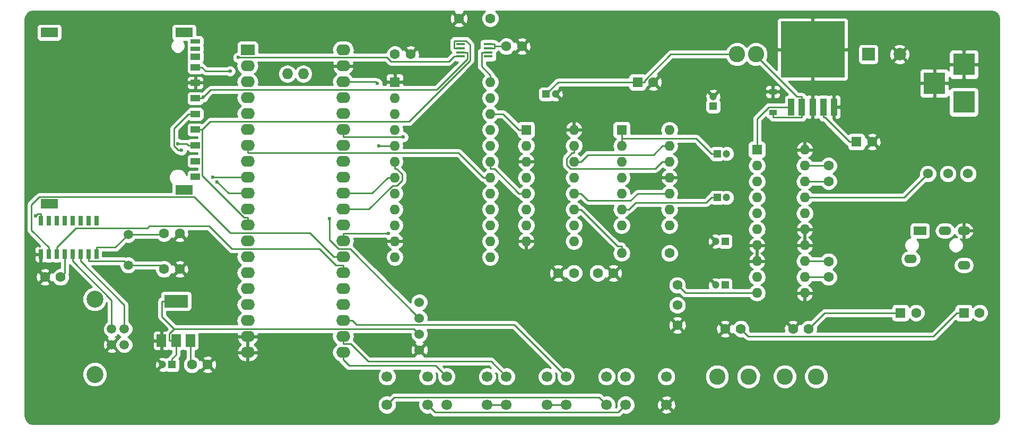
<source format=gbr>
G04 #@! TF.FileFunction,Copper,L1,Top,Signal*
%FSLAX46Y46*%
G04 Gerber Fmt 4.6, Leading zero omitted, Abs format (unit mm)*
G04 Created by KiCad (PCBNEW 4.0.7) date 02/25/18 17:47:24*
%MOMM*%
%LPD*%
G01*
G04 APERTURE LIST*
%ADD10C,0.100000*%
%ADD11C,1.600000*%
%ADD12R,1.200000X1.200000*%
%ADD13C,1.200000*%
%ADD14R,2.000000X2.000000*%
%ADD15C,2.000000*%
%ADD16R,1.600000X1.600000*%
%ADD17R,1.500000X1.000000*%
%ADD18R,1.500000X0.700000*%
%ADD19R,2.800000X1.500000*%
%ADD20R,3.500000X3.500000*%
%ADD21O,2.000000X1.400000*%
%ADD22R,2.000000X1.400000*%
%ADD23C,1.520000*%
%ADD24C,2.700000*%
%ADD25C,2.600000*%
%ADD26O,1.600000X1.600000*%
%ADD27C,1.574800*%
%ADD28C,1.700000*%
%ADD29R,2.250000X1.727200*%
%ADD30O,2.250000X1.727200*%
%ADD31O,1.727200X1.727200*%
%ADD32R,1.450000X0.450000*%
%ADD33R,1.016000X2.692400*%
%ADD34R,10.160000X8.940800*%
%ADD35R,0.635000X1.524000*%
%ADD36C,1.524000*%
%ADD37R,3.800000X2.000000*%
%ADD38R,1.500000X2.000000*%
%ADD39C,1.500000*%
%ADD40R,1.200000X0.900000*%
%ADD41C,0.600000*%
%ADD42C,0.250000*%
%ADD43C,0.254000*%
G04 APERTURE END LIST*
D10*
D11*
X149860000Y-57150000D03*
X152360000Y-57150000D03*
X147320000Y-52705000D03*
X142320000Y-52705000D03*
X99695000Y-107950000D03*
X102195000Y-107950000D03*
D12*
X96520000Y-107950000D03*
D13*
X95020000Y-107950000D03*
D14*
X207645000Y-58420000D03*
D15*
X212645000Y-58420000D03*
D16*
X205740000Y-72390000D03*
D11*
X208240000Y-72390000D03*
X78740000Y-93980000D03*
X76240000Y-93980000D03*
X95250000Y-92710000D03*
X97750000Y-92710000D03*
X95250000Y-86995000D03*
X97750000Y-86995000D03*
D12*
X156210000Y-64770000D03*
D13*
X157710000Y-64770000D03*
D11*
X132080000Y-58420000D03*
X134580000Y-58420000D03*
D12*
X182880000Y-66675000D03*
D13*
X182880000Y-65175000D03*
D11*
X164465000Y-93345000D03*
X166965000Y-93345000D03*
X160655000Y-93345000D03*
X158155000Y-93345000D03*
D12*
X183515000Y-74295000D03*
D13*
X185015000Y-74295000D03*
D12*
X183515000Y-81280000D03*
D13*
X185015000Y-81280000D03*
D12*
X184785000Y-88265000D03*
D13*
X183285000Y-88265000D03*
D12*
X184785000Y-95250000D03*
D13*
X183285000Y-95250000D03*
D11*
X201295000Y-93980000D03*
X201295000Y-91480000D03*
X201295000Y-76200000D03*
X201295000Y-78700000D03*
X184785000Y-102235000D03*
X187285000Y-102235000D03*
X198120000Y-102235000D03*
X195620000Y-102235000D03*
D16*
X222885000Y-99695000D03*
D11*
X225385000Y-99695000D03*
D16*
X212765000Y-99695000D03*
D11*
X215265000Y-99695000D03*
D16*
X170815000Y-62865000D03*
D11*
X173315000Y-62865000D03*
D17*
X100240000Y-75455000D03*
X100240000Y-72955000D03*
X100240000Y-70455000D03*
X100240000Y-67955000D03*
X100240000Y-65455000D03*
X100240000Y-62955000D03*
X100240000Y-60525000D03*
X100240000Y-58825000D03*
X100240000Y-77955000D03*
D18*
X100240000Y-57525000D03*
X100240000Y-56325000D03*
D19*
X98440000Y-80030000D03*
X76940000Y-82230000D03*
X76940000Y-54930000D03*
X98440000Y-54930000D03*
D20*
X222885000Y-66040000D03*
X222885000Y-60040000D03*
X218185000Y-63040000D03*
D21*
X222885000Y-92075000D03*
X214385000Y-91075000D03*
D22*
X215885000Y-86575000D03*
D21*
X219885000Y-86575000D03*
X222885000Y-86575000D03*
D23*
X88900000Y-102235000D03*
X88900000Y-104775000D03*
X86900000Y-104775000D03*
X86900000Y-102235000D03*
D24*
X84200000Y-97505000D03*
X84200000Y-109505000D03*
D25*
X186690000Y-58420000D03*
X189690000Y-58420000D03*
X183515000Y-109855000D03*
X188515000Y-109855000D03*
X194310000Y-109855000D03*
X199310000Y-109855000D03*
D11*
X175895000Y-90170000D03*
D26*
X168275000Y-90170000D03*
D27*
X217144200Y-77470000D03*
X220344600Y-77470000D03*
X223545000Y-77470000D03*
X177165000Y-101650800D03*
X177165000Y-98450400D03*
X177165000Y-95250000D03*
D28*
X146835000Y-114355000D03*
X140335000Y-114355000D03*
X146835000Y-109855000D03*
X140335000Y-109855000D03*
X156360000Y-114355000D03*
X149860000Y-114355000D03*
X156360000Y-109855000D03*
X149860000Y-109855000D03*
X165885000Y-114355000D03*
X159385000Y-114355000D03*
X165885000Y-109855000D03*
X159385000Y-109855000D03*
X137310000Y-114355000D03*
X130810000Y-114355000D03*
X137310000Y-109855000D03*
X130810000Y-109855000D03*
X175410000Y-114355000D03*
X168910000Y-114355000D03*
X175410000Y-109855000D03*
X168910000Y-109855000D03*
D29*
X108585000Y-57734200D03*
D30*
X108585000Y-60274200D03*
X108585000Y-62814200D03*
X108585000Y-65354200D03*
X108585000Y-67894200D03*
X108585000Y-70434200D03*
X108585000Y-72974200D03*
X108585000Y-75514200D03*
X108585000Y-78054200D03*
X108585000Y-80594200D03*
X108585000Y-83134200D03*
X108585000Y-85674200D03*
X108585000Y-88214200D03*
X108585000Y-90754200D03*
X108585000Y-93294200D03*
X108585000Y-95834200D03*
X108585000Y-98374200D03*
X108585000Y-100914200D03*
X108585000Y-103454200D03*
X108585000Y-105994200D03*
X123825000Y-105994200D03*
X123825000Y-103454200D03*
X123825000Y-100914200D03*
X123825000Y-98374200D03*
X123825000Y-95834200D03*
X123825000Y-93294200D03*
X123825000Y-90754200D03*
X123825000Y-88214200D03*
X123825000Y-85674200D03*
X123825000Y-83134200D03*
X123825000Y-80594200D03*
X123825000Y-78054200D03*
X123825000Y-75514200D03*
X123825000Y-72974200D03*
X123825000Y-70434200D03*
X123825000Y-67894200D03*
X123825000Y-65354200D03*
X123825000Y-62814200D03*
X123825000Y-60274200D03*
X123825000Y-57683400D03*
D31*
X117485000Y-61544200D03*
X114945000Y-61544200D03*
D32*
X142580000Y-56810000D03*
X142580000Y-57460000D03*
X142580000Y-58110000D03*
X142580000Y-58760000D03*
X146980000Y-58760000D03*
X146980000Y-58110000D03*
X146980000Y-57460000D03*
X146980000Y-56810000D03*
D33*
X195351400Y-66827400D03*
X197053200Y-66827400D03*
X198755000Y-66827400D03*
X200456800Y-66827400D03*
X202158600Y-66827400D03*
D34*
X198755000Y-57632600D03*
D35*
X76835000Y-90325000D03*
X79375000Y-84935000D03*
X75565000Y-90325000D03*
X78105000Y-90325000D03*
X79375000Y-90325000D03*
X78105000Y-84935000D03*
X80645000Y-84935000D03*
X81915000Y-84935000D03*
X81915000Y-90325000D03*
X84455000Y-84935000D03*
X80645000Y-90325000D03*
X83185000Y-90325000D03*
X83185000Y-84935000D03*
X84455000Y-90325000D03*
X76835000Y-84935000D03*
X75565000Y-84935000D03*
D36*
X135985000Y-105600000D03*
X135985000Y-103060000D03*
X135985000Y-100520000D03*
X135985000Y-97980000D03*
D16*
X132080000Y-62865000D03*
D26*
X147320000Y-90805000D03*
X132080000Y-65405000D03*
X147320000Y-88265000D03*
X132080000Y-67945000D03*
X147320000Y-85725000D03*
X132080000Y-70485000D03*
X147320000Y-83185000D03*
X132080000Y-73025000D03*
X147320000Y-80645000D03*
X132080000Y-75565000D03*
X147320000Y-78105000D03*
X132080000Y-78105000D03*
X147320000Y-75565000D03*
X132080000Y-80645000D03*
X147320000Y-73025000D03*
X132080000Y-83185000D03*
X147320000Y-70485000D03*
X132080000Y-85725000D03*
X147320000Y-67945000D03*
X132080000Y-88265000D03*
X147320000Y-65405000D03*
X132080000Y-90805000D03*
X147320000Y-62865000D03*
D16*
X153035000Y-70485000D03*
D26*
X160655000Y-88265000D03*
X153035000Y-73025000D03*
X160655000Y-85725000D03*
X153035000Y-75565000D03*
X160655000Y-83185000D03*
X153035000Y-78105000D03*
X160655000Y-80645000D03*
X153035000Y-80645000D03*
X160655000Y-78105000D03*
X153035000Y-83185000D03*
X160655000Y-75565000D03*
X153035000Y-85725000D03*
X160655000Y-73025000D03*
X153035000Y-88265000D03*
X160655000Y-70485000D03*
D16*
X168275000Y-70485000D03*
D26*
X175895000Y-85725000D03*
X168275000Y-73025000D03*
X175895000Y-83185000D03*
X168275000Y-75565000D03*
X175895000Y-80645000D03*
X168275000Y-78105000D03*
X175895000Y-78105000D03*
X168275000Y-80645000D03*
X175895000Y-75565000D03*
X168275000Y-83185000D03*
X175895000Y-73025000D03*
X168275000Y-85725000D03*
X175895000Y-70485000D03*
D16*
X189865000Y-73660000D03*
D26*
X197485000Y-96520000D03*
X189865000Y-76200000D03*
X197485000Y-93980000D03*
X189865000Y-78740000D03*
X197485000Y-91440000D03*
X189865000Y-81280000D03*
X197485000Y-88900000D03*
X189865000Y-83820000D03*
X197485000Y-86360000D03*
X189865000Y-86360000D03*
X197485000Y-83820000D03*
X189865000Y-88900000D03*
X197485000Y-81280000D03*
X189865000Y-91440000D03*
X197485000Y-78740000D03*
X189865000Y-93980000D03*
X197485000Y-76200000D03*
X189865000Y-96520000D03*
X197485000Y-73660000D03*
D37*
X97155000Y-97815000D03*
D38*
X97155000Y-104115000D03*
X99455000Y-104115000D03*
X94855000Y-104115000D03*
D39*
X89535000Y-92075000D03*
X89535000Y-87195000D03*
D40*
X192405000Y-67690000D03*
X192405000Y-64390000D03*
D41*
X129274000Y-63062600D03*
X98048300Y-73740400D03*
X103026800Y-78054200D03*
X97477200Y-72712800D03*
X103702900Y-78762100D03*
X101502900Y-65267400D03*
X105792000Y-61092100D03*
X74744300Y-84189600D03*
X107059500Y-58923200D03*
X131091700Y-86995000D03*
X129509800Y-73025000D03*
X121696600Y-84636100D03*
X133426200Y-71623100D03*
D42*
X99455000Y-107710000D02*
X99695000Y-107950000D01*
X99455000Y-104115000D02*
X99455000Y-107710000D01*
X149369700Y-67945000D02*
X151909700Y-70485000D01*
X147320000Y-67945000D02*
X149369700Y-67945000D01*
X153035000Y-70485000D02*
X151909700Y-70485000D01*
X200723600Y-68498900D02*
X204614700Y-72390000D01*
X200456800Y-68498900D02*
X200723600Y-68498900D01*
X200456800Y-66827400D02*
X200456800Y-68498900D01*
X205740000Y-72390000D02*
X204614700Y-72390000D01*
X146980000Y-56810000D02*
X148030300Y-56810000D01*
X146980000Y-57460000D02*
X148030300Y-57460000D01*
X148030300Y-57150000D02*
X149860000Y-57150000D01*
X148030300Y-56810000D02*
X148030300Y-57150000D01*
X148030300Y-57150000D02*
X148030300Y-57460000D01*
X129025600Y-62814200D02*
X129274000Y-63062600D01*
X123825000Y-62814200D02*
X129025600Y-62814200D01*
X171940300Y-62583700D02*
X171940300Y-62865000D01*
X176104000Y-58420000D02*
X171940300Y-62583700D01*
X186690000Y-58420000D02*
X176104000Y-58420000D01*
X171377700Y-62865000D02*
X171940300Y-62865000D01*
X171377700Y-62865000D02*
X170815000Y-62865000D01*
X158115000Y-62865000D02*
X156210000Y-64770000D01*
X170815000Y-62865000D02*
X158115000Y-62865000D01*
X97155000Y-106389700D02*
X96520000Y-107024700D01*
X97155000Y-104115000D02*
X97155000Y-106389700D01*
X96520000Y-107950000D02*
X96520000Y-107024700D01*
X97155000Y-97815000D02*
X94929700Y-97815000D01*
X97155000Y-104115000D02*
X96079700Y-104115000D01*
X94929700Y-100285700D02*
X96881700Y-102237700D01*
X94929700Y-97815000D02*
X94929700Y-100285700D01*
X135162700Y-102237700D02*
X96881700Y-102237700D01*
X135985000Y-103060000D02*
X135162700Y-102237700D01*
X96079700Y-103039700D02*
X96079700Y-104115000D01*
X96881700Y-102237700D02*
X96079700Y-103039700D01*
X97551800Y-73740400D02*
X98048300Y-73740400D01*
X96851800Y-73040400D02*
X97551800Y-73740400D01*
X96851800Y-70267900D02*
X96851800Y-73040400D01*
X99164700Y-67955000D02*
X96851800Y-70267900D01*
X100240000Y-67955000D02*
X99164700Y-67955000D01*
X178435000Y-96520000D02*
X177165000Y-95250000D01*
X189865000Y-96520000D02*
X178435000Y-96520000D01*
X189865000Y-68716400D02*
X189865000Y-73660000D01*
X191754000Y-66827400D02*
X189865000Y-68716400D01*
X195351400Y-66827400D02*
X191754000Y-66827400D01*
X213334200Y-81280000D02*
X217144200Y-77470000D01*
X197485000Y-81280000D02*
X213334200Y-81280000D01*
X79375000Y-93345000D02*
X78740000Y-93980000D01*
X79375000Y-90325000D02*
X79375000Y-93345000D01*
X94615000Y-92075000D02*
X95250000Y-92710000D01*
X89535000Y-92075000D02*
X94615000Y-92075000D01*
X88872300Y-91412300D02*
X89535000Y-92075000D01*
X83185000Y-91412300D02*
X88872300Y-91412300D01*
X83185000Y-90325000D02*
X83185000Y-91412300D01*
X95050000Y-87195000D02*
X95250000Y-86995000D01*
X89535000Y-87195000D02*
X95050000Y-87195000D01*
X87492300Y-89237700D02*
X89535000Y-87195000D01*
X84455000Y-89237700D02*
X87492300Y-89237700D01*
X84455000Y-90325000D02*
X84455000Y-89237700D01*
X173644400Y-76690300D02*
X174769700Y-75565000D01*
X160131900Y-76690300D02*
X173644400Y-76690300D01*
X159490200Y-76048600D02*
X160131900Y-76690300D01*
X159490200Y-75033800D02*
X159490200Y-76048600D01*
X160373700Y-74150300D02*
X159490200Y-75033800D01*
X160655000Y-74150300D02*
X160373700Y-74150300D01*
X160655000Y-73025000D02*
X160655000Y-74150300D01*
X175895000Y-75565000D02*
X174769700Y-75565000D01*
X183515000Y-74295000D02*
X182589700Y-74295000D01*
X180185500Y-71890800D02*
X182589700Y-74295000D01*
X168275000Y-71890800D02*
X180185500Y-71890800D01*
X168275000Y-73025000D02*
X168275000Y-71890800D01*
X168275000Y-71890800D02*
X168275000Y-70485000D01*
X181810000Y-82059700D02*
X182589700Y-81280000D01*
X170525600Y-82059700D02*
X181810000Y-82059700D01*
X169400300Y-83185000D02*
X170525600Y-82059700D01*
X168275000Y-83185000D02*
X169400300Y-83185000D01*
X183515000Y-81280000D02*
X182589700Y-81280000D01*
X197485000Y-93980000D02*
X201295000Y-93980000D01*
X201255000Y-91440000D02*
X201295000Y-91480000D01*
X197485000Y-91440000D02*
X201255000Y-91440000D01*
X197485000Y-76200000D02*
X201295000Y-76200000D01*
X201255000Y-78740000D02*
X201295000Y-78700000D01*
X197485000Y-78740000D02*
X201255000Y-78740000D01*
X188456100Y-103406100D02*
X187285000Y-102235000D01*
X218048600Y-103406100D02*
X188456100Y-103406100D01*
X221759700Y-99695000D02*
X218048600Y-103406100D01*
X222885000Y-99695000D02*
X221759700Y-99695000D01*
X200660000Y-99695000D02*
X198120000Y-102235000D01*
X212765000Y-99695000D02*
X200660000Y-99695000D01*
X192438600Y-68498900D02*
X197053200Y-68498900D01*
X192405000Y-68465300D02*
X192438600Y-68498900D01*
X192405000Y-67690000D02*
X192405000Y-68465300D01*
X197053200Y-67663100D02*
X197053200Y-68498900D01*
X197053200Y-67663100D02*
X197053200Y-66827400D01*
X189690000Y-58626000D02*
X189690000Y-58420000D01*
X196219900Y-65155900D02*
X189690000Y-58626000D01*
X197053200Y-65155900D02*
X196219900Y-65155900D01*
X197053200Y-66827400D02*
X197053200Y-65155900D01*
X98922500Y-72712800D02*
X99164700Y-72955000D01*
X97477200Y-72712800D02*
X98922500Y-72712800D01*
X100240000Y-72955000D02*
X99164700Y-72955000D01*
X108585000Y-78054200D02*
X103026800Y-78054200D01*
X102606100Y-69164200D02*
X101315300Y-70455000D01*
X134335200Y-69164200D02*
X102606100Y-69164200D01*
X144093600Y-59405800D02*
X134335200Y-69164200D01*
X144093600Y-56908200D02*
X144093600Y-59405800D01*
X143435800Y-56250400D02*
X144093600Y-56908200D01*
X141652600Y-56250400D02*
X143435800Y-56250400D01*
X141529700Y-56373300D02*
X141652600Y-56250400D01*
X141529700Y-57460000D02*
X141529700Y-56373300D01*
X142580000Y-57460000D02*
X141529700Y-57460000D01*
X100240000Y-70455000D02*
X101315300Y-70455000D01*
X101315300Y-77810000D02*
X101315300Y-70455000D01*
X107990600Y-84485300D02*
X101315300Y-77810000D01*
X108585000Y-84485300D02*
X107990600Y-84485300D01*
X108585000Y-85674200D02*
X108585000Y-84485300D01*
X142580000Y-58110000D02*
X143630300Y-58110000D01*
X100240000Y-65455000D02*
X101315300Y-65455000D01*
X101502800Y-65267400D02*
X101502900Y-65267400D01*
X101502800Y-65267500D02*
X101502800Y-65267400D01*
X101315300Y-65455000D02*
X101502800Y-65267500D01*
X102686100Y-64084200D02*
X101502900Y-65267400D01*
X138739800Y-64084200D02*
X102686100Y-64084200D01*
X143630300Y-59193700D02*
X138739800Y-64084200D01*
X143630300Y-58110000D02*
X143630300Y-59193700D01*
X105535000Y-80594200D02*
X103702900Y-78762100D01*
X108585000Y-80594200D02*
X105535000Y-80594200D01*
X100240000Y-60525000D02*
X101315300Y-60525000D01*
X101882400Y-61092100D02*
X101315300Y-60525000D01*
X105792000Y-61092100D02*
X101882400Y-61092100D01*
X88900000Y-98397300D02*
X88900000Y-102235000D01*
X81915000Y-91412300D02*
X88900000Y-98397300D01*
X81915000Y-90325000D02*
X81915000Y-91412300D01*
X75565000Y-84935000D02*
X75565000Y-83847700D01*
X75086200Y-83847700D02*
X74744300Y-84189600D01*
X75565000Y-83847700D02*
X75086200Y-83847700D01*
X86900000Y-97667300D02*
X86900000Y-102235000D01*
X80645000Y-91412300D02*
X86900000Y-97667300D01*
X80645000Y-90325000D02*
X80645000Y-91412300D01*
X167640000Y-89044700D02*
X168275000Y-89044700D01*
X161780300Y-83185000D02*
X167640000Y-89044700D01*
X160655000Y-83185000D02*
X161780300Y-83185000D01*
X168275000Y-90170000D02*
X168275000Y-89044700D01*
X149860000Y-114355000D02*
X146835000Y-114355000D01*
X138606400Y-108126400D02*
X140335000Y-109855000D01*
X124768300Y-108126400D02*
X138606400Y-108126400D01*
X123825000Y-107183100D02*
X124768300Y-108126400D01*
X123825000Y-105994200D02*
X123825000Y-107183100D01*
X159385000Y-114355000D02*
X156360000Y-114355000D01*
X147446500Y-107441500D02*
X149860000Y-109855000D01*
X127812300Y-107441500D02*
X147446500Y-107441500D01*
X125013900Y-104643100D02*
X127812300Y-107441500D01*
X123825000Y-104643100D02*
X125013900Y-104643100D01*
X123825000Y-103454200D02*
X123825000Y-104643100D01*
X164689700Y-113159700D02*
X165885000Y-114355000D01*
X132005300Y-113159700D02*
X164689700Y-113159700D01*
X130810000Y-114355000D02*
X132005300Y-113159700D01*
X151137300Y-101607300D02*
X159385000Y-109855000D01*
X125968400Y-101607300D02*
X151137300Y-101607300D01*
X125275300Y-100914200D02*
X125968400Y-101607300D01*
X123825000Y-100914200D02*
X125275300Y-100914200D01*
X138520000Y-115565000D02*
X137310000Y-114355000D01*
X167700000Y-115565000D02*
X138520000Y-115565000D01*
X168910000Y-114355000D02*
X167700000Y-115565000D01*
X142252800Y-74163100D02*
X108585000Y-74163100D01*
X146194700Y-78105000D02*
X142252800Y-74163100D01*
X147320000Y-78105000D02*
X146194700Y-78105000D01*
X108585000Y-72974200D02*
X108585000Y-74163100D01*
X130792600Y-58923200D02*
X107059500Y-58923200D01*
X131452400Y-59583000D02*
X130792600Y-58923200D01*
X140706700Y-59583000D02*
X131452400Y-59583000D01*
X141529700Y-58760000D02*
X140706700Y-59583000D01*
X142580000Y-58760000D02*
X141529700Y-58760000D01*
X122636100Y-92105300D02*
X123825000Y-92105300D01*
X120015000Y-89484200D02*
X122636100Y-92105300D01*
X106100400Y-89484200D02*
X120015000Y-89484200D01*
X102431100Y-85814900D02*
X106100400Y-89484200D01*
X92903100Y-85814900D02*
X102431100Y-85814900D01*
X92598400Y-86119600D02*
X92903100Y-85814900D01*
X81223100Y-86119600D02*
X92598400Y-86119600D01*
X78105000Y-89237700D02*
X81223100Y-86119600D01*
X78105000Y-90325000D02*
X78105000Y-89237700D01*
X123825000Y-93294200D02*
X123825000Y-92105300D01*
X118564700Y-86944200D02*
X122374700Y-90754200D01*
X105829400Y-86944200D02*
X118564700Y-86944200D01*
X100039800Y-81154600D02*
X105829400Y-86944200D01*
X75361000Y-81154600D02*
X100039800Y-81154600D01*
X74104700Y-82410900D02*
X75361000Y-81154600D01*
X74104700Y-86507400D02*
X74104700Y-82410900D01*
X76835000Y-89237700D02*
X74104700Y-86507400D01*
X76835000Y-90325000D02*
X76835000Y-89237700D01*
X123825000Y-90754200D02*
X122374700Y-90754200D01*
X123855300Y-86995000D02*
X123825000Y-87025300D01*
X131091700Y-86995000D02*
X123855300Y-86995000D01*
X123825000Y-88214200D02*
X123825000Y-87025300D01*
X132080000Y-73025000D02*
X129509800Y-73025000D01*
X127964400Y-83134200D02*
X123825000Y-83134200D01*
X131723600Y-79375000D02*
X127964400Y-83134200D01*
X132407800Y-79375000D02*
X131723600Y-79375000D01*
X133220000Y-78562800D02*
X132407800Y-79375000D01*
X133220000Y-77549000D02*
X133220000Y-78562800D01*
X132361300Y-76690300D02*
X133220000Y-77549000D01*
X132080000Y-76690300D02*
X132361300Y-76690300D01*
X132080000Y-75565000D02*
X132080000Y-76690300D01*
X128465500Y-80594200D02*
X123825000Y-80594200D01*
X130954700Y-78105000D02*
X128465500Y-80594200D01*
X132080000Y-78105000D02*
X130954700Y-78105000D01*
X121696600Y-88050000D02*
X121696600Y-84636100D01*
X123130800Y-89484200D02*
X121696600Y-88050000D01*
X124949200Y-89484200D02*
X123130800Y-89484200D01*
X135985000Y-100520000D02*
X124949200Y-89484200D01*
X123825000Y-70434200D02*
X123825000Y-71623100D01*
X133426200Y-71623100D02*
X123825000Y-71623100D01*
X145929700Y-60349400D02*
X145929700Y-58110000D01*
X147320000Y-61739700D02*
X145929700Y-60349400D01*
X147320000Y-62865000D02*
X147320000Y-61739700D01*
X146980000Y-58110000D02*
X145929700Y-58110000D01*
X147955000Y-76690300D02*
X147320000Y-76690300D01*
X151909700Y-80645000D02*
X147955000Y-76690300D01*
X153035000Y-80645000D02*
X151909700Y-80645000D01*
X147320000Y-75565000D02*
X147320000Y-76690300D01*
X162905600Y-81770300D02*
X161780300Y-80645000D01*
X169685000Y-81770300D02*
X162905600Y-81770300D01*
X170810300Y-80645000D02*
X169685000Y-81770300D01*
X175895000Y-80645000D02*
X170810300Y-80645000D01*
X160655000Y-80645000D02*
X161780300Y-80645000D01*
X162905600Y-74439700D02*
X161780300Y-75565000D01*
X173355000Y-74439700D02*
X162905600Y-74439700D01*
X174769700Y-73025000D02*
X173355000Y-74439700D01*
X175895000Y-73025000D02*
X174769700Y-73025000D01*
X160655000Y-75565000D02*
X161780300Y-75565000D01*
D43*
G36*
X141491861Y-51697255D02*
X142320000Y-52525395D01*
X143148139Y-51697255D01*
X143091736Y-51510000D01*
X146485918Y-51510000D01*
X146104176Y-51891077D01*
X145885250Y-52418309D01*
X145884752Y-52989187D01*
X146102757Y-53516800D01*
X146506077Y-53920824D01*
X147033309Y-54139750D01*
X147604187Y-54140248D01*
X148131800Y-53922243D01*
X148535824Y-53518923D01*
X148736396Y-53035890D01*
X193040000Y-53035890D01*
X193040000Y-57346850D01*
X193198750Y-57505600D01*
X198628000Y-57505600D01*
X198628000Y-52685950D01*
X198882000Y-52685950D01*
X198882000Y-57505600D01*
X204311250Y-57505600D01*
X204396850Y-57420000D01*
X205997560Y-57420000D01*
X205997560Y-59420000D01*
X206041838Y-59655317D01*
X206180910Y-59871441D01*
X206393110Y-60016431D01*
X206645000Y-60067440D01*
X208645000Y-60067440D01*
X208880317Y-60023162D01*
X209096441Y-59884090D01*
X209241431Y-59671890D01*
X209261551Y-59572532D01*
X211672073Y-59572532D01*
X211770736Y-59839387D01*
X212380461Y-60065908D01*
X213030460Y-60041856D01*
X213519264Y-59839387D01*
X213617927Y-59572532D01*
X212645000Y-58599605D01*
X211672073Y-59572532D01*
X209261551Y-59572532D01*
X209292440Y-59420000D01*
X209292440Y-58155461D01*
X210999092Y-58155461D01*
X211023144Y-58805460D01*
X211225613Y-59294264D01*
X211492468Y-59392927D01*
X212465395Y-58420000D01*
X212824605Y-58420000D01*
X213797532Y-59392927D01*
X214064387Y-59294264D01*
X214290908Y-58684539D01*
X214271635Y-58163691D01*
X220500000Y-58163691D01*
X220500000Y-59754250D01*
X220658750Y-59913000D01*
X222758000Y-59913000D01*
X222758000Y-57813750D01*
X223012000Y-57813750D01*
X223012000Y-59913000D01*
X225111250Y-59913000D01*
X225270000Y-59754250D01*
X225270000Y-58163691D01*
X225173327Y-57930302D01*
X224994699Y-57751673D01*
X224761310Y-57655000D01*
X223170750Y-57655000D01*
X223012000Y-57813750D01*
X222758000Y-57813750D01*
X222599250Y-57655000D01*
X221008690Y-57655000D01*
X220775301Y-57751673D01*
X220596673Y-57930302D01*
X220500000Y-58163691D01*
X214271635Y-58163691D01*
X214266856Y-58034540D01*
X214064387Y-57545736D01*
X213797532Y-57447073D01*
X212824605Y-58420000D01*
X212465395Y-58420000D01*
X211492468Y-57447073D01*
X211225613Y-57545736D01*
X210999092Y-58155461D01*
X209292440Y-58155461D01*
X209292440Y-57420000D01*
X209263740Y-57267468D01*
X211672073Y-57267468D01*
X212645000Y-58240395D01*
X213617927Y-57267468D01*
X213519264Y-57000613D01*
X212909539Y-56774092D01*
X212259540Y-56798144D01*
X211770736Y-57000613D01*
X211672073Y-57267468D01*
X209263740Y-57267468D01*
X209248162Y-57184683D01*
X209109090Y-56968559D01*
X208896890Y-56823569D01*
X208645000Y-56772560D01*
X206645000Y-56772560D01*
X206409683Y-56816838D01*
X206193559Y-56955910D01*
X206048569Y-57168110D01*
X205997560Y-57420000D01*
X204396850Y-57420000D01*
X204470000Y-57346850D01*
X204470000Y-53035890D01*
X204373327Y-52802501D01*
X204194698Y-52623873D01*
X203961309Y-52527200D01*
X199040750Y-52527200D01*
X198882000Y-52685950D01*
X198628000Y-52685950D01*
X198469250Y-52527200D01*
X193548691Y-52527200D01*
X193315302Y-52623873D01*
X193136673Y-52802501D01*
X193040000Y-53035890D01*
X148736396Y-53035890D01*
X148754750Y-52991691D01*
X148755248Y-52420813D01*
X148537243Y-51893200D01*
X148154711Y-51510000D01*
X227260069Y-51510000D01*
X227781984Y-51613815D01*
X228165157Y-51869844D01*
X228421185Y-52253015D01*
X228525000Y-52774931D01*
X228525000Y-116135069D01*
X228421185Y-116656985D01*
X228165157Y-117040156D01*
X227781984Y-117296185D01*
X227260069Y-117400000D01*
X74364931Y-117400000D01*
X73843015Y-117296185D01*
X73459844Y-117040157D01*
X73203815Y-116656984D01*
X73100000Y-116135069D01*
X73100000Y-114649089D01*
X129324743Y-114649089D01*
X129550344Y-115195086D01*
X129967717Y-115613188D01*
X130513319Y-115839742D01*
X131104089Y-115840257D01*
X131650086Y-115614656D01*
X132068188Y-115197283D01*
X132294742Y-114651681D01*
X132295257Y-114060911D01*
X132261234Y-113978568D01*
X132320102Y-113919700D01*
X135882818Y-113919700D01*
X135825258Y-114058319D01*
X135824743Y-114649089D01*
X136050344Y-115195086D01*
X136467717Y-115613188D01*
X137013319Y-115839742D01*
X137604089Y-115840257D01*
X137686432Y-115806234D01*
X137982599Y-116102401D01*
X138229160Y-116267148D01*
X138277414Y-116276746D01*
X138520000Y-116325000D01*
X167700000Y-116325000D01*
X167990839Y-116267148D01*
X168237401Y-116102401D01*
X168533291Y-115806511D01*
X168613319Y-115839742D01*
X169204089Y-115840257D01*
X169750086Y-115614656D01*
X169966160Y-115398958D01*
X174545647Y-115398958D01*
X174625920Y-115650259D01*
X175181279Y-115851718D01*
X175771458Y-115825315D01*
X176194080Y-115650259D01*
X176274353Y-115398958D01*
X175410000Y-114534605D01*
X174545647Y-115398958D01*
X169966160Y-115398958D01*
X170168188Y-115197283D01*
X170394742Y-114651681D01*
X170395200Y-114126279D01*
X173913282Y-114126279D01*
X173939685Y-114716458D01*
X174114741Y-115139080D01*
X174366042Y-115219353D01*
X175230395Y-114355000D01*
X175589605Y-114355000D01*
X176453958Y-115219353D01*
X176705259Y-115139080D01*
X176906718Y-114583721D01*
X176880315Y-113993542D01*
X176705259Y-113570920D01*
X176453958Y-113490647D01*
X175589605Y-114355000D01*
X175230395Y-114355000D01*
X174366042Y-113490647D01*
X174114741Y-113570920D01*
X173913282Y-114126279D01*
X170395200Y-114126279D01*
X170395257Y-114060911D01*
X170169656Y-113514914D01*
X169966140Y-113311042D01*
X174545647Y-113311042D01*
X175410000Y-114175395D01*
X176274353Y-113311042D01*
X176194080Y-113059741D01*
X175638721Y-112858282D01*
X175048542Y-112884685D01*
X174625920Y-113059741D01*
X174545647Y-113311042D01*
X169966140Y-113311042D01*
X169752283Y-113096812D01*
X169206681Y-112870258D01*
X168615911Y-112869743D01*
X168069914Y-113095344D01*
X167651812Y-113512717D01*
X167425258Y-114058319D01*
X167424743Y-114649089D01*
X167458766Y-114731432D01*
X167385198Y-114805000D01*
X167306078Y-114805000D01*
X167369742Y-114651681D01*
X167370257Y-114060911D01*
X167144656Y-113514914D01*
X166727283Y-113096812D01*
X166181681Y-112870258D01*
X165590911Y-112869743D01*
X165508568Y-112903766D01*
X165227101Y-112622299D01*
X164980539Y-112457552D01*
X164689700Y-112399700D01*
X132005300Y-112399700D01*
X131762714Y-112447954D01*
X131714460Y-112457552D01*
X131467899Y-112622299D01*
X131186709Y-112903489D01*
X131106681Y-112870258D01*
X130515911Y-112869743D01*
X129969914Y-113095344D01*
X129551812Y-113512717D01*
X129325258Y-114058319D01*
X129324743Y-114649089D01*
X73100000Y-114649089D01*
X73100000Y-109898109D01*
X82214657Y-109898109D01*
X82516218Y-110627943D01*
X83074120Y-111186819D01*
X83803427Y-111489654D01*
X84593109Y-111490343D01*
X85322943Y-111188782D01*
X85881819Y-110630880D01*
X86184654Y-109901573D01*
X86185343Y-109111891D01*
X85883782Y-108382057D01*
X85325880Y-107823181D01*
X85224384Y-107781036D01*
X93772193Y-107781036D01*
X93802518Y-108271413D01*
X93931836Y-108583617D01*
X94157265Y-108633130D01*
X94840395Y-107950000D01*
X94157265Y-107266870D01*
X93931836Y-107316383D01*
X93772193Y-107781036D01*
X85224384Y-107781036D01*
X84596573Y-107520346D01*
X83806891Y-107519657D01*
X83077057Y-107821218D01*
X82518181Y-108379120D01*
X82215346Y-109108427D01*
X82214657Y-109898109D01*
X73100000Y-109898109D01*
X73100000Y-105753764D01*
X86100841Y-105753764D01*
X86170059Y-105995742D01*
X86692780Y-106182155D01*
X87247049Y-106154341D01*
X87629941Y-105995742D01*
X87699159Y-105753764D01*
X86900000Y-104954605D01*
X86100841Y-105753764D01*
X73100000Y-105753764D01*
X73100000Y-104567780D01*
X85492845Y-104567780D01*
X85520659Y-105122049D01*
X85679258Y-105504941D01*
X85921236Y-105574159D01*
X86720395Y-104775000D01*
X85921236Y-103975841D01*
X85679258Y-104045059D01*
X85492845Y-104567780D01*
X73100000Y-104567780D01*
X73100000Y-94987745D01*
X75411861Y-94987745D01*
X75485995Y-95233864D01*
X76023223Y-95426965D01*
X76593454Y-95399778D01*
X76994005Y-95233864D01*
X77068139Y-94987745D01*
X76240000Y-94159605D01*
X75411861Y-94987745D01*
X73100000Y-94987745D01*
X73100000Y-93763223D01*
X74793035Y-93763223D01*
X74820222Y-94333454D01*
X74986136Y-94734005D01*
X75232255Y-94808139D01*
X76060395Y-93980000D01*
X75232255Y-93151861D01*
X74986136Y-93225995D01*
X74793035Y-93763223D01*
X73100000Y-93763223D01*
X73100000Y-92972255D01*
X75411861Y-92972255D01*
X76240000Y-93800395D01*
X77068139Y-92972255D01*
X76994005Y-92726136D01*
X76456777Y-92533035D01*
X75886546Y-92560222D01*
X75485995Y-92726136D01*
X75411861Y-92972255D01*
X73100000Y-92972255D01*
X73100000Y-90610750D01*
X74612500Y-90610750D01*
X74612500Y-91213310D01*
X74709173Y-91446699D01*
X74887802Y-91625327D01*
X75121191Y-91722000D01*
X75279250Y-91722000D01*
X75438000Y-91563250D01*
X75438000Y-90452000D01*
X74771250Y-90452000D01*
X74612500Y-90610750D01*
X73100000Y-90610750D01*
X73100000Y-82410900D01*
X73344700Y-82410900D01*
X73344700Y-86507400D01*
X73402552Y-86798239D01*
X73567299Y-87044801D01*
X75450498Y-88928000D01*
X75437998Y-88928000D01*
X75437998Y-89086748D01*
X75279250Y-88928000D01*
X75121191Y-88928000D01*
X74887802Y-89024673D01*
X74709173Y-89203301D01*
X74612500Y-89436690D01*
X74612500Y-90039250D01*
X74771250Y-90198000D01*
X75438000Y-90198000D01*
X75438000Y-90178000D01*
X75692000Y-90178000D01*
X75692000Y-90198000D01*
X75712000Y-90198000D01*
X75712000Y-90452000D01*
X75692000Y-90452000D01*
X75692000Y-91563250D01*
X75850750Y-91722000D01*
X76008809Y-91722000D01*
X76203831Y-91641219D01*
X76265610Y-91683431D01*
X76517500Y-91734440D01*
X77152500Y-91734440D01*
X77387817Y-91690162D01*
X77469003Y-91637920D01*
X77535610Y-91683431D01*
X77787500Y-91734440D01*
X78422500Y-91734440D01*
X78615000Y-91698219D01*
X78615000Y-92544891D01*
X78455813Y-92544752D01*
X77928200Y-92762757D01*
X77524176Y-93166077D01*
X77496577Y-93232544D01*
X77493864Y-93225995D01*
X77247745Y-93151861D01*
X76419605Y-93980000D01*
X77247745Y-94808139D01*
X77493864Y-94734005D01*
X77496196Y-94727517D01*
X77522757Y-94791800D01*
X77926077Y-95195824D01*
X78453309Y-95414750D01*
X79024187Y-95415248D01*
X79551800Y-95197243D01*
X79955824Y-94793923D01*
X80174750Y-94266691D01*
X80175248Y-93695813D01*
X80100974Y-93516057D01*
X80135000Y-93345000D01*
X80135000Y-91977102D01*
X83715370Y-95557472D01*
X83077057Y-95821218D01*
X82518181Y-96379120D01*
X82215346Y-97108427D01*
X82214657Y-97898109D01*
X82516218Y-98627943D01*
X83074120Y-99186819D01*
X83803427Y-99489654D01*
X84593109Y-99490343D01*
X85322943Y-99188782D01*
X85881819Y-98630880D01*
X86140000Y-98009112D01*
X86140000Y-101039633D01*
X86110828Y-101051687D01*
X85718066Y-101443764D01*
X85505242Y-101956300D01*
X85504758Y-102511265D01*
X85716687Y-103024172D01*
X86108764Y-103416934D01*
X86304934Y-103498391D01*
X86170059Y-103554258D01*
X86100841Y-103796236D01*
X86900000Y-104595395D01*
X87699159Y-103796236D01*
X87629941Y-103554258D01*
X87485138Y-103502618D01*
X87689172Y-103418313D01*
X87900024Y-103207829D01*
X88108764Y-103416934D01*
X88320738Y-103504954D01*
X88110828Y-103591687D01*
X87718066Y-103983764D01*
X87609581Y-104245024D01*
X87079605Y-104775000D01*
X87609595Y-105304990D01*
X87716687Y-105564172D01*
X88108764Y-105956934D01*
X88621300Y-106169758D01*
X89176265Y-106170242D01*
X89689172Y-105958313D01*
X90081934Y-105566236D01*
X90294758Y-105053700D01*
X90295242Y-104498735D01*
X90254756Y-104400750D01*
X93470000Y-104400750D01*
X93470000Y-105241309D01*
X93566673Y-105474698D01*
X93745301Y-105653327D01*
X93978690Y-105750000D01*
X94569250Y-105750000D01*
X94728000Y-105591250D01*
X94728000Y-104242000D01*
X93628750Y-104242000D01*
X93470000Y-104400750D01*
X90254756Y-104400750D01*
X90083313Y-103985828D01*
X89691236Y-103593066D01*
X89479262Y-103505046D01*
X89689172Y-103418313D01*
X90081934Y-103026236D01*
X90097524Y-102988691D01*
X93470000Y-102988691D01*
X93470000Y-103829250D01*
X93628750Y-103988000D01*
X94728000Y-103988000D01*
X94728000Y-102638750D01*
X94569250Y-102480000D01*
X93978690Y-102480000D01*
X93745301Y-102576673D01*
X93566673Y-102755302D01*
X93470000Y-102988691D01*
X90097524Y-102988691D01*
X90294758Y-102513700D01*
X90295242Y-101958735D01*
X90083313Y-101445828D01*
X89691236Y-101053066D01*
X89660000Y-101040096D01*
X89660000Y-98397300D01*
X89602148Y-98106461D01*
X89437401Y-97859899D01*
X83749802Y-92172300D01*
X88149915Y-92172300D01*
X88149760Y-92349285D01*
X88360169Y-92858515D01*
X88749436Y-93248461D01*
X89258298Y-93459759D01*
X89809285Y-93460240D01*
X90318515Y-93249831D01*
X90708461Y-92860564D01*
X90719076Y-92835000D01*
X93814891Y-92835000D01*
X93814752Y-92994187D01*
X94032757Y-93521800D01*
X94436077Y-93925824D01*
X94963309Y-94144750D01*
X95534187Y-94145248D01*
X96061800Y-93927243D01*
X96271663Y-93717745D01*
X96921861Y-93717745D01*
X96995995Y-93963864D01*
X97533223Y-94156965D01*
X98103454Y-94129778D01*
X98504005Y-93963864D01*
X98578139Y-93717745D01*
X97750000Y-92889605D01*
X96921861Y-93717745D01*
X96271663Y-93717745D01*
X96465824Y-93523923D01*
X96493423Y-93457456D01*
X96496136Y-93464005D01*
X96742255Y-93538139D01*
X97570395Y-92710000D01*
X97929605Y-92710000D01*
X98757745Y-93538139D01*
X99003864Y-93464005D01*
X99196965Y-92926777D01*
X99169778Y-92356546D01*
X99003864Y-91955995D01*
X98757745Y-91881861D01*
X97929605Y-92710000D01*
X97570395Y-92710000D01*
X96742255Y-91881861D01*
X96496136Y-91955995D01*
X96493804Y-91962483D01*
X96467243Y-91898200D01*
X96271640Y-91702255D01*
X96921861Y-91702255D01*
X97750000Y-92530395D01*
X98578139Y-91702255D01*
X98504005Y-91456136D01*
X97966777Y-91263035D01*
X97396546Y-91290222D01*
X96995995Y-91456136D01*
X96921861Y-91702255D01*
X96271640Y-91702255D01*
X96063923Y-91494176D01*
X95536691Y-91275250D01*
X94965813Y-91274752D01*
X94786057Y-91349026D01*
X94615000Y-91315000D01*
X90719547Y-91315000D01*
X90709831Y-91291485D01*
X90320564Y-90901539D01*
X89811702Y-90690241D01*
X89260715Y-90689760D01*
X89181565Y-90722464D01*
X89163139Y-90710152D01*
X88872300Y-90652300D01*
X85419940Y-90652300D01*
X85419940Y-89997700D01*
X87492300Y-89997700D01*
X87783139Y-89939848D01*
X88029701Y-89775101D01*
X89234800Y-88570002D01*
X89258298Y-88579759D01*
X89809285Y-88580240D01*
X90318515Y-88369831D01*
X90708461Y-87980564D01*
X90719076Y-87955000D01*
X94180699Y-87955000D01*
X94436077Y-88210824D01*
X94963309Y-88429750D01*
X95534187Y-88430248D01*
X96061800Y-88212243D01*
X96271663Y-88002745D01*
X96921861Y-88002745D01*
X96995995Y-88248864D01*
X97533223Y-88441965D01*
X98103454Y-88414778D01*
X98504005Y-88248864D01*
X98578139Y-88002745D01*
X97750000Y-87174605D01*
X96921861Y-88002745D01*
X96271663Y-88002745D01*
X96465824Y-87808923D01*
X96493423Y-87742456D01*
X96496136Y-87749005D01*
X96742255Y-87823139D01*
X97570395Y-86995000D01*
X97556252Y-86980858D01*
X97735858Y-86801253D01*
X97750000Y-86815395D01*
X97764143Y-86801253D01*
X97943748Y-86980858D01*
X97929605Y-86995000D01*
X98757745Y-87823139D01*
X99003864Y-87749005D01*
X99196965Y-87211777D01*
X99169778Y-86641546D01*
X99142172Y-86574900D01*
X102116298Y-86574900D01*
X105562999Y-90021601D01*
X105809561Y-90186348D01*
X106100400Y-90244200D01*
X106891965Y-90244200D01*
X106790520Y-90754200D01*
X106904594Y-91327689D01*
X107229450Y-91813870D01*
X107544231Y-92024200D01*
X107229450Y-92234530D01*
X106904594Y-92720711D01*
X106790520Y-93294200D01*
X106904594Y-93867689D01*
X107229450Y-94353870D01*
X107544231Y-94564200D01*
X107229450Y-94774530D01*
X106904594Y-95260711D01*
X106790520Y-95834200D01*
X106904594Y-96407689D01*
X107229450Y-96893870D01*
X107544231Y-97104200D01*
X107229450Y-97314530D01*
X106904594Y-97800711D01*
X106790520Y-98374200D01*
X106904594Y-98947689D01*
X107229450Y-99433870D01*
X107544231Y-99644200D01*
X107229450Y-99854530D01*
X106904594Y-100340711D01*
X106790520Y-100914200D01*
X106902607Y-101477700D01*
X97196502Y-101477700D01*
X95689700Y-99970898D01*
X95689700Y-99462440D01*
X99055000Y-99462440D01*
X99290317Y-99418162D01*
X99506441Y-99279090D01*
X99651431Y-99066890D01*
X99702440Y-98815000D01*
X99702440Y-96815000D01*
X99658162Y-96579683D01*
X99519090Y-96363559D01*
X99306890Y-96218569D01*
X99055000Y-96167560D01*
X95255000Y-96167560D01*
X95019683Y-96211838D01*
X94803559Y-96350910D01*
X94658569Y-96563110D01*
X94607560Y-96815000D01*
X94607560Y-97133767D01*
X94392299Y-97277599D01*
X94227552Y-97524161D01*
X94169700Y-97815000D01*
X94169700Y-100285700D01*
X94227552Y-100576539D01*
X94392299Y-100823101D01*
X95806898Y-102237700D01*
X95564598Y-102480000D01*
X95140750Y-102480000D01*
X94982000Y-102638750D01*
X94982000Y-103988000D01*
X95002000Y-103988000D01*
X95002000Y-104242000D01*
X94982000Y-104242000D01*
X94982000Y-105591250D01*
X95140750Y-105750000D01*
X95731310Y-105750000D01*
X95964699Y-105653327D01*
X96006660Y-105611366D01*
X96153110Y-105711431D01*
X96395000Y-105760415D01*
X96395000Y-106074898D01*
X95982599Y-106487299D01*
X95827085Y-106720043D01*
X95684683Y-106746838D01*
X95557364Y-106828766D01*
X95188964Y-106702193D01*
X94698587Y-106732518D01*
X94386383Y-106861836D01*
X94336870Y-107087265D01*
X95020000Y-107770395D01*
X95034143Y-107756253D01*
X95213748Y-107935858D01*
X95199605Y-107950000D01*
X95213748Y-107964143D01*
X95034143Y-108143748D01*
X95020000Y-108129605D01*
X94336870Y-108812735D01*
X94386383Y-109038164D01*
X94851036Y-109197807D01*
X95341413Y-109167482D01*
X95563990Y-109075289D01*
X95668110Y-109146431D01*
X95920000Y-109197440D01*
X97120000Y-109197440D01*
X97355317Y-109153162D01*
X97571441Y-109014090D01*
X97716431Y-108801890D01*
X97767440Y-108550000D01*
X97767440Y-107350000D01*
X97723162Y-107114683D01*
X97637673Y-106981829D01*
X97692401Y-106927101D01*
X97857148Y-106680539D01*
X97915000Y-106389700D01*
X97915000Y-105760558D01*
X98140317Y-105718162D01*
X98306477Y-105611241D01*
X98453110Y-105711431D01*
X98695000Y-105760415D01*
X98695000Y-106920629D01*
X98479176Y-107136077D01*
X98260250Y-107663309D01*
X98259752Y-108234187D01*
X98477757Y-108761800D01*
X98881077Y-109165824D01*
X99408309Y-109384750D01*
X99979187Y-109385248D01*
X100506800Y-109167243D01*
X100716663Y-108957745D01*
X101366861Y-108957745D01*
X101440995Y-109203864D01*
X101978223Y-109396965D01*
X102548454Y-109369778D01*
X102949005Y-109203864D01*
X103023139Y-108957745D01*
X102195000Y-108129605D01*
X101366861Y-108957745D01*
X100716663Y-108957745D01*
X100910824Y-108763923D01*
X100938423Y-108697456D01*
X100941136Y-108704005D01*
X101187255Y-108778139D01*
X102015395Y-107950000D01*
X102374605Y-107950000D01*
X103202745Y-108778139D01*
X103448864Y-108704005D01*
X103641965Y-108166777D01*
X103614778Y-107596546D01*
X103448864Y-107195995D01*
X103202745Y-107121861D01*
X102374605Y-107950000D01*
X102015395Y-107950000D01*
X101187255Y-107121861D01*
X100941136Y-107195995D01*
X100938804Y-107202483D01*
X100912243Y-107138200D01*
X100716640Y-106942255D01*
X101366861Y-106942255D01*
X102195000Y-107770395D01*
X103023139Y-106942255D01*
X102949005Y-106696136D01*
X102411777Y-106503035D01*
X101841546Y-106530222D01*
X101440995Y-106696136D01*
X101366861Y-106942255D01*
X100716640Y-106942255D01*
X100508923Y-106734176D01*
X100215000Y-106612128D01*
X100215000Y-106353226D01*
X106868642Y-106353226D01*
X106890473Y-106450357D01*
X107174127Y-106964068D01*
X107632778Y-107330125D01*
X108196600Y-107492800D01*
X108458000Y-107492800D01*
X108458000Y-106121200D01*
X108712000Y-106121200D01*
X108712000Y-107492800D01*
X108973400Y-107492800D01*
X109537222Y-107330125D01*
X109995873Y-106964068D01*
X110279527Y-106450357D01*
X110301358Y-106353226D01*
X110180217Y-106121200D01*
X108712000Y-106121200D01*
X108458000Y-106121200D01*
X106989783Y-106121200D01*
X106868642Y-106353226D01*
X100215000Y-106353226D01*
X100215000Y-105760558D01*
X100440317Y-105718162D01*
X100656441Y-105579090D01*
X100801431Y-105366890D01*
X100852440Y-105115000D01*
X100852440Y-103813226D01*
X106868642Y-103813226D01*
X106890473Y-103910357D01*
X107174127Y-104424068D01*
X107550177Y-104724200D01*
X107174127Y-105024332D01*
X106890473Y-105538043D01*
X106868642Y-105635174D01*
X106989783Y-105867200D01*
X108458000Y-105867200D01*
X108458000Y-103581200D01*
X108712000Y-103581200D01*
X108712000Y-105867200D01*
X110180217Y-105867200D01*
X110301358Y-105635174D01*
X110279527Y-105538043D01*
X109995873Y-105024332D01*
X109619823Y-104724200D01*
X109995873Y-104424068D01*
X110279527Y-103910357D01*
X110301358Y-103813226D01*
X110180217Y-103581200D01*
X108712000Y-103581200D01*
X108458000Y-103581200D01*
X106989783Y-103581200D01*
X106868642Y-103813226D01*
X100852440Y-103813226D01*
X100852440Y-103115000D01*
X100830368Y-102997700D01*
X106890662Y-102997700D01*
X106890473Y-102998043D01*
X106868642Y-103095174D01*
X106989783Y-103327200D01*
X108458000Y-103327200D01*
X108458000Y-103307200D01*
X108712000Y-103307200D01*
X108712000Y-103327200D01*
X110180217Y-103327200D01*
X110301358Y-103095174D01*
X110279527Y-102998043D01*
X110279338Y-102997700D01*
X122121323Y-102997700D01*
X122030520Y-103454200D01*
X122144594Y-104027689D01*
X122469450Y-104513870D01*
X122784231Y-104724200D01*
X122469450Y-104934530D01*
X122144594Y-105420711D01*
X122030520Y-105994200D01*
X122144594Y-106567689D01*
X122469450Y-107053870D01*
X122955631Y-107378726D01*
X123110021Y-107409436D01*
X123122852Y-107473939D01*
X123287599Y-107720501D01*
X124230899Y-108663801D01*
X124477461Y-108828548D01*
X124768300Y-108886400D01*
X129678350Y-108886400D01*
X129551812Y-109012717D01*
X129325258Y-109558319D01*
X129324743Y-110149089D01*
X129550344Y-110695086D01*
X129967717Y-111113188D01*
X130513319Y-111339742D01*
X131104089Y-111340257D01*
X131650086Y-111114656D01*
X132068188Y-110697283D01*
X132294742Y-110151681D01*
X132295257Y-109560911D01*
X132069656Y-109014914D01*
X131941366Y-108886400D01*
X136178350Y-108886400D01*
X136051812Y-109012717D01*
X135825258Y-109558319D01*
X135824743Y-110149089D01*
X136050344Y-110695086D01*
X136467717Y-111113188D01*
X137013319Y-111339742D01*
X137604089Y-111340257D01*
X138150086Y-111114656D01*
X138568188Y-110697283D01*
X138794742Y-110151681D01*
X138795257Y-109560911D01*
X138674955Y-109269757D01*
X138883489Y-109478291D01*
X138850258Y-109558319D01*
X138849743Y-110149089D01*
X139075344Y-110695086D01*
X139492717Y-111113188D01*
X140038319Y-111339742D01*
X140629089Y-111340257D01*
X141175086Y-111114656D01*
X141593188Y-110697283D01*
X141819742Y-110151681D01*
X141820257Y-109560911D01*
X141594656Y-109014914D01*
X141177283Y-108596812D01*
X140631681Y-108370258D01*
X140040911Y-108369743D01*
X139958568Y-108403766D01*
X139756302Y-108201500D01*
X147131698Y-108201500D01*
X147420302Y-108490104D01*
X147131681Y-108370258D01*
X146540911Y-108369743D01*
X145994914Y-108595344D01*
X145576812Y-109012717D01*
X145350258Y-109558319D01*
X145349743Y-110149089D01*
X145575344Y-110695086D01*
X145992717Y-111113188D01*
X146538319Y-111339742D01*
X147129089Y-111340257D01*
X147675086Y-111114656D01*
X148093188Y-110697283D01*
X148319742Y-110151681D01*
X148320257Y-109560911D01*
X148199955Y-109269757D01*
X148408489Y-109478291D01*
X148375258Y-109558319D01*
X148374743Y-110149089D01*
X148600344Y-110695086D01*
X149017717Y-111113188D01*
X149563319Y-111339742D01*
X150154089Y-111340257D01*
X150700086Y-111114656D01*
X151118188Y-110697283D01*
X151344742Y-110151681D01*
X151345257Y-109560911D01*
X151119656Y-109014914D01*
X150702283Y-108596812D01*
X150156681Y-108370258D01*
X149565911Y-108369743D01*
X149483568Y-108403766D01*
X147983901Y-106904099D01*
X147737339Y-106739352D01*
X147446500Y-106681500D01*
X136756556Y-106681500D01*
X136785608Y-106580213D01*
X135985000Y-105779605D01*
X135184392Y-106580213D01*
X135213444Y-106681500D01*
X128127102Y-106681500D01*
X126837904Y-105392302D01*
X134575856Y-105392302D01*
X134603638Y-105947368D01*
X134762603Y-106331143D01*
X135004787Y-106400608D01*
X135805395Y-105600000D01*
X136164605Y-105600000D01*
X136965213Y-106400608D01*
X137207397Y-106331143D01*
X137394144Y-105807698D01*
X137366362Y-105252632D01*
X137207397Y-104868857D01*
X136965213Y-104799392D01*
X136164605Y-105600000D01*
X135805395Y-105600000D01*
X135004787Y-104799392D01*
X134762603Y-104868857D01*
X134575856Y-105392302D01*
X126837904Y-105392302D01*
X125551301Y-104105699D01*
X125483536Y-104060420D01*
X125505406Y-104027689D01*
X125619480Y-103454200D01*
X125528677Y-102997700D01*
X134588054Y-102997700D01*
X134587758Y-103336661D01*
X134799990Y-103850303D01*
X135192630Y-104243629D01*
X135384727Y-104323395D01*
X135253857Y-104377603D01*
X135184392Y-104619787D01*
X135985000Y-105420395D01*
X136785608Y-104619787D01*
X136716143Y-104377603D01*
X136575682Y-104327491D01*
X136775303Y-104245010D01*
X137168629Y-103852370D01*
X137381757Y-103339100D01*
X137382242Y-102783339D01*
X137210339Y-102367300D01*
X150822498Y-102367300D01*
X156945302Y-108490104D01*
X156656681Y-108370258D01*
X156065911Y-108369743D01*
X155519914Y-108595344D01*
X155101812Y-109012717D01*
X154875258Y-109558319D01*
X154874743Y-110149089D01*
X155100344Y-110695086D01*
X155517717Y-111113188D01*
X156063319Y-111339742D01*
X156654089Y-111340257D01*
X157200086Y-111114656D01*
X157618188Y-110697283D01*
X157844742Y-110151681D01*
X157845257Y-109560911D01*
X157724955Y-109269757D01*
X157933489Y-109478291D01*
X157900258Y-109558319D01*
X157899743Y-110149089D01*
X158125344Y-110695086D01*
X158542717Y-111113188D01*
X159088319Y-111339742D01*
X159679089Y-111340257D01*
X160225086Y-111114656D01*
X160643188Y-110697283D01*
X160869742Y-110151681D01*
X160869744Y-110149089D01*
X164399743Y-110149089D01*
X164625344Y-110695086D01*
X165042717Y-111113188D01*
X165588319Y-111339742D01*
X166179089Y-111340257D01*
X166725086Y-111114656D01*
X167143188Y-110697283D01*
X167369742Y-110151681D01*
X167369744Y-110149089D01*
X167424743Y-110149089D01*
X167650344Y-110695086D01*
X168067717Y-111113188D01*
X168613319Y-111339742D01*
X169204089Y-111340257D01*
X169750086Y-111114656D01*
X170168188Y-110697283D01*
X170394742Y-110151681D01*
X170394744Y-110149089D01*
X173924743Y-110149089D01*
X174150344Y-110695086D01*
X174567717Y-111113188D01*
X175113319Y-111339742D01*
X175704089Y-111340257D01*
X176250086Y-111114656D01*
X176668188Y-110697283D01*
X176858813Y-110238207D01*
X181579665Y-110238207D01*
X181873630Y-110949658D01*
X182417479Y-111494457D01*
X183128416Y-111789663D01*
X183898207Y-111790335D01*
X184609658Y-111496370D01*
X185154457Y-110952521D01*
X185449663Y-110241584D01*
X185449665Y-110238207D01*
X186579665Y-110238207D01*
X186873630Y-110949658D01*
X187417479Y-111494457D01*
X188128416Y-111789663D01*
X188898207Y-111790335D01*
X189609658Y-111496370D01*
X190154457Y-110952521D01*
X190449663Y-110241584D01*
X190449665Y-110238207D01*
X192374665Y-110238207D01*
X192668630Y-110949658D01*
X193212479Y-111494457D01*
X193923416Y-111789663D01*
X194693207Y-111790335D01*
X195404658Y-111496370D01*
X195949457Y-110952521D01*
X196244663Y-110241584D01*
X196244665Y-110238207D01*
X197374665Y-110238207D01*
X197668630Y-110949658D01*
X198212479Y-111494457D01*
X198923416Y-111789663D01*
X199693207Y-111790335D01*
X200404658Y-111496370D01*
X200949457Y-110952521D01*
X201244663Y-110241584D01*
X201245335Y-109471793D01*
X200951370Y-108760342D01*
X200407521Y-108215543D01*
X199696584Y-107920337D01*
X198926793Y-107919665D01*
X198215342Y-108213630D01*
X197670543Y-108757479D01*
X197375337Y-109468416D01*
X197374665Y-110238207D01*
X196244665Y-110238207D01*
X196245335Y-109471793D01*
X195951370Y-108760342D01*
X195407521Y-108215543D01*
X194696584Y-107920337D01*
X193926793Y-107919665D01*
X193215342Y-108213630D01*
X192670543Y-108757479D01*
X192375337Y-109468416D01*
X192374665Y-110238207D01*
X190449665Y-110238207D01*
X190450335Y-109471793D01*
X190156370Y-108760342D01*
X189612521Y-108215543D01*
X188901584Y-107920337D01*
X188131793Y-107919665D01*
X187420342Y-108213630D01*
X186875543Y-108757479D01*
X186580337Y-109468416D01*
X186579665Y-110238207D01*
X185449665Y-110238207D01*
X185450335Y-109471793D01*
X185156370Y-108760342D01*
X184612521Y-108215543D01*
X183901584Y-107920337D01*
X183131793Y-107919665D01*
X182420342Y-108213630D01*
X181875543Y-108757479D01*
X181580337Y-109468416D01*
X181579665Y-110238207D01*
X176858813Y-110238207D01*
X176894742Y-110151681D01*
X176895257Y-109560911D01*
X176669656Y-109014914D01*
X176252283Y-108596812D01*
X175706681Y-108370258D01*
X175115911Y-108369743D01*
X174569914Y-108595344D01*
X174151812Y-109012717D01*
X173925258Y-109558319D01*
X173924743Y-110149089D01*
X170394744Y-110149089D01*
X170395257Y-109560911D01*
X170169656Y-109014914D01*
X169752283Y-108596812D01*
X169206681Y-108370258D01*
X168615911Y-108369743D01*
X168069914Y-108595344D01*
X167651812Y-109012717D01*
X167425258Y-109558319D01*
X167424743Y-110149089D01*
X167369744Y-110149089D01*
X167370257Y-109560911D01*
X167144656Y-109014914D01*
X166727283Y-108596812D01*
X166181681Y-108370258D01*
X165590911Y-108369743D01*
X165044914Y-108595344D01*
X164626812Y-109012717D01*
X164400258Y-109558319D01*
X164399743Y-110149089D01*
X160869744Y-110149089D01*
X160870257Y-109560911D01*
X160644656Y-109014914D01*
X160227283Y-108596812D01*
X159681681Y-108370258D01*
X159090911Y-108369743D01*
X159008568Y-108403766D01*
X153847547Y-103242745D01*
X183956861Y-103242745D01*
X184030995Y-103488864D01*
X184568223Y-103681965D01*
X185138454Y-103654778D01*
X185539005Y-103488864D01*
X185613139Y-103242745D01*
X184785000Y-102414605D01*
X183956861Y-103242745D01*
X153847547Y-103242745D01*
X153254219Y-102649417D01*
X176345989Y-102649417D01*
X176418575Y-102894232D01*
X176951235Y-103085226D01*
X177516438Y-103057841D01*
X177911425Y-102894232D01*
X177984011Y-102649417D01*
X177165000Y-101830405D01*
X176345989Y-102649417D01*
X153254219Y-102649417D01*
X152041837Y-101437035D01*
X175730574Y-101437035D01*
X175757959Y-102002238D01*
X175921568Y-102397225D01*
X176166383Y-102469811D01*
X176985395Y-101650800D01*
X177344605Y-101650800D01*
X178163617Y-102469811D01*
X178408432Y-102397225D01*
X178544329Y-102018223D01*
X183338035Y-102018223D01*
X183365222Y-102588454D01*
X183531136Y-102989005D01*
X183777255Y-103063139D01*
X184605395Y-102235000D01*
X184964605Y-102235000D01*
X185792745Y-103063139D01*
X186038864Y-102989005D01*
X186041196Y-102982517D01*
X186067757Y-103046800D01*
X186471077Y-103450824D01*
X186998309Y-103669750D01*
X187569187Y-103670248D01*
X187623149Y-103647951D01*
X187918699Y-103943502D01*
X188165261Y-104108248D01*
X188456100Y-104166100D01*
X218048600Y-104166100D01*
X218339439Y-104108248D01*
X218586001Y-103943501D01*
X221606091Y-100923411D01*
X221620910Y-100946441D01*
X221833110Y-101091431D01*
X222085000Y-101142440D01*
X223685000Y-101142440D01*
X223920317Y-101098162D01*
X224136441Y-100959090D01*
X224281431Y-100746890D01*
X224302680Y-100641959D01*
X224571077Y-100910824D01*
X225098309Y-101129750D01*
X225669187Y-101130248D01*
X226196800Y-100912243D01*
X226600824Y-100508923D01*
X226819750Y-99981691D01*
X226820248Y-99410813D01*
X226602243Y-98883200D01*
X226198923Y-98479176D01*
X225671691Y-98260250D01*
X225100813Y-98259752D01*
X224573200Y-98477757D01*
X224304417Y-98746072D01*
X224288162Y-98659683D01*
X224149090Y-98443559D01*
X223936890Y-98298569D01*
X223685000Y-98247560D01*
X222085000Y-98247560D01*
X221849683Y-98291838D01*
X221633559Y-98430910D01*
X221488569Y-98643110D01*
X221437560Y-98895000D01*
X221437560Y-99013767D01*
X221222299Y-99157599D01*
X217733798Y-102646100D01*
X199503091Y-102646100D01*
X199554750Y-102521691D01*
X199555248Y-101950813D01*
X199532951Y-101896851D01*
X200974802Y-100455000D01*
X211317560Y-100455000D01*
X211317560Y-100495000D01*
X211361838Y-100730317D01*
X211500910Y-100946441D01*
X211713110Y-101091431D01*
X211965000Y-101142440D01*
X213565000Y-101142440D01*
X213800317Y-101098162D01*
X214016441Y-100959090D01*
X214161431Y-100746890D01*
X214182680Y-100641959D01*
X214451077Y-100910824D01*
X214978309Y-101129750D01*
X215549187Y-101130248D01*
X216076800Y-100912243D01*
X216480824Y-100508923D01*
X216699750Y-99981691D01*
X216700248Y-99410813D01*
X216482243Y-98883200D01*
X216078923Y-98479176D01*
X215551691Y-98260250D01*
X214980813Y-98259752D01*
X214453200Y-98477757D01*
X214184417Y-98746072D01*
X214168162Y-98659683D01*
X214029090Y-98443559D01*
X213816890Y-98298569D01*
X213565000Y-98247560D01*
X211965000Y-98247560D01*
X211729683Y-98291838D01*
X211513559Y-98430910D01*
X211368569Y-98643110D01*
X211317560Y-98895000D01*
X211317560Y-98935000D01*
X200660000Y-98935000D01*
X200417414Y-98983254D01*
X200369160Y-98992852D01*
X200122599Y-99157599D01*
X198458454Y-100821744D01*
X198406691Y-100800250D01*
X197835813Y-100799752D01*
X197308200Y-101017757D01*
X196904176Y-101421077D01*
X196876577Y-101487544D01*
X196873864Y-101480995D01*
X196627745Y-101406861D01*
X195799605Y-102235000D01*
X195813748Y-102249143D01*
X195634143Y-102428748D01*
X195620000Y-102414605D01*
X195605858Y-102428748D01*
X195426253Y-102249143D01*
X195440395Y-102235000D01*
X194612255Y-101406861D01*
X194366136Y-101480995D01*
X194173035Y-102018223D01*
X194200222Y-102588454D01*
X194224100Y-102646100D01*
X188770903Y-102646100D01*
X188698256Y-102573454D01*
X188719750Y-102521691D01*
X188720248Y-101950813D01*
X188502243Y-101423200D01*
X188306640Y-101227255D01*
X194791861Y-101227255D01*
X195620000Y-102055395D01*
X196448139Y-101227255D01*
X196374005Y-100981136D01*
X195836777Y-100788035D01*
X195266546Y-100815222D01*
X194865995Y-100981136D01*
X194791861Y-101227255D01*
X188306640Y-101227255D01*
X188098923Y-101019176D01*
X187571691Y-100800250D01*
X187000813Y-100799752D01*
X186473200Y-101017757D01*
X186069176Y-101421077D01*
X186041577Y-101487544D01*
X186038864Y-101480995D01*
X185792745Y-101406861D01*
X184964605Y-102235000D01*
X184605395Y-102235000D01*
X183777255Y-101406861D01*
X183531136Y-101480995D01*
X183338035Y-102018223D01*
X178544329Y-102018223D01*
X178599426Y-101864565D01*
X178572041Y-101299362D01*
X178542174Y-101227255D01*
X183956861Y-101227255D01*
X184785000Y-102055395D01*
X185613139Y-101227255D01*
X185539005Y-100981136D01*
X185001777Y-100788035D01*
X184431546Y-100815222D01*
X184030995Y-100981136D01*
X183956861Y-101227255D01*
X178542174Y-101227255D01*
X178408432Y-100904375D01*
X178163617Y-100831789D01*
X177344605Y-101650800D01*
X176985395Y-101650800D01*
X176166383Y-100831789D01*
X175921568Y-100904375D01*
X175730574Y-101437035D01*
X152041837Y-101437035D01*
X151674701Y-101069899D01*
X151428139Y-100905152D01*
X151137300Y-100847300D01*
X137361743Y-100847300D01*
X137381757Y-100799100D01*
X137381885Y-100652183D01*
X176345989Y-100652183D01*
X177165000Y-101471195D01*
X177984011Y-100652183D01*
X177911425Y-100407368D01*
X177378765Y-100216374D01*
X176813562Y-100243759D01*
X176418575Y-100407368D01*
X176345989Y-100652183D01*
X137381885Y-100652183D01*
X137382242Y-100243339D01*
X137170010Y-99729697D01*
X136777370Y-99336371D01*
X136569488Y-99250051D01*
X136775303Y-99165010D01*
X137168629Y-98772370D01*
X137185354Y-98732091D01*
X175742354Y-98732091D01*
X175958445Y-99255072D01*
X176358223Y-99655549D01*
X176880826Y-99872552D01*
X177446691Y-99873046D01*
X177969672Y-99656955D01*
X178370149Y-99257177D01*
X178587152Y-98734574D01*
X178587646Y-98168709D01*
X178371555Y-97645728D01*
X177971777Y-97245251D01*
X177449174Y-97028248D01*
X176883309Y-97027754D01*
X176360328Y-97243845D01*
X175959851Y-97643623D01*
X175742848Y-98166226D01*
X175742354Y-98732091D01*
X137185354Y-98732091D01*
X137381757Y-98259100D01*
X137382242Y-97703339D01*
X137170010Y-97189697D01*
X136777370Y-96796371D01*
X136264100Y-96583243D01*
X135708339Y-96582758D01*
X135194697Y-96794990D01*
X134801371Y-97187630D01*
X134588243Y-97700900D01*
X134587940Y-98048138D01*
X132071493Y-95531691D01*
X175742354Y-95531691D01*
X175958445Y-96054672D01*
X176358223Y-96455149D01*
X176880826Y-96672152D01*
X177446691Y-96672646D01*
X177493502Y-96653304D01*
X177897599Y-97057401D01*
X178144160Y-97222148D01*
X178435000Y-97280000D01*
X188652005Y-97280000D01*
X188822189Y-97534698D01*
X189287736Y-97845767D01*
X189836887Y-97955000D01*
X189893113Y-97955000D01*
X190442264Y-97845767D01*
X190907811Y-97534698D01*
X191218880Y-97069151D01*
X191258684Y-96869039D01*
X196093096Y-96869039D01*
X196253959Y-97257423D01*
X196629866Y-97672389D01*
X197135959Y-97911914D01*
X197358000Y-97790629D01*
X197358000Y-96647000D01*
X197612000Y-96647000D01*
X197612000Y-97790629D01*
X197834041Y-97911914D01*
X198340134Y-97672389D01*
X198716041Y-97257423D01*
X198876904Y-96869039D01*
X198754915Y-96647000D01*
X197612000Y-96647000D01*
X197358000Y-96647000D01*
X196215085Y-96647000D01*
X196093096Y-96869039D01*
X191258684Y-96869039D01*
X191328113Y-96520000D01*
X191218880Y-95970849D01*
X190907811Y-95505302D01*
X190525725Y-95250000D01*
X190907811Y-94994698D01*
X191218880Y-94529151D01*
X191328113Y-93980000D01*
X191218880Y-93430849D01*
X190907811Y-92965302D01*
X190503297Y-92695014D01*
X190720134Y-92592389D01*
X191096041Y-92177423D01*
X191256904Y-91789039D01*
X191134915Y-91567000D01*
X189992000Y-91567000D01*
X189992000Y-91587000D01*
X189738000Y-91587000D01*
X189738000Y-91567000D01*
X188595085Y-91567000D01*
X188473096Y-91789039D01*
X188633959Y-92177423D01*
X189009866Y-92592389D01*
X189226703Y-92695014D01*
X188822189Y-92965302D01*
X188511120Y-93430849D01*
X188401887Y-93980000D01*
X188511120Y-94529151D01*
X188822189Y-94994698D01*
X189204275Y-95250000D01*
X188822189Y-95505302D01*
X188652005Y-95760000D01*
X186032440Y-95760000D01*
X186032440Y-94650000D01*
X185988162Y-94414683D01*
X185849090Y-94198559D01*
X185636890Y-94053569D01*
X185385000Y-94002560D01*
X184185000Y-94002560D01*
X183949683Y-94046838D01*
X183822364Y-94128766D01*
X183453964Y-94002193D01*
X182963587Y-94032518D01*
X182651383Y-94161836D01*
X182601870Y-94387265D01*
X183285000Y-95070395D01*
X183299143Y-95056253D01*
X183478748Y-95235858D01*
X183464605Y-95250000D01*
X183478748Y-95264143D01*
X183299143Y-95443748D01*
X183285000Y-95429605D01*
X183270858Y-95443748D01*
X183091253Y-95264143D01*
X183105395Y-95250000D01*
X182422265Y-94566870D01*
X182196836Y-94616383D01*
X182037193Y-95081036D01*
X182067518Y-95571413D01*
X182145633Y-95760000D01*
X178749802Y-95760000D01*
X178568616Y-95578814D01*
X178587152Y-95534174D01*
X178587646Y-94968309D01*
X178371555Y-94445328D01*
X177971777Y-94044851D01*
X177449174Y-93827848D01*
X176883309Y-93827354D01*
X176360328Y-94043445D01*
X175959851Y-94443223D01*
X175742848Y-94965826D01*
X175742354Y-95531691D01*
X132071493Y-95531691D01*
X130892547Y-94352745D01*
X157326861Y-94352745D01*
X157400995Y-94598864D01*
X157938223Y-94791965D01*
X158508454Y-94764778D01*
X158909005Y-94598864D01*
X158983139Y-94352745D01*
X158155000Y-93524605D01*
X157326861Y-94352745D01*
X130892547Y-94352745D01*
X129668025Y-93128223D01*
X156708035Y-93128223D01*
X156735222Y-93698454D01*
X156901136Y-94099005D01*
X157147255Y-94173139D01*
X157975395Y-93345000D01*
X158334605Y-93345000D01*
X159162745Y-94173139D01*
X159408864Y-94099005D01*
X159411196Y-94092517D01*
X159437757Y-94156800D01*
X159841077Y-94560824D01*
X160368309Y-94779750D01*
X160939187Y-94780248D01*
X161466800Y-94562243D01*
X161870824Y-94158923D01*
X162089750Y-93631691D01*
X162089752Y-93629187D01*
X163029752Y-93629187D01*
X163247757Y-94156800D01*
X163651077Y-94560824D01*
X164178309Y-94779750D01*
X164749187Y-94780248D01*
X165276800Y-94562243D01*
X165486663Y-94352745D01*
X166136861Y-94352745D01*
X166210995Y-94598864D01*
X166748223Y-94791965D01*
X167318454Y-94764778D01*
X167719005Y-94598864D01*
X167793139Y-94352745D01*
X166965000Y-93524605D01*
X166136861Y-94352745D01*
X165486663Y-94352745D01*
X165680824Y-94158923D01*
X165708423Y-94092456D01*
X165711136Y-94099005D01*
X165957255Y-94173139D01*
X166785395Y-93345000D01*
X167144605Y-93345000D01*
X167972745Y-94173139D01*
X168218864Y-94099005D01*
X168411965Y-93561777D01*
X168384778Y-92991546D01*
X168218864Y-92590995D01*
X167972745Y-92516861D01*
X167144605Y-93345000D01*
X166785395Y-93345000D01*
X165957255Y-92516861D01*
X165711136Y-92590995D01*
X165708804Y-92597483D01*
X165682243Y-92533200D01*
X165486640Y-92337255D01*
X166136861Y-92337255D01*
X166965000Y-93165395D01*
X167793139Y-92337255D01*
X167719005Y-92091136D01*
X167181777Y-91898035D01*
X166611546Y-91925222D01*
X166210995Y-92091136D01*
X166136861Y-92337255D01*
X165486640Y-92337255D01*
X165278923Y-92129176D01*
X164751691Y-91910250D01*
X164180813Y-91909752D01*
X163653200Y-92127757D01*
X163249176Y-92531077D01*
X163030250Y-93058309D01*
X163029752Y-93629187D01*
X162089752Y-93629187D01*
X162090248Y-93060813D01*
X161872243Y-92533200D01*
X161468923Y-92129176D01*
X160941691Y-91910250D01*
X160370813Y-91909752D01*
X159843200Y-92127757D01*
X159439176Y-92531077D01*
X159411577Y-92597544D01*
X159408864Y-92590995D01*
X159162745Y-92516861D01*
X158334605Y-93345000D01*
X157975395Y-93345000D01*
X157147255Y-92516861D01*
X156901136Y-92590995D01*
X156708035Y-93128223D01*
X129668025Y-93128223D01*
X128877057Y-92337255D01*
X157326861Y-92337255D01*
X158155000Y-93165395D01*
X158983139Y-92337255D01*
X158909005Y-92091136D01*
X158371777Y-91898035D01*
X157801546Y-91925222D01*
X157400995Y-92091136D01*
X157326861Y-92337255D01*
X128877057Y-92337255D01*
X127344802Y-90805000D01*
X130616887Y-90805000D01*
X130726120Y-91354151D01*
X131037189Y-91819698D01*
X131502736Y-92130767D01*
X132051887Y-92240000D01*
X132108113Y-92240000D01*
X132657264Y-92130767D01*
X133122811Y-91819698D01*
X133433880Y-91354151D01*
X133543113Y-90805000D01*
X133433880Y-90255849D01*
X133122811Y-89790302D01*
X132718297Y-89520014D01*
X132935134Y-89417389D01*
X133311041Y-89002423D01*
X133471904Y-88614039D01*
X133349915Y-88392000D01*
X132207000Y-88392000D01*
X132207000Y-88412000D01*
X131953000Y-88412000D01*
X131953000Y-88392000D01*
X130810085Y-88392000D01*
X130688096Y-88614039D01*
X130848959Y-89002423D01*
X131224866Y-89417389D01*
X131441703Y-89520014D01*
X131037189Y-89790302D01*
X130726120Y-90255849D01*
X130616887Y-90805000D01*
X127344802Y-90805000D01*
X125486601Y-88946799D01*
X125426102Y-88906375D01*
X125505406Y-88787689D01*
X125619480Y-88214200D01*
X125528139Y-87755000D01*
X130529237Y-87755000D01*
X130561373Y-87787192D01*
X130715007Y-87850987D01*
X130688096Y-87915961D01*
X130810085Y-88138000D01*
X131953000Y-88138000D01*
X131953000Y-88118000D01*
X132207000Y-88118000D01*
X132207000Y-88138000D01*
X133349915Y-88138000D01*
X133471904Y-87915961D01*
X133311041Y-87527577D01*
X132935134Y-87112611D01*
X132718297Y-87009986D01*
X133122811Y-86739698D01*
X133433880Y-86274151D01*
X133543113Y-85725000D01*
X133433880Y-85175849D01*
X133122811Y-84710302D01*
X132740725Y-84455000D01*
X133122811Y-84199698D01*
X133433880Y-83734151D01*
X133543113Y-83185000D01*
X133433880Y-82635849D01*
X133122811Y-82170302D01*
X132740725Y-81915000D01*
X133122811Y-81659698D01*
X133433880Y-81194151D01*
X133543113Y-80645000D01*
X133433880Y-80095849D01*
X133164663Y-79692939D01*
X133757401Y-79100201D01*
X133922148Y-78853640D01*
X133980000Y-78562800D01*
X133980000Y-77549000D01*
X133948860Y-77392448D01*
X133922148Y-77258160D01*
X133757401Y-77011599D01*
X133203997Y-76458195D01*
X133433880Y-76114151D01*
X133543113Y-75565000D01*
X133433880Y-75015849D01*
X133371907Y-74923100D01*
X141937998Y-74923100D01*
X145657299Y-78642401D01*
X145903860Y-78807148D01*
X145939313Y-78814200D01*
X146093563Y-78844882D01*
X146277189Y-79119698D01*
X146659275Y-79375000D01*
X146277189Y-79630302D01*
X145966120Y-80095849D01*
X145856887Y-80645000D01*
X145966120Y-81194151D01*
X146277189Y-81659698D01*
X146659275Y-81915000D01*
X146277189Y-82170302D01*
X145966120Y-82635849D01*
X145856887Y-83185000D01*
X145966120Y-83734151D01*
X146277189Y-84199698D01*
X146659275Y-84455000D01*
X146277189Y-84710302D01*
X145966120Y-85175849D01*
X145856887Y-85725000D01*
X145966120Y-86274151D01*
X146277189Y-86739698D01*
X146659275Y-86995000D01*
X146277189Y-87250302D01*
X145966120Y-87715849D01*
X145856887Y-88265000D01*
X145966120Y-88814151D01*
X146277189Y-89279698D01*
X146659275Y-89535000D01*
X146277189Y-89790302D01*
X145966120Y-90255849D01*
X145856887Y-90805000D01*
X145966120Y-91354151D01*
X146277189Y-91819698D01*
X146742736Y-92130767D01*
X147291887Y-92240000D01*
X147348113Y-92240000D01*
X147897264Y-92130767D01*
X148362811Y-91819698D01*
X148673880Y-91354151D01*
X148783113Y-90805000D01*
X148673880Y-90255849D01*
X148362811Y-89790302D01*
X147980725Y-89535000D01*
X148362811Y-89279698D01*
X148673880Y-88814151D01*
X148713684Y-88614039D01*
X151643096Y-88614039D01*
X151803959Y-89002423D01*
X152179866Y-89417389D01*
X152685959Y-89656914D01*
X152908000Y-89535629D01*
X152908000Y-88392000D01*
X153162000Y-88392000D01*
X153162000Y-89535629D01*
X153384041Y-89656914D01*
X153890134Y-89417389D01*
X154266041Y-89002423D01*
X154426904Y-88614039D01*
X154304915Y-88392000D01*
X153162000Y-88392000D01*
X152908000Y-88392000D01*
X151765085Y-88392000D01*
X151643096Y-88614039D01*
X148713684Y-88614039D01*
X148783113Y-88265000D01*
X148673880Y-87715849D01*
X148362811Y-87250302D01*
X147980725Y-86995000D01*
X148362811Y-86739698D01*
X148673880Y-86274151D01*
X148783113Y-85725000D01*
X148673880Y-85175849D01*
X148362811Y-84710302D01*
X147980725Y-84455000D01*
X148362811Y-84199698D01*
X148673880Y-83734151D01*
X148783113Y-83185000D01*
X148673880Y-82635849D01*
X148362811Y-82170302D01*
X147980725Y-81915000D01*
X148362811Y-81659698D01*
X148673880Y-81194151D01*
X148783113Y-80645000D01*
X148673880Y-80095849D01*
X148362811Y-79630302D01*
X147980725Y-79375000D01*
X148362811Y-79119698D01*
X148673880Y-78654151D01*
X148702113Y-78512215D01*
X151372299Y-81182401D01*
X151618860Y-81347148D01*
X151808563Y-81384882D01*
X151992189Y-81659698D01*
X152374275Y-81915000D01*
X151992189Y-82170302D01*
X151681120Y-82635849D01*
X151571887Y-83185000D01*
X151681120Y-83734151D01*
X151992189Y-84199698D01*
X152374275Y-84455000D01*
X151992189Y-84710302D01*
X151681120Y-85175849D01*
X151571887Y-85725000D01*
X151681120Y-86274151D01*
X151992189Y-86739698D01*
X152396703Y-87009986D01*
X152179866Y-87112611D01*
X151803959Y-87527577D01*
X151643096Y-87915961D01*
X151765085Y-88138000D01*
X152908000Y-88138000D01*
X152908000Y-88118000D01*
X153162000Y-88118000D01*
X153162000Y-88138000D01*
X154304915Y-88138000D01*
X154426904Y-87915961D01*
X154266041Y-87527577D01*
X153890134Y-87112611D01*
X153673297Y-87009986D01*
X154077811Y-86739698D01*
X154388880Y-86274151D01*
X154498113Y-85725000D01*
X154388880Y-85175849D01*
X154077811Y-84710302D01*
X153695725Y-84455000D01*
X154077811Y-84199698D01*
X154388880Y-83734151D01*
X154498113Y-83185000D01*
X154388880Y-82635849D01*
X154077811Y-82170302D01*
X153695725Y-81915000D01*
X154077811Y-81659698D01*
X154388880Y-81194151D01*
X154498113Y-80645000D01*
X154388880Y-80095849D01*
X154077811Y-79630302D01*
X153695725Y-79375000D01*
X154077811Y-79119698D01*
X154388880Y-78654151D01*
X154498113Y-78105000D01*
X154388880Y-77555849D01*
X154077811Y-77090302D01*
X153673297Y-76820014D01*
X153890134Y-76717389D01*
X154266041Y-76302423D01*
X154426904Y-75914039D01*
X154304915Y-75692000D01*
X153162000Y-75692000D01*
X153162000Y-75712000D01*
X152908000Y-75712000D01*
X152908000Y-75692000D01*
X151765085Y-75692000D01*
X151643096Y-75914039D01*
X151803959Y-76302423D01*
X152179866Y-76717389D01*
X152396703Y-76820014D01*
X151992189Y-77090302D01*
X151681120Y-77555849D01*
X151571887Y-78105000D01*
X151681120Y-78654151D01*
X151992189Y-79119698D01*
X152374275Y-79375000D01*
X151992189Y-79630302D01*
X151983223Y-79643721D01*
X148585669Y-76246167D01*
X148673880Y-76114151D01*
X148783113Y-75565000D01*
X148673880Y-75015849D01*
X148362811Y-74550302D01*
X147980725Y-74295000D01*
X148362811Y-74039698D01*
X148673880Y-73574151D01*
X148783113Y-73025000D01*
X148673880Y-72475849D01*
X148362811Y-72010302D01*
X147980725Y-71755000D01*
X148362811Y-71499698D01*
X148673880Y-71034151D01*
X148783113Y-70485000D01*
X148673880Y-69935849D01*
X148362811Y-69470302D01*
X147980725Y-69215000D01*
X148362811Y-68959698D01*
X148532995Y-68705000D01*
X149054898Y-68705000D01*
X151372299Y-71022401D01*
X151587560Y-71166234D01*
X151587560Y-71285000D01*
X151631838Y-71520317D01*
X151770910Y-71736441D01*
X151983110Y-71881431D01*
X152138089Y-71912815D01*
X151992189Y-72010302D01*
X151681120Y-72475849D01*
X151571887Y-73025000D01*
X151681120Y-73574151D01*
X151992189Y-74039698D01*
X152396703Y-74309986D01*
X152179866Y-74412611D01*
X151803959Y-74827577D01*
X151643096Y-75215961D01*
X151765085Y-75438000D01*
X152908000Y-75438000D01*
X152908000Y-75418000D01*
X153162000Y-75418000D01*
X153162000Y-75438000D01*
X154304915Y-75438000D01*
X154426904Y-75215961D01*
X154351456Y-75033800D01*
X158730200Y-75033800D01*
X158730200Y-76048600D01*
X158788052Y-76339439D01*
X158952799Y-76586001D01*
X159550069Y-77183271D01*
X159301120Y-77555849D01*
X159191887Y-78105000D01*
X159301120Y-78654151D01*
X159612189Y-79119698D01*
X159994275Y-79375000D01*
X159612189Y-79630302D01*
X159301120Y-80095849D01*
X159191887Y-80645000D01*
X159301120Y-81194151D01*
X159612189Y-81659698D01*
X159994275Y-81915000D01*
X159612189Y-82170302D01*
X159301120Y-82635849D01*
X159191887Y-83185000D01*
X159301120Y-83734151D01*
X159612189Y-84199698D01*
X159994275Y-84455000D01*
X159612189Y-84710302D01*
X159301120Y-85175849D01*
X159191887Y-85725000D01*
X159301120Y-86274151D01*
X159612189Y-86739698D01*
X159994275Y-86995000D01*
X159612189Y-87250302D01*
X159301120Y-87715849D01*
X159191887Y-88265000D01*
X159301120Y-88814151D01*
X159612189Y-89279698D01*
X160077736Y-89590767D01*
X160626887Y-89700000D01*
X160683113Y-89700000D01*
X161232264Y-89590767D01*
X161697811Y-89279698D01*
X162008880Y-88814151D01*
X162118113Y-88265000D01*
X162008880Y-87715849D01*
X161697811Y-87250302D01*
X161315725Y-86995000D01*
X161697811Y-86739698D01*
X162008880Y-86274151D01*
X162118113Y-85725000D01*
X162008880Y-85175849D01*
X161697811Y-84710302D01*
X161315725Y-84455000D01*
X161697811Y-84199698D01*
X161706777Y-84186279D01*
X167009331Y-89488833D01*
X166921120Y-89620849D01*
X166811887Y-90170000D01*
X166921120Y-90719151D01*
X167232189Y-91184698D01*
X167697736Y-91495767D01*
X168246887Y-91605000D01*
X168303113Y-91605000D01*
X168852264Y-91495767D01*
X169317811Y-91184698D01*
X169628880Y-90719151D01*
X169681584Y-90454187D01*
X174459752Y-90454187D01*
X174677757Y-90981800D01*
X175081077Y-91385824D01*
X175608309Y-91604750D01*
X176179187Y-91605248D01*
X176579118Y-91440000D01*
X196021887Y-91440000D01*
X196131120Y-91989151D01*
X196442189Y-92454698D01*
X196824275Y-92710000D01*
X196442189Y-92965302D01*
X196131120Y-93430849D01*
X196021887Y-93980000D01*
X196131120Y-94529151D01*
X196442189Y-94994698D01*
X196846703Y-95264986D01*
X196629866Y-95367611D01*
X196253959Y-95782577D01*
X196093096Y-96170961D01*
X196215085Y-96393000D01*
X197358000Y-96393000D01*
X197358000Y-96373000D01*
X197612000Y-96373000D01*
X197612000Y-96393000D01*
X198754915Y-96393000D01*
X198876904Y-96170961D01*
X198716041Y-95782577D01*
X198340134Y-95367611D01*
X198123297Y-95264986D01*
X198527811Y-94994698D01*
X198697995Y-94740000D01*
X200056354Y-94740000D01*
X200077757Y-94791800D01*
X200481077Y-95195824D01*
X201008309Y-95414750D01*
X201579187Y-95415248D01*
X202106800Y-95197243D01*
X202510824Y-94793923D01*
X202729750Y-94266691D01*
X202730248Y-93695813D01*
X202512243Y-93168200D01*
X202108923Y-92764176D01*
X202027069Y-92730187D01*
X202106800Y-92697243D01*
X202510824Y-92293923D01*
X202729750Y-91766691D01*
X202730248Y-91195813D01*
X202680330Y-91075000D01*
X212717968Y-91075000D01*
X212819589Y-91585882D01*
X213108980Y-92018988D01*
X213542086Y-92308379D01*
X214052968Y-92410000D01*
X214717032Y-92410000D01*
X215227914Y-92308379D01*
X215577191Y-92075000D01*
X221217968Y-92075000D01*
X221319589Y-92585882D01*
X221608980Y-93018988D01*
X222042086Y-93308379D01*
X222552968Y-93410000D01*
X223217032Y-93410000D01*
X223727914Y-93308379D01*
X224161020Y-93018988D01*
X224450411Y-92585882D01*
X224552032Y-92075000D01*
X224450411Y-91564118D01*
X224161020Y-91131012D01*
X223727914Y-90841621D01*
X223217032Y-90740000D01*
X222552968Y-90740000D01*
X222042086Y-90841621D01*
X221608980Y-91131012D01*
X221319589Y-91564118D01*
X221217968Y-92075000D01*
X215577191Y-92075000D01*
X215661020Y-92018988D01*
X215950411Y-91585882D01*
X216052032Y-91075000D01*
X215950411Y-90564118D01*
X215661020Y-90131012D01*
X215309896Y-89896399D01*
X215631371Y-89575485D01*
X215819785Y-89121734D01*
X215820214Y-88630421D01*
X215632592Y-88176343D01*
X215379132Y-87922440D01*
X216885000Y-87922440D01*
X217120317Y-87878162D01*
X217336441Y-87739090D01*
X217481431Y-87526890D01*
X217532440Y-87275000D01*
X217532440Y-86575000D01*
X218217968Y-86575000D01*
X218319589Y-87085882D01*
X218608980Y-87518988D01*
X219042086Y-87808379D01*
X219552968Y-87910000D01*
X220217032Y-87910000D01*
X220727914Y-87808379D01*
X221161020Y-87518988D01*
X221403813Y-87155620D01*
X221551210Y-87429185D01*
X221810081Y-87640196D01*
X221340421Y-87639786D01*
X220886343Y-87827408D01*
X220538629Y-88174515D01*
X220350215Y-88628266D01*
X220349786Y-89119579D01*
X220537408Y-89573657D01*
X220884515Y-89921371D01*
X221338266Y-90109785D01*
X221829579Y-90110214D01*
X222283657Y-89922592D01*
X222631371Y-89575485D01*
X222819785Y-89121734D01*
X222820214Y-88630421D01*
X222632592Y-88176343D01*
X222327742Y-87870960D01*
X222458000Y-87910000D01*
X222758000Y-87910000D01*
X222758000Y-86702000D01*
X223012000Y-86702000D01*
X223012000Y-87910000D01*
X223312000Y-87910000D01*
X223813215Y-87759778D01*
X224218790Y-87429185D01*
X224466980Y-86968550D01*
X224477716Y-86908329D01*
X224354374Y-86702000D01*
X223012000Y-86702000D01*
X222758000Y-86702000D01*
X222738000Y-86702000D01*
X222738000Y-86448000D01*
X222758000Y-86448000D01*
X222758000Y-85240000D01*
X223012000Y-85240000D01*
X223012000Y-86448000D01*
X224354374Y-86448000D01*
X224477716Y-86241671D01*
X224466980Y-86181450D01*
X224218790Y-85720815D01*
X223813215Y-85390222D01*
X223312000Y-85240000D01*
X223012000Y-85240000D01*
X222758000Y-85240000D01*
X222458000Y-85240000D01*
X221956785Y-85390222D01*
X221551210Y-85720815D01*
X221403813Y-85994380D01*
X221161020Y-85631012D01*
X220727914Y-85341621D01*
X220217032Y-85240000D01*
X219552968Y-85240000D01*
X219042086Y-85341621D01*
X218608980Y-85631012D01*
X218319589Y-86064118D01*
X218217968Y-86575000D01*
X217532440Y-86575000D01*
X217532440Y-85875000D01*
X217488162Y-85639683D01*
X217349090Y-85423559D01*
X217136890Y-85278569D01*
X216885000Y-85227560D01*
X214885000Y-85227560D01*
X214649683Y-85271838D01*
X214433559Y-85410910D01*
X214288569Y-85623110D01*
X214237560Y-85875000D01*
X214237560Y-87275000D01*
X214281838Y-87510317D01*
X214365163Y-87639808D01*
X214340421Y-87639786D01*
X213886343Y-87827408D01*
X213538629Y-88174515D01*
X213350215Y-88628266D01*
X213349786Y-89119579D01*
X213537408Y-89573657D01*
X213761363Y-89798004D01*
X213542086Y-89841621D01*
X213108980Y-90131012D01*
X212819589Y-90564118D01*
X212717968Y-91075000D01*
X202680330Y-91075000D01*
X202512243Y-90668200D01*
X202108923Y-90264176D01*
X201581691Y-90045250D01*
X201010813Y-90044752D01*
X200483200Y-90262757D01*
X200079176Y-90666077D01*
X200073395Y-90680000D01*
X198697995Y-90680000D01*
X198527811Y-90425302D01*
X198123297Y-90155014D01*
X198340134Y-90052389D01*
X198716041Y-89637423D01*
X198876904Y-89249039D01*
X198754915Y-89027000D01*
X197612000Y-89027000D01*
X197612000Y-89047000D01*
X197358000Y-89047000D01*
X197358000Y-89027000D01*
X196215085Y-89027000D01*
X196093096Y-89249039D01*
X196253959Y-89637423D01*
X196629866Y-90052389D01*
X196846703Y-90155014D01*
X196442189Y-90425302D01*
X196131120Y-90890849D01*
X196021887Y-91440000D01*
X176579118Y-91440000D01*
X176706800Y-91387243D01*
X177110824Y-90983923D01*
X177329750Y-90456691D01*
X177330248Y-89885813D01*
X177112243Y-89358200D01*
X176708923Y-88954176D01*
X176181691Y-88735250D01*
X175610813Y-88734752D01*
X175083200Y-88952757D01*
X174679176Y-89356077D01*
X174460250Y-89883309D01*
X174459752Y-90454187D01*
X169681584Y-90454187D01*
X169738113Y-90170000D01*
X169628880Y-89620849D01*
X169317811Y-89155302D01*
X169017022Y-88954321D01*
X168977148Y-88753861D01*
X168812401Y-88507299D01*
X168565839Y-88342552D01*
X168275000Y-88284700D01*
X167954802Y-88284700D01*
X167766138Y-88096036D01*
X182037193Y-88096036D01*
X182067518Y-88586413D01*
X182196836Y-88898617D01*
X182422265Y-88948130D01*
X183105395Y-88265000D01*
X182422265Y-87581870D01*
X182196836Y-87631383D01*
X182037193Y-88096036D01*
X167766138Y-88096036D01*
X167072367Y-87402265D01*
X182601870Y-87402265D01*
X183285000Y-88085395D01*
X183299143Y-88071253D01*
X183478748Y-88250858D01*
X183464605Y-88265000D01*
X183478748Y-88279143D01*
X183299143Y-88458748D01*
X183285000Y-88444605D01*
X182601870Y-89127735D01*
X182651383Y-89353164D01*
X183116036Y-89512807D01*
X183606413Y-89482482D01*
X183828990Y-89390289D01*
X183933110Y-89461431D01*
X184185000Y-89512440D01*
X185385000Y-89512440D01*
X185620317Y-89468162D01*
X185836441Y-89329090D01*
X185891137Y-89249039D01*
X188473096Y-89249039D01*
X188633959Y-89637423D01*
X189009866Y-90052389D01*
X189258367Y-90170000D01*
X189009866Y-90287611D01*
X188633959Y-90702577D01*
X188473096Y-91090961D01*
X188595085Y-91313000D01*
X189738000Y-91313000D01*
X189738000Y-89027000D01*
X189992000Y-89027000D01*
X189992000Y-91313000D01*
X191134915Y-91313000D01*
X191256904Y-91090961D01*
X191096041Y-90702577D01*
X190720134Y-90287611D01*
X190471633Y-90170000D01*
X190720134Y-90052389D01*
X191096041Y-89637423D01*
X191256904Y-89249039D01*
X191134915Y-89027000D01*
X189992000Y-89027000D01*
X189738000Y-89027000D01*
X188595085Y-89027000D01*
X188473096Y-89249039D01*
X185891137Y-89249039D01*
X185981431Y-89116890D01*
X186032440Y-88865000D01*
X186032440Y-87665000D01*
X185988162Y-87429683D01*
X185849090Y-87213559D01*
X185636890Y-87068569D01*
X185385000Y-87017560D01*
X184185000Y-87017560D01*
X183949683Y-87061838D01*
X183822364Y-87143766D01*
X183453964Y-87017193D01*
X182963587Y-87047518D01*
X182651383Y-87176836D01*
X182601870Y-87402265D01*
X167072367Y-87402265D01*
X162317701Y-82647599D01*
X162071139Y-82482852D01*
X161881437Y-82445118D01*
X161697811Y-82170302D01*
X161315725Y-81915000D01*
X161697811Y-81659698D01*
X161706777Y-81646279D01*
X162368199Y-82307701D01*
X162614761Y-82472448D01*
X162905600Y-82530300D01*
X166991646Y-82530300D01*
X166921120Y-82635849D01*
X166811887Y-83185000D01*
X166921120Y-83734151D01*
X167232189Y-84199698D01*
X167614275Y-84455000D01*
X167232189Y-84710302D01*
X166921120Y-85175849D01*
X166811887Y-85725000D01*
X166921120Y-86274151D01*
X167232189Y-86739698D01*
X167697736Y-87050767D01*
X168246887Y-87160000D01*
X168303113Y-87160000D01*
X168852264Y-87050767D01*
X169317811Y-86739698D01*
X169628880Y-86274151D01*
X169738113Y-85725000D01*
X169628880Y-85175849D01*
X169317811Y-84710302D01*
X168935725Y-84455000D01*
X169317811Y-84199698D01*
X169501437Y-83924882D01*
X169691139Y-83887148D01*
X169937701Y-83722401D01*
X170840402Y-82819700D01*
X174504550Y-82819700D01*
X174431887Y-83185000D01*
X174541120Y-83734151D01*
X174852189Y-84199698D01*
X175234275Y-84455000D01*
X174852189Y-84710302D01*
X174541120Y-85175849D01*
X174431887Y-85725000D01*
X174541120Y-86274151D01*
X174852189Y-86739698D01*
X175317736Y-87050767D01*
X175866887Y-87160000D01*
X175923113Y-87160000D01*
X176472264Y-87050767D01*
X176937811Y-86739698D01*
X177248880Y-86274151D01*
X177358113Y-85725000D01*
X177248880Y-85175849D01*
X176937811Y-84710302D01*
X176555725Y-84455000D01*
X176937811Y-84199698D01*
X177248880Y-83734151D01*
X177358113Y-83185000D01*
X177285450Y-82819700D01*
X181810000Y-82819700D01*
X182100839Y-82761848D01*
X182347401Y-82597101D01*
X182547241Y-82397261D01*
X182663110Y-82476431D01*
X182915000Y-82527440D01*
X184115000Y-82527440D01*
X184350317Y-82483162D01*
X184484370Y-82396901D01*
X184768266Y-82514785D01*
X185259579Y-82515214D01*
X185713657Y-82327592D01*
X186061371Y-81980485D01*
X186249785Y-81526734D01*
X186250214Y-81035421D01*
X186062592Y-80581343D01*
X185715485Y-80233629D01*
X185261734Y-80045215D01*
X184770421Y-80044786D01*
X184483586Y-80163304D01*
X184366890Y-80083569D01*
X184115000Y-80032560D01*
X182915000Y-80032560D01*
X182679683Y-80076838D01*
X182463559Y-80215910D01*
X182318569Y-80428110D01*
X182286584Y-80586054D01*
X182052299Y-80742599D01*
X181495198Y-81299700D01*
X177178354Y-81299700D01*
X177248880Y-81194151D01*
X177358113Y-80645000D01*
X177248880Y-80095849D01*
X176937811Y-79630302D01*
X176533297Y-79360014D01*
X176750134Y-79257389D01*
X177126041Y-78842423D01*
X177286904Y-78454039D01*
X177164915Y-78232000D01*
X176022000Y-78232000D01*
X176022000Y-78252000D01*
X175768000Y-78252000D01*
X175768000Y-78232000D01*
X174625085Y-78232000D01*
X174503096Y-78454039D01*
X174663959Y-78842423D01*
X175039866Y-79257389D01*
X175256703Y-79360014D01*
X174852189Y-79630302D01*
X174682005Y-79885000D01*
X170810300Y-79885000D01*
X170519461Y-79942852D01*
X170272899Y-80107599D01*
X169737679Y-80642819D01*
X169628880Y-80095849D01*
X169317811Y-79630302D01*
X168935725Y-79375000D01*
X169317811Y-79119698D01*
X169628880Y-78654151D01*
X169738113Y-78105000D01*
X169628880Y-77555849D01*
X169558354Y-77450300D01*
X173644400Y-77450300D01*
X173935239Y-77392448D01*
X174181801Y-77227701D01*
X174843223Y-76566279D01*
X174852189Y-76579698D01*
X175256703Y-76849986D01*
X175039866Y-76952611D01*
X174663959Y-77367577D01*
X174503096Y-77755961D01*
X174625085Y-77978000D01*
X175768000Y-77978000D01*
X175768000Y-77958000D01*
X176022000Y-77958000D01*
X176022000Y-77978000D01*
X177164915Y-77978000D01*
X177286904Y-77755961D01*
X177126041Y-77367577D01*
X176750134Y-76952611D01*
X176533297Y-76849986D01*
X176937811Y-76579698D01*
X177248880Y-76114151D01*
X177358113Y-75565000D01*
X177248880Y-75015849D01*
X176937811Y-74550302D01*
X176555725Y-74295000D01*
X176937811Y-74039698D01*
X177248880Y-73574151D01*
X177358113Y-73025000D01*
X177283680Y-72650800D01*
X179870698Y-72650800D01*
X182052299Y-74832401D01*
X182285043Y-74987916D01*
X182311838Y-75130317D01*
X182450910Y-75346441D01*
X182663110Y-75491431D01*
X182915000Y-75542440D01*
X184115000Y-75542440D01*
X184350317Y-75498162D01*
X184484370Y-75411901D01*
X184768266Y-75529785D01*
X185259579Y-75530214D01*
X185713657Y-75342592D01*
X186061371Y-74995485D01*
X186249785Y-74541734D01*
X186250214Y-74050421D01*
X186062592Y-73596343D01*
X185715485Y-73248629D01*
X185261734Y-73060215D01*
X184770421Y-73059786D01*
X184483586Y-73178304D01*
X184366890Y-73098569D01*
X184115000Y-73047560D01*
X182915000Y-73047560D01*
X182679683Y-73091838D01*
X182546829Y-73177327D01*
X180722901Y-71353399D01*
X180476339Y-71188652D01*
X180185500Y-71130800D01*
X177184301Y-71130800D01*
X177248880Y-71034151D01*
X177358113Y-70485000D01*
X177248880Y-69935849D01*
X176937811Y-69470302D01*
X176472264Y-69159233D01*
X175923113Y-69050000D01*
X175866887Y-69050000D01*
X175317736Y-69159233D01*
X174852189Y-69470302D01*
X174541120Y-69935849D01*
X174431887Y-70485000D01*
X174541120Y-71034151D01*
X174605699Y-71130800D01*
X169722440Y-71130800D01*
X169722440Y-69685000D01*
X169678162Y-69449683D01*
X169539090Y-69233559D01*
X169326890Y-69088569D01*
X169075000Y-69037560D01*
X167475000Y-69037560D01*
X167239683Y-69081838D01*
X167023559Y-69220910D01*
X166878569Y-69433110D01*
X166827560Y-69685000D01*
X166827560Y-71285000D01*
X166871838Y-71520317D01*
X167010910Y-71736441D01*
X167223110Y-71881431D01*
X167378089Y-71912815D01*
X167232189Y-72010302D01*
X166921120Y-72475849D01*
X166811887Y-73025000D01*
X166921120Y-73574151D01*
X166991646Y-73679700D01*
X162905600Y-73679700D01*
X162614761Y-73737552D01*
X162368199Y-73902299D01*
X161706777Y-74563721D01*
X161697811Y-74550302D01*
X161377947Y-74336576D01*
X161397022Y-74240679D01*
X161697811Y-74039698D01*
X162008880Y-73574151D01*
X162118113Y-73025000D01*
X162008880Y-72475849D01*
X161697811Y-72010302D01*
X161293297Y-71740014D01*
X161510134Y-71637389D01*
X161886041Y-71222423D01*
X162046904Y-70834039D01*
X161924915Y-70612000D01*
X160782000Y-70612000D01*
X160782000Y-70632000D01*
X160528000Y-70632000D01*
X160528000Y-70612000D01*
X159385085Y-70612000D01*
X159263096Y-70834039D01*
X159423959Y-71222423D01*
X159799866Y-71637389D01*
X160016703Y-71740014D01*
X159612189Y-72010302D01*
X159301120Y-72475849D01*
X159191887Y-73025000D01*
X159301120Y-73574151D01*
X159531003Y-73918195D01*
X158952799Y-74496399D01*
X158788052Y-74742961D01*
X158730200Y-75033800D01*
X154351456Y-75033800D01*
X154266041Y-74827577D01*
X153890134Y-74412611D01*
X153673297Y-74309986D01*
X154077811Y-74039698D01*
X154388880Y-73574151D01*
X154498113Y-73025000D01*
X154388880Y-72475849D01*
X154077811Y-72010302D01*
X153933535Y-71913899D01*
X154070317Y-71888162D01*
X154286441Y-71749090D01*
X154431431Y-71536890D01*
X154482440Y-71285000D01*
X154482440Y-70135961D01*
X159263096Y-70135961D01*
X159385085Y-70358000D01*
X160528000Y-70358000D01*
X160528000Y-69214371D01*
X160782000Y-69214371D01*
X160782000Y-70358000D01*
X161924915Y-70358000D01*
X162046904Y-70135961D01*
X161886041Y-69747577D01*
X161510134Y-69332611D01*
X161004041Y-69093086D01*
X160782000Y-69214371D01*
X160528000Y-69214371D01*
X160305959Y-69093086D01*
X159799866Y-69332611D01*
X159423959Y-69747577D01*
X159263096Y-70135961D01*
X154482440Y-70135961D01*
X154482440Y-69685000D01*
X154438162Y-69449683D01*
X154299090Y-69233559D01*
X154086890Y-69088569D01*
X153835000Y-69037560D01*
X152235000Y-69037560D01*
X151999683Y-69081838D01*
X151783559Y-69220910D01*
X151757926Y-69258424D01*
X149907101Y-67407599D01*
X149660539Y-67242852D01*
X149369700Y-67185000D01*
X148532995Y-67185000D01*
X148362811Y-66930302D01*
X147980725Y-66675000D01*
X148362811Y-66419698D01*
X148673880Y-65954151D01*
X148783113Y-65405000D01*
X148673880Y-64855849D01*
X148362811Y-64390302D01*
X148033107Y-64170000D01*
X154962560Y-64170000D01*
X154962560Y-65370000D01*
X155006838Y-65605317D01*
X155145910Y-65821441D01*
X155358110Y-65966431D01*
X155610000Y-66017440D01*
X156810000Y-66017440D01*
X157045317Y-65973162D01*
X157172636Y-65891234D01*
X157541036Y-66017807D01*
X158031413Y-65987482D01*
X158343617Y-65858164D01*
X158393130Y-65632735D01*
X157710000Y-64949605D01*
X157695858Y-64963748D01*
X157516253Y-64784143D01*
X157530395Y-64770000D01*
X157889605Y-64770000D01*
X158572735Y-65453130D01*
X158798164Y-65403617D01*
X158934762Y-65006036D01*
X181632193Y-65006036D01*
X181662518Y-65496413D01*
X181754711Y-65718990D01*
X181683569Y-65823110D01*
X181632560Y-66075000D01*
X181632560Y-67275000D01*
X181676838Y-67510317D01*
X181815910Y-67726441D01*
X182028110Y-67871431D01*
X182280000Y-67922440D01*
X183480000Y-67922440D01*
X183715317Y-67878162D01*
X183931441Y-67739090D01*
X184076431Y-67526890D01*
X184127440Y-67275000D01*
X184127440Y-66075000D01*
X184083162Y-65839683D01*
X184001234Y-65712364D01*
X184127807Y-65343964D01*
X184097482Y-64853587D01*
X184023821Y-64675750D01*
X191170000Y-64675750D01*
X191170000Y-64966309D01*
X191266673Y-65199698D01*
X191445301Y-65378327D01*
X191678690Y-65475000D01*
X192119250Y-65475000D01*
X192278000Y-65316250D01*
X192278000Y-64517000D01*
X192532000Y-64517000D01*
X192532000Y-65316250D01*
X192690750Y-65475000D01*
X193131310Y-65475000D01*
X193364699Y-65378327D01*
X193543327Y-65199698D01*
X193640000Y-64966309D01*
X193640000Y-64675750D01*
X193481250Y-64517000D01*
X192532000Y-64517000D01*
X192278000Y-64517000D01*
X191328750Y-64517000D01*
X191170000Y-64675750D01*
X184023821Y-64675750D01*
X183968164Y-64541383D01*
X183742735Y-64491870D01*
X183059605Y-65175000D01*
X183073748Y-65189143D01*
X182894143Y-65368748D01*
X182880000Y-65354605D01*
X182865858Y-65368748D01*
X182686253Y-65189143D01*
X182700395Y-65175000D01*
X182017265Y-64491870D01*
X181791836Y-64541383D01*
X181632193Y-65006036D01*
X158934762Y-65006036D01*
X158957807Y-64938964D01*
X158927482Y-64448587D01*
X158798164Y-64136383D01*
X158572735Y-64086870D01*
X157889605Y-64770000D01*
X157530395Y-64770000D01*
X157516253Y-64755858D01*
X157695858Y-64576253D01*
X157710000Y-64590395D01*
X158393130Y-63907265D01*
X158348902Y-63705900D01*
X158429802Y-63625000D01*
X169367560Y-63625000D01*
X169367560Y-63665000D01*
X169411838Y-63900317D01*
X169550910Y-64116441D01*
X169763110Y-64261431D01*
X170015000Y-64312440D01*
X171615000Y-64312440D01*
X171615930Y-64312265D01*
X182196870Y-64312265D01*
X182880000Y-64995395D01*
X183563130Y-64312265D01*
X183513617Y-64086836D01*
X183048964Y-63927193D01*
X182558587Y-63957518D01*
X182246383Y-64086836D01*
X182196870Y-64312265D01*
X171615930Y-64312265D01*
X171850317Y-64268162D01*
X172066441Y-64129090D01*
X172211431Y-63916890D01*
X172220370Y-63872745D01*
X172486861Y-63872745D01*
X172560995Y-64118864D01*
X173098223Y-64311965D01*
X173668454Y-64284778D01*
X174069005Y-64118864D01*
X174143139Y-63872745D01*
X174084086Y-63813691D01*
X191170000Y-63813691D01*
X191170000Y-64104250D01*
X191328750Y-64263000D01*
X192278000Y-64263000D01*
X192278000Y-63463750D01*
X192532000Y-63463750D01*
X192532000Y-64263000D01*
X193481250Y-64263000D01*
X193640000Y-64104250D01*
X193640000Y-63813691D01*
X193543327Y-63580302D01*
X193364699Y-63401673D01*
X193131310Y-63305000D01*
X192690750Y-63305000D01*
X192532000Y-63463750D01*
X192278000Y-63463750D01*
X192119250Y-63305000D01*
X191678690Y-63305000D01*
X191445301Y-63401673D01*
X191266673Y-63580302D01*
X191170000Y-63813691D01*
X174084086Y-63813691D01*
X173315000Y-63044605D01*
X172486861Y-63872745D01*
X172220370Y-63872745D01*
X172259646Y-63678799D01*
X172307255Y-63693139D01*
X173135395Y-62865000D01*
X173494605Y-62865000D01*
X174322745Y-63693139D01*
X174568864Y-63619005D01*
X174761965Y-63081777D01*
X174734778Y-62511546D01*
X174568864Y-62110995D01*
X174322745Y-62036861D01*
X173494605Y-62865000D01*
X173135395Y-62865000D01*
X173121252Y-62850858D01*
X173300858Y-62671252D01*
X173315000Y-62685395D01*
X174143139Y-61857255D01*
X174069005Y-61611136D01*
X174009172Y-61589630D01*
X176418802Y-59180000D01*
X184910352Y-59180000D01*
X185048630Y-59514658D01*
X185592479Y-60059457D01*
X186303416Y-60354663D01*
X187073207Y-60355335D01*
X187784658Y-60061370D01*
X188190230Y-59656505D01*
X188592479Y-60059457D01*
X189303416Y-60354663D01*
X190073207Y-60355335D01*
X190265202Y-60276004D01*
X194826195Y-64836997D01*
X194608083Y-64878038D01*
X194391959Y-65017110D01*
X194246969Y-65229310D01*
X194195960Y-65481200D01*
X194195960Y-66067400D01*
X191754000Y-66067400D01*
X191511414Y-66115654D01*
X191463160Y-66125252D01*
X191216599Y-66289999D01*
X189327599Y-68178999D01*
X189162852Y-68425561D01*
X189105000Y-68716400D01*
X189105000Y-72212560D01*
X189065000Y-72212560D01*
X188829683Y-72256838D01*
X188613559Y-72395910D01*
X188468569Y-72608110D01*
X188417560Y-72860000D01*
X188417560Y-74460000D01*
X188461838Y-74695317D01*
X188600910Y-74911441D01*
X188813110Y-75056431D01*
X188968089Y-75087815D01*
X188822189Y-75185302D01*
X188511120Y-75650849D01*
X188401887Y-76200000D01*
X188511120Y-76749151D01*
X188822189Y-77214698D01*
X189204275Y-77470000D01*
X188822189Y-77725302D01*
X188511120Y-78190849D01*
X188401887Y-78740000D01*
X188511120Y-79289151D01*
X188822189Y-79754698D01*
X189204275Y-80010000D01*
X188822189Y-80265302D01*
X188511120Y-80730849D01*
X188401887Y-81280000D01*
X188511120Y-81829151D01*
X188822189Y-82294698D01*
X189204275Y-82550000D01*
X188822189Y-82805302D01*
X188511120Y-83270849D01*
X188401887Y-83820000D01*
X188511120Y-84369151D01*
X188822189Y-84834698D01*
X189204275Y-85090000D01*
X188822189Y-85345302D01*
X188511120Y-85810849D01*
X188401887Y-86360000D01*
X188511120Y-86909151D01*
X188822189Y-87374698D01*
X189226703Y-87644986D01*
X189009866Y-87747611D01*
X188633959Y-88162577D01*
X188473096Y-88550961D01*
X188595085Y-88773000D01*
X189738000Y-88773000D01*
X189738000Y-88753000D01*
X189992000Y-88753000D01*
X189992000Y-88773000D01*
X191134915Y-88773000D01*
X191256904Y-88550961D01*
X191096041Y-88162577D01*
X190720134Y-87747611D01*
X190503297Y-87644986D01*
X190907811Y-87374698D01*
X191218880Y-86909151D01*
X191258684Y-86709039D01*
X196093096Y-86709039D01*
X196253959Y-87097423D01*
X196629866Y-87512389D01*
X196878367Y-87630000D01*
X196629866Y-87747611D01*
X196253959Y-88162577D01*
X196093096Y-88550961D01*
X196215085Y-88773000D01*
X197358000Y-88773000D01*
X197358000Y-86487000D01*
X197612000Y-86487000D01*
X197612000Y-88773000D01*
X198754915Y-88773000D01*
X198876904Y-88550961D01*
X198716041Y-88162577D01*
X198340134Y-87747611D01*
X198091633Y-87630000D01*
X198340134Y-87512389D01*
X198716041Y-87097423D01*
X198876904Y-86709039D01*
X198754915Y-86487000D01*
X197612000Y-86487000D01*
X197358000Y-86487000D01*
X196215085Y-86487000D01*
X196093096Y-86709039D01*
X191258684Y-86709039D01*
X191328113Y-86360000D01*
X191218880Y-85810849D01*
X190907811Y-85345302D01*
X190525725Y-85090000D01*
X190907811Y-84834698D01*
X191218880Y-84369151D01*
X191328113Y-83820000D01*
X191218880Y-83270849D01*
X190907811Y-82805302D01*
X190525725Y-82550000D01*
X190907811Y-82294698D01*
X191218880Y-81829151D01*
X191328113Y-81280000D01*
X191218880Y-80730849D01*
X190907811Y-80265302D01*
X190525725Y-80010000D01*
X190907811Y-79754698D01*
X191218880Y-79289151D01*
X191328113Y-78740000D01*
X191218880Y-78190849D01*
X190907811Y-77725302D01*
X190525725Y-77470000D01*
X190907811Y-77214698D01*
X191218880Y-76749151D01*
X191328113Y-76200000D01*
X196021887Y-76200000D01*
X196131120Y-76749151D01*
X196442189Y-77214698D01*
X196824275Y-77470000D01*
X196442189Y-77725302D01*
X196131120Y-78190849D01*
X196021887Y-78740000D01*
X196131120Y-79289151D01*
X196442189Y-79754698D01*
X196824275Y-80010000D01*
X196442189Y-80265302D01*
X196131120Y-80730849D01*
X196021887Y-81280000D01*
X196131120Y-81829151D01*
X196442189Y-82294698D01*
X196824275Y-82550000D01*
X196442189Y-82805302D01*
X196131120Y-83270849D01*
X196021887Y-83820000D01*
X196131120Y-84369151D01*
X196442189Y-84834698D01*
X196846703Y-85104986D01*
X196629866Y-85207611D01*
X196253959Y-85622577D01*
X196093096Y-86010961D01*
X196215085Y-86233000D01*
X197358000Y-86233000D01*
X197358000Y-86213000D01*
X197612000Y-86213000D01*
X197612000Y-86233000D01*
X198754915Y-86233000D01*
X198876904Y-86010961D01*
X198716041Y-85622577D01*
X198340134Y-85207611D01*
X198123297Y-85104986D01*
X198527811Y-84834698D01*
X198838880Y-84369151D01*
X198948113Y-83820000D01*
X198838880Y-83270849D01*
X198527811Y-82805302D01*
X198145725Y-82550000D01*
X198527811Y-82294698D01*
X198697995Y-82040000D01*
X213334200Y-82040000D01*
X213625039Y-81982148D01*
X213871601Y-81817401D01*
X216815386Y-78873616D01*
X216860026Y-78892152D01*
X217425891Y-78892646D01*
X217948872Y-78676555D01*
X218349349Y-78276777D01*
X218566352Y-77754174D01*
X218566354Y-77751691D01*
X218921954Y-77751691D01*
X219138045Y-78274672D01*
X219537823Y-78675149D01*
X220060426Y-78892152D01*
X220626291Y-78892646D01*
X221149272Y-78676555D01*
X221549749Y-78276777D01*
X221766752Y-77754174D01*
X221766754Y-77751691D01*
X222122354Y-77751691D01*
X222338445Y-78274672D01*
X222738223Y-78675149D01*
X223260826Y-78892152D01*
X223826691Y-78892646D01*
X224349672Y-78676555D01*
X224750149Y-78276777D01*
X224967152Y-77754174D01*
X224967646Y-77188309D01*
X224751555Y-76665328D01*
X224351777Y-76264851D01*
X223829174Y-76047848D01*
X223263309Y-76047354D01*
X222740328Y-76263445D01*
X222339851Y-76663223D01*
X222122848Y-77185826D01*
X222122354Y-77751691D01*
X221766754Y-77751691D01*
X221767246Y-77188309D01*
X221551155Y-76665328D01*
X221151377Y-76264851D01*
X220628774Y-76047848D01*
X220062909Y-76047354D01*
X219539928Y-76263445D01*
X219139451Y-76663223D01*
X218922448Y-77185826D01*
X218921954Y-77751691D01*
X218566354Y-77751691D01*
X218566846Y-77188309D01*
X218350755Y-76665328D01*
X217950977Y-76264851D01*
X217428374Y-76047848D01*
X216862509Y-76047354D01*
X216339528Y-76263445D01*
X215939051Y-76663223D01*
X215722048Y-77185826D01*
X215721554Y-77751691D01*
X215740896Y-77798502D01*
X213019398Y-80520000D01*
X198697995Y-80520000D01*
X198527811Y-80265302D01*
X198145725Y-80010000D01*
X198527811Y-79754698D01*
X198697995Y-79500000D01*
X200072881Y-79500000D01*
X200077757Y-79511800D01*
X200481077Y-79915824D01*
X201008309Y-80134750D01*
X201579187Y-80135248D01*
X202106800Y-79917243D01*
X202510824Y-79513923D01*
X202729750Y-78986691D01*
X202730248Y-78415813D01*
X202512243Y-77888200D01*
X202108923Y-77484176D01*
X202027069Y-77450187D01*
X202106800Y-77417243D01*
X202510824Y-77013923D01*
X202729750Y-76486691D01*
X202730248Y-75915813D01*
X202512243Y-75388200D01*
X202108923Y-74984176D01*
X201581691Y-74765250D01*
X201010813Y-74764752D01*
X200483200Y-74982757D01*
X200079176Y-75386077D01*
X200056785Y-75440000D01*
X198697995Y-75440000D01*
X198527811Y-75185302D01*
X198123297Y-74915014D01*
X198340134Y-74812389D01*
X198716041Y-74397423D01*
X198876904Y-74009039D01*
X198754915Y-73787000D01*
X197612000Y-73787000D01*
X197612000Y-73807000D01*
X197358000Y-73807000D01*
X197358000Y-73787000D01*
X196215085Y-73787000D01*
X196093096Y-74009039D01*
X196253959Y-74397423D01*
X196629866Y-74812389D01*
X196846703Y-74915014D01*
X196442189Y-75185302D01*
X196131120Y-75650849D01*
X196021887Y-76200000D01*
X191328113Y-76200000D01*
X191218880Y-75650849D01*
X190907811Y-75185302D01*
X190763535Y-75088899D01*
X190900317Y-75063162D01*
X191116441Y-74924090D01*
X191261431Y-74711890D01*
X191312440Y-74460000D01*
X191312440Y-73310961D01*
X196093096Y-73310961D01*
X196215085Y-73533000D01*
X197358000Y-73533000D01*
X197358000Y-72389371D01*
X197612000Y-72389371D01*
X197612000Y-73533000D01*
X198754915Y-73533000D01*
X198876904Y-73310961D01*
X198716041Y-72922577D01*
X198340134Y-72507611D01*
X197834041Y-72268086D01*
X197612000Y-72389371D01*
X197358000Y-72389371D01*
X197135959Y-72268086D01*
X196629866Y-72507611D01*
X196253959Y-72922577D01*
X196093096Y-73310961D01*
X191312440Y-73310961D01*
X191312440Y-72860000D01*
X191268162Y-72624683D01*
X191129090Y-72408559D01*
X190916890Y-72263569D01*
X190665000Y-72212560D01*
X190625000Y-72212560D01*
X190625000Y-69031202D01*
X191232788Y-68423414D01*
X191340910Y-68591441D01*
X191553110Y-68736431D01*
X191711055Y-68768416D01*
X191867599Y-69002701D01*
X191901199Y-69036301D01*
X192147761Y-69201048D01*
X192438600Y-69258900D01*
X197053200Y-69258900D01*
X197344039Y-69201048D01*
X197590601Y-69036301D01*
X197755348Y-68789739D01*
X197756429Y-68784305D01*
X197796517Y-68776762D01*
X197893368Y-68714440D01*
X198120691Y-68808600D01*
X198469250Y-68808600D01*
X198628000Y-68649850D01*
X198628000Y-66954400D01*
X198608000Y-66954400D01*
X198608000Y-66700400D01*
X198628000Y-66700400D01*
X198628000Y-65004950D01*
X198882000Y-65004950D01*
X198882000Y-66700400D01*
X198902000Y-66700400D01*
X198902000Y-66954400D01*
X198882000Y-66954400D01*
X198882000Y-68649850D01*
X199040750Y-68808600D01*
X199389309Y-68808600D01*
X199615958Y-68714719D01*
X199696910Y-68770031D01*
X199752991Y-68781388D01*
X199754652Y-68789739D01*
X199919399Y-69036301D01*
X200165961Y-69201048D01*
X200396879Y-69246981D01*
X204077299Y-72927401D01*
X204292560Y-73071234D01*
X204292560Y-73190000D01*
X204336838Y-73425317D01*
X204475910Y-73641441D01*
X204688110Y-73786431D01*
X204940000Y-73837440D01*
X206540000Y-73837440D01*
X206775317Y-73793162D01*
X206991441Y-73654090D01*
X207136431Y-73441890D01*
X207145370Y-73397745D01*
X207411861Y-73397745D01*
X207485995Y-73643864D01*
X208023223Y-73836965D01*
X208593454Y-73809778D01*
X208994005Y-73643864D01*
X209068139Y-73397745D01*
X208240000Y-72569605D01*
X207411861Y-73397745D01*
X207145370Y-73397745D01*
X207184646Y-73203799D01*
X207232255Y-73218139D01*
X208060395Y-72390000D01*
X208419605Y-72390000D01*
X209247745Y-73218139D01*
X209493864Y-73144005D01*
X209686965Y-72606777D01*
X209659778Y-72036546D01*
X209493864Y-71635995D01*
X209247745Y-71561861D01*
X208419605Y-72390000D01*
X208060395Y-72390000D01*
X207232255Y-71561861D01*
X207184833Y-71576145D01*
X207148351Y-71382255D01*
X207411861Y-71382255D01*
X208240000Y-72210395D01*
X209068139Y-71382255D01*
X208994005Y-71136136D01*
X208456777Y-70943035D01*
X207886546Y-70970222D01*
X207485995Y-71136136D01*
X207411861Y-71382255D01*
X207148351Y-71382255D01*
X207143162Y-71354683D01*
X207004090Y-71138559D01*
X206791890Y-70993569D01*
X206540000Y-70942560D01*
X204940000Y-70942560D01*
X204704683Y-70986838D01*
X204488559Y-71125910D01*
X204462926Y-71163424D01*
X201990476Y-68690974D01*
X202031600Y-68649850D01*
X202031600Y-66954400D01*
X202285600Y-66954400D01*
X202285600Y-68649850D01*
X202444350Y-68808600D01*
X202792909Y-68808600D01*
X203026298Y-68711927D01*
X203204927Y-68533299D01*
X203301600Y-68299910D01*
X203301600Y-67113150D01*
X203142850Y-66954400D01*
X202285600Y-66954400D01*
X202031600Y-66954400D01*
X202011600Y-66954400D01*
X202011600Y-66700400D01*
X202031600Y-66700400D01*
X202031600Y-65004950D01*
X202285600Y-65004950D01*
X202285600Y-66700400D01*
X203142850Y-66700400D01*
X203301600Y-66541650D01*
X203301600Y-65354890D01*
X203204927Y-65121501D01*
X203026298Y-64942873D01*
X202792909Y-64846200D01*
X202444350Y-64846200D01*
X202285600Y-65004950D01*
X202031600Y-65004950D01*
X201872850Y-64846200D01*
X201524291Y-64846200D01*
X201297642Y-64940081D01*
X201216690Y-64884769D01*
X200964800Y-64833760D01*
X199948800Y-64833760D01*
X199713483Y-64878038D01*
X199616632Y-64940360D01*
X199389309Y-64846200D01*
X199040750Y-64846200D01*
X198882000Y-65004950D01*
X198628000Y-65004950D01*
X198469250Y-64846200D01*
X198120691Y-64846200D01*
X197894042Y-64940081D01*
X197813090Y-64884769D01*
X197757009Y-64873412D01*
X197755348Y-64865061D01*
X197590601Y-64618499D01*
X197344039Y-64453752D01*
X197053200Y-64395900D01*
X196534702Y-64395900D01*
X195464552Y-63325750D01*
X215800000Y-63325750D01*
X215800000Y-64916309D01*
X215896673Y-65149698D01*
X216075301Y-65328327D01*
X216308690Y-65425000D01*
X217899250Y-65425000D01*
X218058000Y-65266250D01*
X218058000Y-63167000D01*
X218312000Y-63167000D01*
X218312000Y-65266250D01*
X218470750Y-65425000D01*
X220061310Y-65425000D01*
X220294699Y-65328327D01*
X220473327Y-65149698D01*
X220487560Y-65115337D01*
X220487560Y-67790000D01*
X220531838Y-68025317D01*
X220670910Y-68241441D01*
X220883110Y-68386431D01*
X221135000Y-68437440D01*
X224635000Y-68437440D01*
X224870317Y-68393162D01*
X225086441Y-68254090D01*
X225231431Y-68041890D01*
X225282440Y-67790000D01*
X225282440Y-64290000D01*
X225238162Y-64054683D01*
X225099090Y-63838559D01*
X224886890Y-63693569D01*
X224635000Y-63642560D01*
X221135000Y-63642560D01*
X220899683Y-63686838D01*
X220683559Y-63825910D01*
X220570000Y-63992109D01*
X220570000Y-63325750D01*
X220411250Y-63167000D01*
X218312000Y-63167000D01*
X218058000Y-63167000D01*
X215958750Y-63167000D01*
X215800000Y-63325750D01*
X195464552Y-63325750D01*
X194876802Y-62738000D01*
X198469250Y-62738000D01*
X198628000Y-62579250D01*
X198628000Y-57759600D01*
X198882000Y-57759600D01*
X198882000Y-62579250D01*
X199040750Y-62738000D01*
X203961309Y-62738000D01*
X204194698Y-62641327D01*
X204373327Y-62462699D01*
X204470000Y-62229310D01*
X204470000Y-61163691D01*
X215800000Y-61163691D01*
X215800000Y-62754250D01*
X215958750Y-62913000D01*
X218058000Y-62913000D01*
X218058000Y-60813750D01*
X218312000Y-60813750D01*
X218312000Y-62913000D01*
X220411250Y-62913000D01*
X220570000Y-62754250D01*
X220570000Y-62085304D01*
X220596673Y-62149698D01*
X220775301Y-62328327D01*
X221008690Y-62425000D01*
X222599250Y-62425000D01*
X222758000Y-62266250D01*
X222758000Y-60167000D01*
X223012000Y-60167000D01*
X223012000Y-62266250D01*
X223170750Y-62425000D01*
X224761310Y-62425000D01*
X224994699Y-62328327D01*
X225173327Y-62149698D01*
X225270000Y-61916309D01*
X225270000Y-60325750D01*
X225111250Y-60167000D01*
X223012000Y-60167000D01*
X222758000Y-60167000D01*
X220658750Y-60167000D01*
X220500000Y-60325750D01*
X220500000Y-60994696D01*
X220473327Y-60930302D01*
X220294699Y-60751673D01*
X220061310Y-60655000D01*
X218470750Y-60655000D01*
X218312000Y-60813750D01*
X218058000Y-60813750D01*
X217899250Y-60655000D01*
X216308690Y-60655000D01*
X216075301Y-60751673D01*
X215896673Y-60930302D01*
X215800000Y-61163691D01*
X204470000Y-61163691D01*
X204470000Y-57918350D01*
X204311250Y-57759600D01*
X198882000Y-57759600D01*
X198628000Y-57759600D01*
X193198750Y-57759600D01*
X193040000Y-57918350D01*
X193040000Y-60901198D01*
X191425361Y-59286559D01*
X191624663Y-58806584D01*
X191625335Y-58036793D01*
X191331370Y-57325342D01*
X190787521Y-56780543D01*
X190076584Y-56485337D01*
X189306793Y-56484665D01*
X188595342Y-56778630D01*
X188189770Y-57183495D01*
X187787521Y-56780543D01*
X187076584Y-56485337D01*
X186306793Y-56484665D01*
X185595342Y-56778630D01*
X185050543Y-57322479D01*
X184910392Y-57660000D01*
X176104000Y-57660000D01*
X175813161Y-57717852D01*
X175566599Y-57882599D01*
X171934460Y-61514738D01*
X171866890Y-61468569D01*
X171615000Y-61417560D01*
X170015000Y-61417560D01*
X169779683Y-61461838D01*
X169563559Y-61600910D01*
X169418569Y-61813110D01*
X169367560Y-62065000D01*
X169367560Y-62105000D01*
X158115000Y-62105000D01*
X157824161Y-62162852D01*
X157577599Y-62327599D01*
X156382638Y-63522560D01*
X155610000Y-63522560D01*
X155374683Y-63566838D01*
X155158559Y-63705910D01*
X155013569Y-63918110D01*
X154962560Y-64170000D01*
X148033107Y-64170000D01*
X147980725Y-64135000D01*
X148362811Y-63879698D01*
X148673880Y-63414151D01*
X148783113Y-62865000D01*
X148673880Y-62315849D01*
X148362811Y-61850302D01*
X148062022Y-61649321D01*
X148022148Y-61448861D01*
X147857401Y-61202299D01*
X146689700Y-60034598D01*
X146689700Y-59632440D01*
X147705000Y-59632440D01*
X147940317Y-59588162D01*
X148156441Y-59449090D01*
X148301431Y-59236890D01*
X148352440Y-58985000D01*
X148352440Y-58535000D01*
X148332933Y-58431329D01*
X148352440Y-58335000D01*
X148352440Y-58141233D01*
X148567701Y-57997401D01*
X148623167Y-57914389D01*
X148642757Y-57961800D01*
X149046077Y-58365824D01*
X149573309Y-58584750D01*
X150144187Y-58585248D01*
X150671800Y-58367243D01*
X150881663Y-58157745D01*
X151531861Y-58157745D01*
X151605995Y-58403864D01*
X152143223Y-58596965D01*
X152713454Y-58569778D01*
X153114005Y-58403864D01*
X153188139Y-58157745D01*
X152360000Y-57329605D01*
X151531861Y-58157745D01*
X150881663Y-58157745D01*
X151075824Y-57963923D01*
X151103423Y-57897456D01*
X151106136Y-57904005D01*
X151352255Y-57978139D01*
X152180395Y-57150000D01*
X152539605Y-57150000D01*
X153367745Y-57978139D01*
X153613864Y-57904005D01*
X153806965Y-57366777D01*
X153779778Y-56796546D01*
X153613864Y-56395995D01*
X153367745Y-56321861D01*
X152539605Y-57150000D01*
X152180395Y-57150000D01*
X151352255Y-56321861D01*
X151106136Y-56395995D01*
X151103804Y-56402483D01*
X151077243Y-56338200D01*
X150881640Y-56142255D01*
X151531861Y-56142255D01*
X152360000Y-56970395D01*
X153188139Y-56142255D01*
X153114005Y-55896136D01*
X152576777Y-55703035D01*
X152006546Y-55730222D01*
X151605995Y-55896136D01*
X151531861Y-56142255D01*
X150881640Y-56142255D01*
X150673923Y-55934176D01*
X150146691Y-55715250D01*
X149575813Y-55714752D01*
X149048200Y-55932757D01*
X148644176Y-56336077D01*
X148631122Y-56367515D01*
X148567701Y-56272599D01*
X148321139Y-56107852D01*
X148053572Y-56054629D01*
X147956890Y-55988569D01*
X147705000Y-55937560D01*
X146255000Y-55937560D01*
X146019683Y-55981838D01*
X145803559Y-56120910D01*
X145658569Y-56333110D01*
X145607560Y-56585000D01*
X145607560Y-57035000D01*
X145627067Y-57138671D01*
X145607560Y-57235000D01*
X145607560Y-57428767D01*
X145392299Y-57572599D01*
X145227552Y-57819161D01*
X145169700Y-58110000D01*
X145169700Y-60349400D01*
X145227552Y-60640239D01*
X145392299Y-60886801D01*
X146324313Y-61818815D01*
X146277189Y-61850302D01*
X145966120Y-62315849D01*
X145856887Y-62865000D01*
X145966120Y-63414151D01*
X146277189Y-63879698D01*
X146659275Y-64135000D01*
X146277189Y-64390302D01*
X145966120Y-64855849D01*
X145856887Y-65405000D01*
X145966120Y-65954151D01*
X146277189Y-66419698D01*
X146659275Y-66675000D01*
X146277189Y-66930302D01*
X145966120Y-67395849D01*
X145856887Y-67945000D01*
X145966120Y-68494151D01*
X146277189Y-68959698D01*
X146659275Y-69215000D01*
X146277189Y-69470302D01*
X145966120Y-69935849D01*
X145856887Y-70485000D01*
X145966120Y-71034151D01*
X146277189Y-71499698D01*
X146659275Y-71755000D01*
X146277189Y-72010302D01*
X145966120Y-72475849D01*
X145856887Y-73025000D01*
X145966120Y-73574151D01*
X146277189Y-74039698D01*
X146659275Y-74295000D01*
X146277189Y-74550302D01*
X145966120Y-75015849D01*
X145856887Y-75565000D01*
X145966120Y-76114151D01*
X146277189Y-76579698D01*
X146577978Y-76780679D01*
X146597053Y-76876576D01*
X146277189Y-77090302D01*
X146268223Y-77103721D01*
X142790201Y-73625699D01*
X142543639Y-73460952D01*
X142252800Y-73403100D01*
X133467904Y-73403100D01*
X133543113Y-73025000D01*
X133450245Y-72558122D01*
X133611367Y-72558262D01*
X133955143Y-72416217D01*
X134218392Y-72153427D01*
X134361038Y-71809899D01*
X134361362Y-71437933D01*
X134219317Y-71094157D01*
X133956527Y-70830908D01*
X133612999Y-70688262D01*
X133502701Y-70688166D01*
X133543113Y-70485000D01*
X133433880Y-69935849D01*
X133426096Y-69924200D01*
X134335200Y-69924200D01*
X134626039Y-69866348D01*
X134872601Y-69701601D01*
X144631001Y-59943201D01*
X144795748Y-59696639D01*
X144853600Y-59405800D01*
X144853600Y-56908200D01*
X144795748Y-56617361D01*
X144631001Y-56370799D01*
X143973201Y-55712999D01*
X143726639Y-55548252D01*
X143435800Y-55490400D01*
X141652600Y-55490400D01*
X141361761Y-55548252D01*
X141115199Y-55712999D01*
X140992299Y-55835899D01*
X140827552Y-56082461D01*
X140769700Y-56373300D01*
X140769700Y-57460000D01*
X140827552Y-57750839D01*
X140992299Y-57997401D01*
X141160816Y-58110000D01*
X140992299Y-58222599D01*
X140391898Y-58823000D01*
X135960029Y-58823000D01*
X136026965Y-58636777D01*
X135999778Y-58066546D01*
X135833864Y-57665995D01*
X135587745Y-57591861D01*
X134759605Y-58420000D01*
X134773748Y-58434143D01*
X134594143Y-58613748D01*
X134580000Y-58599605D01*
X134565858Y-58613748D01*
X134386253Y-58434143D01*
X134400395Y-58420000D01*
X133572255Y-57591861D01*
X133326136Y-57665995D01*
X133323804Y-57672483D01*
X133297243Y-57608200D01*
X133101640Y-57412255D01*
X133751861Y-57412255D01*
X134580000Y-58240395D01*
X135408139Y-57412255D01*
X135334005Y-57166136D01*
X134796777Y-56973035D01*
X134226546Y-57000222D01*
X133825995Y-57166136D01*
X133751861Y-57412255D01*
X133101640Y-57412255D01*
X132893923Y-57204176D01*
X132366691Y-56985250D01*
X131795813Y-56984752D01*
X131268200Y-57202757D01*
X130864176Y-57606077D01*
X130645250Y-58133309D01*
X130645224Y-58163200D01*
X125524042Y-58163200D01*
X125619480Y-57683400D01*
X125505406Y-57109911D01*
X125180550Y-56623730D01*
X124694369Y-56298874D01*
X124120880Y-56184800D01*
X123529120Y-56184800D01*
X122955631Y-56298874D01*
X122469450Y-56623730D01*
X122144594Y-57109911D01*
X122030520Y-57683400D01*
X122125958Y-58163200D01*
X110357440Y-58163200D01*
X110357440Y-56870600D01*
X110313162Y-56635283D01*
X110174090Y-56419159D01*
X109961890Y-56274169D01*
X109710000Y-56223160D01*
X107460000Y-56223160D01*
X107224683Y-56267438D01*
X107008559Y-56406510D01*
X106863569Y-56618710D01*
X106812560Y-56870600D01*
X106812560Y-58013562D01*
X106530557Y-58130083D01*
X106267308Y-58392873D01*
X106124662Y-58736401D01*
X106124338Y-59108367D01*
X106266383Y-59452143D01*
X106529173Y-59715392D01*
X106872701Y-59858038D01*
X106873300Y-59858039D01*
X106790520Y-60274200D01*
X106904594Y-60847689D01*
X107229450Y-61333870D01*
X107544231Y-61544200D01*
X107229450Y-61754530D01*
X106904594Y-62240711D01*
X106790520Y-62814200D01*
X106891965Y-63324200D01*
X102686100Y-63324200D01*
X102395261Y-63382052D01*
X102272991Y-63463750D01*
X102148699Y-63546799D01*
X101363220Y-64332278D01*
X101317733Y-64332238D01*
X101246456Y-64361689D01*
X101241890Y-64358569D01*
X100990000Y-64307560D01*
X99490000Y-64307560D01*
X99254683Y-64351838D01*
X99038559Y-64490910D01*
X98893569Y-64703110D01*
X98842560Y-64955000D01*
X98842560Y-65955000D01*
X98886838Y-66190317D01*
X99025910Y-66406441D01*
X99238110Y-66551431D01*
X99490000Y-66602440D01*
X100990000Y-66602440D01*
X101225317Y-66558162D01*
X101441441Y-66419090D01*
X101586431Y-66206890D01*
X101587325Y-66202474D01*
X101688067Y-66202562D01*
X102031843Y-66060517D01*
X102295092Y-65797727D01*
X102437738Y-65454199D01*
X102437779Y-65407323D01*
X103000902Y-64844200D01*
X106891965Y-64844200D01*
X106790520Y-65354200D01*
X106904594Y-65927689D01*
X107229450Y-66413870D01*
X107544231Y-66624200D01*
X107229450Y-66834530D01*
X106904594Y-67320711D01*
X106790520Y-67894200D01*
X106891965Y-68404200D01*
X102606100Y-68404200D01*
X102315261Y-68462052D01*
X102068699Y-68626799D01*
X101298351Y-69397147D01*
X101241890Y-69358569D01*
X100990000Y-69307560D01*
X99490000Y-69307560D01*
X99254683Y-69351838D01*
X99038559Y-69490910D01*
X98893569Y-69703110D01*
X98842560Y-69955000D01*
X98842560Y-70955000D01*
X98886838Y-71190317D01*
X99025910Y-71406441D01*
X99238110Y-71551431D01*
X99490000Y-71602440D01*
X100555300Y-71602440D01*
X100555300Y-71807560D01*
X99490000Y-71807560D01*
X99254683Y-71851838D01*
X99056394Y-71979433D01*
X98922500Y-71952800D01*
X98039663Y-71952800D01*
X98007527Y-71920608D01*
X97663999Y-71777962D01*
X97611800Y-71777917D01*
X97611800Y-70582702D01*
X99181649Y-69012853D01*
X99238110Y-69051431D01*
X99490000Y-69102440D01*
X100990000Y-69102440D01*
X101225317Y-69058162D01*
X101441441Y-68919090D01*
X101586431Y-68706890D01*
X101637440Y-68455000D01*
X101637440Y-67455000D01*
X101593162Y-67219683D01*
X101454090Y-67003559D01*
X101241890Y-66858569D01*
X100990000Y-66807560D01*
X99490000Y-66807560D01*
X99254683Y-66851838D01*
X99038559Y-66990910D01*
X98893569Y-67203110D01*
X98883900Y-67250855D01*
X98873861Y-67252852D01*
X98627299Y-67417599D01*
X96314399Y-69730499D01*
X96149652Y-69977061D01*
X96091800Y-70267900D01*
X96091800Y-73040400D01*
X96149652Y-73331239D01*
X96314399Y-73577801D01*
X97014398Y-74277801D01*
X97179145Y-74387880D01*
X97260961Y-74442548D01*
X97469494Y-74484028D01*
X97517973Y-74532592D01*
X97861501Y-74675238D01*
X98233467Y-74675562D01*
X98577243Y-74533517D01*
X98840492Y-74270727D01*
X98983138Y-73927199D01*
X98983214Y-73840089D01*
X99025910Y-73906441D01*
X99238110Y-74051431D01*
X99490000Y-74102440D01*
X100555300Y-74102440D01*
X100555300Y-74307560D01*
X99490000Y-74307560D01*
X99254683Y-74351838D01*
X99038559Y-74490910D01*
X98893569Y-74703110D01*
X98842560Y-74955000D01*
X98842560Y-75955000D01*
X98886838Y-76190317D01*
X99025910Y-76406441D01*
X99238110Y-76551431D01*
X99490000Y-76602440D01*
X100555300Y-76602440D01*
X100555300Y-76807560D01*
X99490000Y-76807560D01*
X99254683Y-76851838D01*
X99038559Y-76990910D01*
X98893569Y-77203110D01*
X98842560Y-77455000D01*
X98842560Y-77716702D01*
X98657243Y-77268200D01*
X98253923Y-76864176D01*
X97726691Y-76645250D01*
X97155813Y-76644752D01*
X96628200Y-76862757D01*
X96224176Y-77266077D01*
X96005250Y-77793309D01*
X96004752Y-78364187D01*
X96222757Y-78891800D01*
X96429278Y-79098681D01*
X96392560Y-79280000D01*
X96392560Y-80394600D01*
X75361000Y-80394600D01*
X75070161Y-80452452D01*
X75070159Y-80452453D01*
X75070160Y-80452453D01*
X74823598Y-80617199D01*
X73567299Y-81873499D01*
X73402552Y-82120061D01*
X73344700Y-82410900D01*
X73100000Y-82410900D01*
X73100000Y-63240750D01*
X98855000Y-63240750D01*
X98855000Y-63581309D01*
X98951673Y-63814698D01*
X99130301Y-63993327D01*
X99363690Y-64090000D01*
X99954250Y-64090000D01*
X100113000Y-63931250D01*
X100113000Y-63082000D01*
X100367000Y-63082000D01*
X100367000Y-63931250D01*
X100525750Y-64090000D01*
X101116310Y-64090000D01*
X101349699Y-63993327D01*
X101528327Y-63814698D01*
X101625000Y-63581309D01*
X101625000Y-63240750D01*
X101466250Y-63082000D01*
X100367000Y-63082000D01*
X100113000Y-63082000D01*
X99013750Y-63082000D01*
X98855000Y-63240750D01*
X73100000Y-63240750D01*
X73100000Y-62328691D01*
X98855000Y-62328691D01*
X98855000Y-62669250D01*
X99013750Y-62828000D01*
X100113000Y-62828000D01*
X100113000Y-61978750D01*
X100367000Y-61978750D01*
X100367000Y-62828000D01*
X101466250Y-62828000D01*
X101625000Y-62669250D01*
X101625000Y-62328691D01*
X101528327Y-62095302D01*
X101349699Y-61916673D01*
X101116310Y-61820000D01*
X100525750Y-61820000D01*
X100367000Y-61978750D01*
X100113000Y-61978750D01*
X99954250Y-61820000D01*
X99363690Y-61820000D01*
X99130301Y-61916673D01*
X98951673Y-62095302D01*
X98855000Y-62328691D01*
X73100000Y-62328691D01*
X73100000Y-57314677D01*
X96254794Y-57314677D01*
X96434820Y-57750372D01*
X96767875Y-58084009D01*
X97203255Y-58264794D01*
X97674677Y-58265206D01*
X98110372Y-58085180D01*
X98444009Y-57752125D01*
X98624794Y-57316745D01*
X98625206Y-56845323D01*
X98445180Y-56409628D01*
X98363135Y-56327440D01*
X98842560Y-56327440D01*
X98842560Y-56675000D01*
X98886838Y-56910317D01*
X98894342Y-56921979D01*
X98893569Y-56923110D01*
X98842560Y-57175000D01*
X98842560Y-57875000D01*
X98886451Y-58108260D01*
X98842560Y-58325000D01*
X98842560Y-59325000D01*
X98886838Y-59560317D01*
X98960620Y-59674978D01*
X98893569Y-59773110D01*
X98842560Y-60025000D01*
X98842560Y-61025000D01*
X98886838Y-61260317D01*
X99025910Y-61476441D01*
X99238110Y-61621431D01*
X99490000Y-61672440D01*
X100990000Y-61672440D01*
X101225317Y-61628162D01*
X101297324Y-61581826D01*
X101344999Y-61629501D01*
X101591561Y-61794248D01*
X101882400Y-61852100D01*
X105229537Y-61852100D01*
X105261673Y-61884292D01*
X105605201Y-62026938D01*
X105977167Y-62027262D01*
X106320943Y-61885217D01*
X106584192Y-61622427D01*
X106726838Y-61278899D01*
X106727162Y-60906933D01*
X106585117Y-60563157D01*
X106322327Y-60299908D01*
X105978799Y-60157262D01*
X105606833Y-60156938D01*
X105263057Y-60298983D01*
X105229882Y-60332100D01*
X102197202Y-60332100D01*
X101852701Y-59987599D01*
X101606139Y-59822852D01*
X101599141Y-59821460D01*
X101593162Y-59789683D01*
X101519380Y-59675022D01*
X101586431Y-59576890D01*
X101637440Y-59325000D01*
X101637440Y-58325000D01*
X101593549Y-58091740D01*
X101637440Y-57875000D01*
X101637440Y-57175000D01*
X101593162Y-56939683D01*
X101585658Y-56928021D01*
X101586431Y-56926890D01*
X101637440Y-56675000D01*
X101637440Y-55975000D01*
X101593162Y-55739683D01*
X101454090Y-55523559D01*
X101241890Y-55378569D01*
X100990000Y-55327560D01*
X100487440Y-55327560D01*
X100487440Y-54180000D01*
X100443162Y-53944683D01*
X100304090Y-53728559D01*
X100280946Y-53712745D01*
X141491861Y-53712745D01*
X141565995Y-53958864D01*
X142103223Y-54151965D01*
X142673454Y-54124778D01*
X143074005Y-53958864D01*
X143148139Y-53712745D01*
X142320000Y-52884605D01*
X141491861Y-53712745D01*
X100280946Y-53712745D01*
X100091890Y-53583569D01*
X99840000Y-53532560D01*
X97040000Y-53532560D01*
X96804683Y-53576838D01*
X96588559Y-53715910D01*
X96443569Y-53928110D01*
X96392560Y-54180000D01*
X96392560Y-55680000D01*
X96436838Y-55915317D01*
X96575910Y-56131441D01*
X96657240Y-56187012D01*
X96435991Y-56407875D01*
X96255206Y-56843255D01*
X96254794Y-57314677D01*
X73100000Y-57314677D01*
X73100000Y-54180000D01*
X74892560Y-54180000D01*
X74892560Y-55680000D01*
X74936838Y-55915317D01*
X75075910Y-56131441D01*
X75288110Y-56276431D01*
X75540000Y-56327440D01*
X78340000Y-56327440D01*
X78575317Y-56283162D01*
X78791441Y-56144090D01*
X78936431Y-55931890D01*
X78987440Y-55680000D01*
X78987440Y-54180000D01*
X78943162Y-53944683D01*
X78804090Y-53728559D01*
X78591890Y-53583569D01*
X78340000Y-53532560D01*
X75540000Y-53532560D01*
X75304683Y-53576838D01*
X75088559Y-53715910D01*
X74943569Y-53928110D01*
X74892560Y-54180000D01*
X73100000Y-54180000D01*
X73100000Y-52774931D01*
X73157029Y-52488223D01*
X140873035Y-52488223D01*
X140900222Y-53058454D01*
X141066136Y-53459005D01*
X141312255Y-53533139D01*
X142140395Y-52705000D01*
X142499605Y-52705000D01*
X143327745Y-53533139D01*
X143573864Y-53459005D01*
X143766965Y-52921777D01*
X143739778Y-52351546D01*
X143573864Y-51950995D01*
X143327745Y-51876861D01*
X142499605Y-52705000D01*
X142140395Y-52705000D01*
X141312255Y-51876861D01*
X141066136Y-51950995D01*
X140873035Y-52488223D01*
X73157029Y-52488223D01*
X73203815Y-52253016D01*
X73459844Y-51869843D01*
X73843015Y-51613815D01*
X74364931Y-51510000D01*
X141548264Y-51510000D01*
X141491861Y-51697255D01*
X141491861Y-51697255D01*
G37*
X141491861Y-51697255D02*
X142320000Y-52525395D01*
X143148139Y-51697255D01*
X143091736Y-51510000D01*
X146485918Y-51510000D01*
X146104176Y-51891077D01*
X145885250Y-52418309D01*
X145884752Y-52989187D01*
X146102757Y-53516800D01*
X146506077Y-53920824D01*
X147033309Y-54139750D01*
X147604187Y-54140248D01*
X148131800Y-53922243D01*
X148535824Y-53518923D01*
X148736396Y-53035890D01*
X193040000Y-53035890D01*
X193040000Y-57346850D01*
X193198750Y-57505600D01*
X198628000Y-57505600D01*
X198628000Y-52685950D01*
X198882000Y-52685950D01*
X198882000Y-57505600D01*
X204311250Y-57505600D01*
X204396850Y-57420000D01*
X205997560Y-57420000D01*
X205997560Y-59420000D01*
X206041838Y-59655317D01*
X206180910Y-59871441D01*
X206393110Y-60016431D01*
X206645000Y-60067440D01*
X208645000Y-60067440D01*
X208880317Y-60023162D01*
X209096441Y-59884090D01*
X209241431Y-59671890D01*
X209261551Y-59572532D01*
X211672073Y-59572532D01*
X211770736Y-59839387D01*
X212380461Y-60065908D01*
X213030460Y-60041856D01*
X213519264Y-59839387D01*
X213617927Y-59572532D01*
X212645000Y-58599605D01*
X211672073Y-59572532D01*
X209261551Y-59572532D01*
X209292440Y-59420000D01*
X209292440Y-58155461D01*
X210999092Y-58155461D01*
X211023144Y-58805460D01*
X211225613Y-59294264D01*
X211492468Y-59392927D01*
X212465395Y-58420000D01*
X212824605Y-58420000D01*
X213797532Y-59392927D01*
X214064387Y-59294264D01*
X214290908Y-58684539D01*
X214271635Y-58163691D01*
X220500000Y-58163691D01*
X220500000Y-59754250D01*
X220658750Y-59913000D01*
X222758000Y-59913000D01*
X222758000Y-57813750D01*
X223012000Y-57813750D01*
X223012000Y-59913000D01*
X225111250Y-59913000D01*
X225270000Y-59754250D01*
X225270000Y-58163691D01*
X225173327Y-57930302D01*
X224994699Y-57751673D01*
X224761310Y-57655000D01*
X223170750Y-57655000D01*
X223012000Y-57813750D01*
X222758000Y-57813750D01*
X222599250Y-57655000D01*
X221008690Y-57655000D01*
X220775301Y-57751673D01*
X220596673Y-57930302D01*
X220500000Y-58163691D01*
X214271635Y-58163691D01*
X214266856Y-58034540D01*
X214064387Y-57545736D01*
X213797532Y-57447073D01*
X212824605Y-58420000D01*
X212465395Y-58420000D01*
X211492468Y-57447073D01*
X211225613Y-57545736D01*
X210999092Y-58155461D01*
X209292440Y-58155461D01*
X209292440Y-57420000D01*
X209263740Y-57267468D01*
X211672073Y-57267468D01*
X212645000Y-58240395D01*
X213617927Y-57267468D01*
X213519264Y-57000613D01*
X212909539Y-56774092D01*
X212259540Y-56798144D01*
X211770736Y-57000613D01*
X211672073Y-57267468D01*
X209263740Y-57267468D01*
X209248162Y-57184683D01*
X209109090Y-56968559D01*
X208896890Y-56823569D01*
X208645000Y-56772560D01*
X206645000Y-56772560D01*
X206409683Y-56816838D01*
X206193559Y-56955910D01*
X206048569Y-57168110D01*
X205997560Y-57420000D01*
X204396850Y-57420000D01*
X204470000Y-57346850D01*
X204470000Y-53035890D01*
X204373327Y-52802501D01*
X204194698Y-52623873D01*
X203961309Y-52527200D01*
X199040750Y-52527200D01*
X198882000Y-52685950D01*
X198628000Y-52685950D01*
X198469250Y-52527200D01*
X193548691Y-52527200D01*
X193315302Y-52623873D01*
X193136673Y-52802501D01*
X193040000Y-53035890D01*
X148736396Y-53035890D01*
X148754750Y-52991691D01*
X148755248Y-52420813D01*
X148537243Y-51893200D01*
X148154711Y-51510000D01*
X227260069Y-51510000D01*
X227781984Y-51613815D01*
X228165157Y-51869844D01*
X228421185Y-52253015D01*
X228525000Y-52774931D01*
X228525000Y-116135069D01*
X228421185Y-116656985D01*
X228165157Y-117040156D01*
X227781984Y-117296185D01*
X227260069Y-117400000D01*
X74364931Y-117400000D01*
X73843015Y-117296185D01*
X73459844Y-117040157D01*
X73203815Y-116656984D01*
X73100000Y-116135069D01*
X73100000Y-114649089D01*
X129324743Y-114649089D01*
X129550344Y-115195086D01*
X129967717Y-115613188D01*
X130513319Y-115839742D01*
X131104089Y-115840257D01*
X131650086Y-115614656D01*
X132068188Y-115197283D01*
X132294742Y-114651681D01*
X132295257Y-114060911D01*
X132261234Y-113978568D01*
X132320102Y-113919700D01*
X135882818Y-113919700D01*
X135825258Y-114058319D01*
X135824743Y-114649089D01*
X136050344Y-115195086D01*
X136467717Y-115613188D01*
X137013319Y-115839742D01*
X137604089Y-115840257D01*
X137686432Y-115806234D01*
X137982599Y-116102401D01*
X138229160Y-116267148D01*
X138277414Y-116276746D01*
X138520000Y-116325000D01*
X167700000Y-116325000D01*
X167990839Y-116267148D01*
X168237401Y-116102401D01*
X168533291Y-115806511D01*
X168613319Y-115839742D01*
X169204089Y-115840257D01*
X169750086Y-115614656D01*
X169966160Y-115398958D01*
X174545647Y-115398958D01*
X174625920Y-115650259D01*
X175181279Y-115851718D01*
X175771458Y-115825315D01*
X176194080Y-115650259D01*
X176274353Y-115398958D01*
X175410000Y-114534605D01*
X174545647Y-115398958D01*
X169966160Y-115398958D01*
X170168188Y-115197283D01*
X170394742Y-114651681D01*
X170395200Y-114126279D01*
X173913282Y-114126279D01*
X173939685Y-114716458D01*
X174114741Y-115139080D01*
X174366042Y-115219353D01*
X175230395Y-114355000D01*
X175589605Y-114355000D01*
X176453958Y-115219353D01*
X176705259Y-115139080D01*
X176906718Y-114583721D01*
X176880315Y-113993542D01*
X176705259Y-113570920D01*
X176453958Y-113490647D01*
X175589605Y-114355000D01*
X175230395Y-114355000D01*
X174366042Y-113490647D01*
X174114741Y-113570920D01*
X173913282Y-114126279D01*
X170395200Y-114126279D01*
X170395257Y-114060911D01*
X170169656Y-113514914D01*
X169966140Y-113311042D01*
X174545647Y-113311042D01*
X175410000Y-114175395D01*
X176274353Y-113311042D01*
X176194080Y-113059741D01*
X175638721Y-112858282D01*
X175048542Y-112884685D01*
X174625920Y-113059741D01*
X174545647Y-113311042D01*
X169966140Y-113311042D01*
X169752283Y-113096812D01*
X169206681Y-112870258D01*
X168615911Y-112869743D01*
X168069914Y-113095344D01*
X167651812Y-113512717D01*
X167425258Y-114058319D01*
X167424743Y-114649089D01*
X167458766Y-114731432D01*
X167385198Y-114805000D01*
X167306078Y-114805000D01*
X167369742Y-114651681D01*
X167370257Y-114060911D01*
X167144656Y-113514914D01*
X166727283Y-113096812D01*
X166181681Y-112870258D01*
X165590911Y-112869743D01*
X165508568Y-112903766D01*
X165227101Y-112622299D01*
X164980539Y-112457552D01*
X164689700Y-112399700D01*
X132005300Y-112399700D01*
X131762714Y-112447954D01*
X131714460Y-112457552D01*
X131467899Y-112622299D01*
X131186709Y-112903489D01*
X131106681Y-112870258D01*
X130515911Y-112869743D01*
X129969914Y-113095344D01*
X129551812Y-113512717D01*
X129325258Y-114058319D01*
X129324743Y-114649089D01*
X73100000Y-114649089D01*
X73100000Y-109898109D01*
X82214657Y-109898109D01*
X82516218Y-110627943D01*
X83074120Y-111186819D01*
X83803427Y-111489654D01*
X84593109Y-111490343D01*
X85322943Y-111188782D01*
X85881819Y-110630880D01*
X86184654Y-109901573D01*
X86185343Y-109111891D01*
X85883782Y-108382057D01*
X85325880Y-107823181D01*
X85224384Y-107781036D01*
X93772193Y-107781036D01*
X93802518Y-108271413D01*
X93931836Y-108583617D01*
X94157265Y-108633130D01*
X94840395Y-107950000D01*
X94157265Y-107266870D01*
X93931836Y-107316383D01*
X93772193Y-107781036D01*
X85224384Y-107781036D01*
X84596573Y-107520346D01*
X83806891Y-107519657D01*
X83077057Y-107821218D01*
X82518181Y-108379120D01*
X82215346Y-109108427D01*
X82214657Y-109898109D01*
X73100000Y-109898109D01*
X73100000Y-105753764D01*
X86100841Y-105753764D01*
X86170059Y-105995742D01*
X86692780Y-106182155D01*
X87247049Y-106154341D01*
X87629941Y-105995742D01*
X87699159Y-105753764D01*
X86900000Y-104954605D01*
X86100841Y-105753764D01*
X73100000Y-105753764D01*
X73100000Y-104567780D01*
X85492845Y-104567780D01*
X85520659Y-105122049D01*
X85679258Y-105504941D01*
X85921236Y-105574159D01*
X86720395Y-104775000D01*
X85921236Y-103975841D01*
X85679258Y-104045059D01*
X85492845Y-104567780D01*
X73100000Y-104567780D01*
X73100000Y-94987745D01*
X75411861Y-94987745D01*
X75485995Y-95233864D01*
X76023223Y-95426965D01*
X76593454Y-95399778D01*
X76994005Y-95233864D01*
X77068139Y-94987745D01*
X76240000Y-94159605D01*
X75411861Y-94987745D01*
X73100000Y-94987745D01*
X73100000Y-93763223D01*
X74793035Y-93763223D01*
X74820222Y-94333454D01*
X74986136Y-94734005D01*
X75232255Y-94808139D01*
X76060395Y-93980000D01*
X75232255Y-93151861D01*
X74986136Y-93225995D01*
X74793035Y-93763223D01*
X73100000Y-93763223D01*
X73100000Y-92972255D01*
X75411861Y-92972255D01*
X76240000Y-93800395D01*
X77068139Y-92972255D01*
X76994005Y-92726136D01*
X76456777Y-92533035D01*
X75886546Y-92560222D01*
X75485995Y-92726136D01*
X75411861Y-92972255D01*
X73100000Y-92972255D01*
X73100000Y-90610750D01*
X74612500Y-90610750D01*
X74612500Y-91213310D01*
X74709173Y-91446699D01*
X74887802Y-91625327D01*
X75121191Y-91722000D01*
X75279250Y-91722000D01*
X75438000Y-91563250D01*
X75438000Y-90452000D01*
X74771250Y-90452000D01*
X74612500Y-90610750D01*
X73100000Y-90610750D01*
X73100000Y-82410900D01*
X73344700Y-82410900D01*
X73344700Y-86507400D01*
X73402552Y-86798239D01*
X73567299Y-87044801D01*
X75450498Y-88928000D01*
X75437998Y-88928000D01*
X75437998Y-89086748D01*
X75279250Y-88928000D01*
X75121191Y-88928000D01*
X74887802Y-89024673D01*
X74709173Y-89203301D01*
X74612500Y-89436690D01*
X74612500Y-90039250D01*
X74771250Y-90198000D01*
X75438000Y-90198000D01*
X75438000Y-90178000D01*
X75692000Y-90178000D01*
X75692000Y-90198000D01*
X75712000Y-90198000D01*
X75712000Y-90452000D01*
X75692000Y-90452000D01*
X75692000Y-91563250D01*
X75850750Y-91722000D01*
X76008809Y-91722000D01*
X76203831Y-91641219D01*
X76265610Y-91683431D01*
X76517500Y-91734440D01*
X77152500Y-91734440D01*
X77387817Y-91690162D01*
X77469003Y-91637920D01*
X77535610Y-91683431D01*
X77787500Y-91734440D01*
X78422500Y-91734440D01*
X78615000Y-91698219D01*
X78615000Y-92544891D01*
X78455813Y-92544752D01*
X77928200Y-92762757D01*
X77524176Y-93166077D01*
X77496577Y-93232544D01*
X77493864Y-93225995D01*
X77247745Y-93151861D01*
X76419605Y-93980000D01*
X77247745Y-94808139D01*
X77493864Y-94734005D01*
X77496196Y-94727517D01*
X77522757Y-94791800D01*
X77926077Y-95195824D01*
X78453309Y-95414750D01*
X79024187Y-95415248D01*
X79551800Y-95197243D01*
X79955824Y-94793923D01*
X80174750Y-94266691D01*
X80175248Y-93695813D01*
X80100974Y-93516057D01*
X80135000Y-93345000D01*
X80135000Y-91977102D01*
X83715370Y-95557472D01*
X83077057Y-95821218D01*
X82518181Y-96379120D01*
X82215346Y-97108427D01*
X82214657Y-97898109D01*
X82516218Y-98627943D01*
X83074120Y-99186819D01*
X83803427Y-99489654D01*
X84593109Y-99490343D01*
X85322943Y-99188782D01*
X85881819Y-98630880D01*
X86140000Y-98009112D01*
X86140000Y-101039633D01*
X86110828Y-101051687D01*
X85718066Y-101443764D01*
X85505242Y-101956300D01*
X85504758Y-102511265D01*
X85716687Y-103024172D01*
X86108764Y-103416934D01*
X86304934Y-103498391D01*
X86170059Y-103554258D01*
X86100841Y-103796236D01*
X86900000Y-104595395D01*
X87699159Y-103796236D01*
X87629941Y-103554258D01*
X87485138Y-103502618D01*
X87689172Y-103418313D01*
X87900024Y-103207829D01*
X88108764Y-103416934D01*
X88320738Y-103504954D01*
X88110828Y-103591687D01*
X87718066Y-103983764D01*
X87609581Y-104245024D01*
X87079605Y-104775000D01*
X87609595Y-105304990D01*
X87716687Y-105564172D01*
X88108764Y-105956934D01*
X88621300Y-106169758D01*
X89176265Y-106170242D01*
X89689172Y-105958313D01*
X90081934Y-105566236D01*
X90294758Y-105053700D01*
X90295242Y-104498735D01*
X90254756Y-104400750D01*
X93470000Y-104400750D01*
X93470000Y-105241309D01*
X93566673Y-105474698D01*
X93745301Y-105653327D01*
X93978690Y-105750000D01*
X94569250Y-105750000D01*
X94728000Y-105591250D01*
X94728000Y-104242000D01*
X93628750Y-104242000D01*
X93470000Y-104400750D01*
X90254756Y-104400750D01*
X90083313Y-103985828D01*
X89691236Y-103593066D01*
X89479262Y-103505046D01*
X89689172Y-103418313D01*
X90081934Y-103026236D01*
X90097524Y-102988691D01*
X93470000Y-102988691D01*
X93470000Y-103829250D01*
X93628750Y-103988000D01*
X94728000Y-103988000D01*
X94728000Y-102638750D01*
X94569250Y-102480000D01*
X93978690Y-102480000D01*
X93745301Y-102576673D01*
X93566673Y-102755302D01*
X93470000Y-102988691D01*
X90097524Y-102988691D01*
X90294758Y-102513700D01*
X90295242Y-101958735D01*
X90083313Y-101445828D01*
X89691236Y-101053066D01*
X89660000Y-101040096D01*
X89660000Y-98397300D01*
X89602148Y-98106461D01*
X89437401Y-97859899D01*
X83749802Y-92172300D01*
X88149915Y-92172300D01*
X88149760Y-92349285D01*
X88360169Y-92858515D01*
X88749436Y-93248461D01*
X89258298Y-93459759D01*
X89809285Y-93460240D01*
X90318515Y-93249831D01*
X90708461Y-92860564D01*
X90719076Y-92835000D01*
X93814891Y-92835000D01*
X93814752Y-92994187D01*
X94032757Y-93521800D01*
X94436077Y-93925824D01*
X94963309Y-94144750D01*
X95534187Y-94145248D01*
X96061800Y-93927243D01*
X96271663Y-93717745D01*
X96921861Y-93717745D01*
X96995995Y-93963864D01*
X97533223Y-94156965D01*
X98103454Y-94129778D01*
X98504005Y-93963864D01*
X98578139Y-93717745D01*
X97750000Y-92889605D01*
X96921861Y-93717745D01*
X96271663Y-93717745D01*
X96465824Y-93523923D01*
X96493423Y-93457456D01*
X96496136Y-93464005D01*
X96742255Y-93538139D01*
X97570395Y-92710000D01*
X97929605Y-92710000D01*
X98757745Y-93538139D01*
X99003864Y-93464005D01*
X99196965Y-92926777D01*
X99169778Y-92356546D01*
X99003864Y-91955995D01*
X98757745Y-91881861D01*
X97929605Y-92710000D01*
X97570395Y-92710000D01*
X96742255Y-91881861D01*
X96496136Y-91955995D01*
X96493804Y-91962483D01*
X96467243Y-91898200D01*
X96271640Y-91702255D01*
X96921861Y-91702255D01*
X97750000Y-92530395D01*
X98578139Y-91702255D01*
X98504005Y-91456136D01*
X97966777Y-91263035D01*
X97396546Y-91290222D01*
X96995995Y-91456136D01*
X96921861Y-91702255D01*
X96271640Y-91702255D01*
X96063923Y-91494176D01*
X95536691Y-91275250D01*
X94965813Y-91274752D01*
X94786057Y-91349026D01*
X94615000Y-91315000D01*
X90719547Y-91315000D01*
X90709831Y-91291485D01*
X90320564Y-90901539D01*
X89811702Y-90690241D01*
X89260715Y-90689760D01*
X89181565Y-90722464D01*
X89163139Y-90710152D01*
X88872300Y-90652300D01*
X85419940Y-90652300D01*
X85419940Y-89997700D01*
X87492300Y-89997700D01*
X87783139Y-89939848D01*
X88029701Y-89775101D01*
X89234800Y-88570002D01*
X89258298Y-88579759D01*
X89809285Y-88580240D01*
X90318515Y-88369831D01*
X90708461Y-87980564D01*
X90719076Y-87955000D01*
X94180699Y-87955000D01*
X94436077Y-88210824D01*
X94963309Y-88429750D01*
X95534187Y-88430248D01*
X96061800Y-88212243D01*
X96271663Y-88002745D01*
X96921861Y-88002745D01*
X96995995Y-88248864D01*
X97533223Y-88441965D01*
X98103454Y-88414778D01*
X98504005Y-88248864D01*
X98578139Y-88002745D01*
X97750000Y-87174605D01*
X96921861Y-88002745D01*
X96271663Y-88002745D01*
X96465824Y-87808923D01*
X96493423Y-87742456D01*
X96496136Y-87749005D01*
X96742255Y-87823139D01*
X97570395Y-86995000D01*
X97556252Y-86980858D01*
X97735858Y-86801253D01*
X97750000Y-86815395D01*
X97764143Y-86801253D01*
X97943748Y-86980858D01*
X97929605Y-86995000D01*
X98757745Y-87823139D01*
X99003864Y-87749005D01*
X99196965Y-87211777D01*
X99169778Y-86641546D01*
X99142172Y-86574900D01*
X102116298Y-86574900D01*
X105562999Y-90021601D01*
X105809561Y-90186348D01*
X106100400Y-90244200D01*
X106891965Y-90244200D01*
X106790520Y-90754200D01*
X106904594Y-91327689D01*
X107229450Y-91813870D01*
X107544231Y-92024200D01*
X107229450Y-92234530D01*
X106904594Y-92720711D01*
X106790520Y-93294200D01*
X106904594Y-93867689D01*
X107229450Y-94353870D01*
X107544231Y-94564200D01*
X107229450Y-94774530D01*
X106904594Y-95260711D01*
X106790520Y-95834200D01*
X106904594Y-96407689D01*
X107229450Y-96893870D01*
X107544231Y-97104200D01*
X107229450Y-97314530D01*
X106904594Y-97800711D01*
X106790520Y-98374200D01*
X106904594Y-98947689D01*
X107229450Y-99433870D01*
X107544231Y-99644200D01*
X107229450Y-99854530D01*
X106904594Y-100340711D01*
X106790520Y-100914200D01*
X106902607Y-101477700D01*
X97196502Y-101477700D01*
X95689700Y-99970898D01*
X95689700Y-99462440D01*
X99055000Y-99462440D01*
X99290317Y-99418162D01*
X99506441Y-99279090D01*
X99651431Y-99066890D01*
X99702440Y-98815000D01*
X99702440Y-96815000D01*
X99658162Y-96579683D01*
X99519090Y-96363559D01*
X99306890Y-96218569D01*
X99055000Y-96167560D01*
X95255000Y-96167560D01*
X95019683Y-96211838D01*
X94803559Y-96350910D01*
X94658569Y-96563110D01*
X94607560Y-96815000D01*
X94607560Y-97133767D01*
X94392299Y-97277599D01*
X94227552Y-97524161D01*
X94169700Y-97815000D01*
X94169700Y-100285700D01*
X94227552Y-100576539D01*
X94392299Y-100823101D01*
X95806898Y-102237700D01*
X95564598Y-102480000D01*
X95140750Y-102480000D01*
X94982000Y-102638750D01*
X94982000Y-103988000D01*
X95002000Y-103988000D01*
X95002000Y-104242000D01*
X94982000Y-104242000D01*
X94982000Y-105591250D01*
X95140750Y-105750000D01*
X95731310Y-105750000D01*
X95964699Y-105653327D01*
X96006660Y-105611366D01*
X96153110Y-105711431D01*
X96395000Y-105760415D01*
X96395000Y-106074898D01*
X95982599Y-106487299D01*
X95827085Y-106720043D01*
X95684683Y-106746838D01*
X95557364Y-106828766D01*
X95188964Y-106702193D01*
X94698587Y-106732518D01*
X94386383Y-106861836D01*
X94336870Y-107087265D01*
X95020000Y-107770395D01*
X95034143Y-107756253D01*
X95213748Y-107935858D01*
X95199605Y-107950000D01*
X95213748Y-107964143D01*
X95034143Y-108143748D01*
X95020000Y-108129605D01*
X94336870Y-108812735D01*
X94386383Y-109038164D01*
X94851036Y-109197807D01*
X95341413Y-109167482D01*
X95563990Y-109075289D01*
X95668110Y-109146431D01*
X95920000Y-109197440D01*
X97120000Y-109197440D01*
X97355317Y-109153162D01*
X97571441Y-109014090D01*
X97716431Y-108801890D01*
X97767440Y-108550000D01*
X97767440Y-107350000D01*
X97723162Y-107114683D01*
X97637673Y-106981829D01*
X97692401Y-106927101D01*
X97857148Y-106680539D01*
X97915000Y-106389700D01*
X97915000Y-105760558D01*
X98140317Y-105718162D01*
X98306477Y-105611241D01*
X98453110Y-105711431D01*
X98695000Y-105760415D01*
X98695000Y-106920629D01*
X98479176Y-107136077D01*
X98260250Y-107663309D01*
X98259752Y-108234187D01*
X98477757Y-108761800D01*
X98881077Y-109165824D01*
X99408309Y-109384750D01*
X99979187Y-109385248D01*
X100506800Y-109167243D01*
X100716663Y-108957745D01*
X101366861Y-108957745D01*
X101440995Y-109203864D01*
X101978223Y-109396965D01*
X102548454Y-109369778D01*
X102949005Y-109203864D01*
X103023139Y-108957745D01*
X102195000Y-108129605D01*
X101366861Y-108957745D01*
X100716663Y-108957745D01*
X100910824Y-108763923D01*
X100938423Y-108697456D01*
X100941136Y-108704005D01*
X101187255Y-108778139D01*
X102015395Y-107950000D01*
X102374605Y-107950000D01*
X103202745Y-108778139D01*
X103448864Y-108704005D01*
X103641965Y-108166777D01*
X103614778Y-107596546D01*
X103448864Y-107195995D01*
X103202745Y-107121861D01*
X102374605Y-107950000D01*
X102015395Y-107950000D01*
X101187255Y-107121861D01*
X100941136Y-107195995D01*
X100938804Y-107202483D01*
X100912243Y-107138200D01*
X100716640Y-106942255D01*
X101366861Y-106942255D01*
X102195000Y-107770395D01*
X103023139Y-106942255D01*
X102949005Y-106696136D01*
X102411777Y-106503035D01*
X101841546Y-106530222D01*
X101440995Y-106696136D01*
X101366861Y-106942255D01*
X100716640Y-106942255D01*
X100508923Y-106734176D01*
X100215000Y-106612128D01*
X100215000Y-106353226D01*
X106868642Y-106353226D01*
X106890473Y-106450357D01*
X107174127Y-106964068D01*
X107632778Y-107330125D01*
X108196600Y-107492800D01*
X108458000Y-107492800D01*
X108458000Y-106121200D01*
X108712000Y-106121200D01*
X108712000Y-107492800D01*
X108973400Y-107492800D01*
X109537222Y-107330125D01*
X109995873Y-106964068D01*
X110279527Y-106450357D01*
X110301358Y-106353226D01*
X110180217Y-106121200D01*
X108712000Y-106121200D01*
X108458000Y-106121200D01*
X106989783Y-106121200D01*
X106868642Y-106353226D01*
X100215000Y-106353226D01*
X100215000Y-105760558D01*
X100440317Y-105718162D01*
X100656441Y-105579090D01*
X100801431Y-105366890D01*
X100852440Y-105115000D01*
X100852440Y-103813226D01*
X106868642Y-103813226D01*
X106890473Y-103910357D01*
X107174127Y-104424068D01*
X107550177Y-104724200D01*
X107174127Y-105024332D01*
X106890473Y-105538043D01*
X106868642Y-105635174D01*
X106989783Y-105867200D01*
X108458000Y-105867200D01*
X108458000Y-103581200D01*
X108712000Y-103581200D01*
X108712000Y-105867200D01*
X110180217Y-105867200D01*
X110301358Y-105635174D01*
X110279527Y-105538043D01*
X109995873Y-105024332D01*
X109619823Y-104724200D01*
X109995873Y-104424068D01*
X110279527Y-103910357D01*
X110301358Y-103813226D01*
X110180217Y-103581200D01*
X108712000Y-103581200D01*
X108458000Y-103581200D01*
X106989783Y-103581200D01*
X106868642Y-103813226D01*
X100852440Y-103813226D01*
X100852440Y-103115000D01*
X100830368Y-102997700D01*
X106890662Y-102997700D01*
X106890473Y-102998043D01*
X106868642Y-103095174D01*
X106989783Y-103327200D01*
X108458000Y-103327200D01*
X108458000Y-103307200D01*
X108712000Y-103307200D01*
X108712000Y-103327200D01*
X110180217Y-103327200D01*
X110301358Y-103095174D01*
X110279527Y-102998043D01*
X110279338Y-102997700D01*
X122121323Y-102997700D01*
X122030520Y-103454200D01*
X122144594Y-104027689D01*
X122469450Y-104513870D01*
X122784231Y-104724200D01*
X122469450Y-104934530D01*
X122144594Y-105420711D01*
X122030520Y-105994200D01*
X122144594Y-106567689D01*
X122469450Y-107053870D01*
X122955631Y-107378726D01*
X123110021Y-107409436D01*
X123122852Y-107473939D01*
X123287599Y-107720501D01*
X124230899Y-108663801D01*
X124477461Y-108828548D01*
X124768300Y-108886400D01*
X129678350Y-108886400D01*
X129551812Y-109012717D01*
X129325258Y-109558319D01*
X129324743Y-110149089D01*
X129550344Y-110695086D01*
X129967717Y-111113188D01*
X130513319Y-111339742D01*
X131104089Y-111340257D01*
X131650086Y-111114656D01*
X132068188Y-110697283D01*
X132294742Y-110151681D01*
X132295257Y-109560911D01*
X132069656Y-109014914D01*
X131941366Y-108886400D01*
X136178350Y-108886400D01*
X136051812Y-109012717D01*
X135825258Y-109558319D01*
X135824743Y-110149089D01*
X136050344Y-110695086D01*
X136467717Y-111113188D01*
X137013319Y-111339742D01*
X137604089Y-111340257D01*
X138150086Y-111114656D01*
X138568188Y-110697283D01*
X138794742Y-110151681D01*
X138795257Y-109560911D01*
X138674955Y-109269757D01*
X138883489Y-109478291D01*
X138850258Y-109558319D01*
X138849743Y-110149089D01*
X139075344Y-110695086D01*
X139492717Y-111113188D01*
X140038319Y-111339742D01*
X140629089Y-111340257D01*
X141175086Y-111114656D01*
X141593188Y-110697283D01*
X141819742Y-110151681D01*
X141820257Y-109560911D01*
X141594656Y-109014914D01*
X141177283Y-108596812D01*
X140631681Y-108370258D01*
X140040911Y-108369743D01*
X139958568Y-108403766D01*
X139756302Y-108201500D01*
X147131698Y-108201500D01*
X147420302Y-108490104D01*
X147131681Y-108370258D01*
X146540911Y-108369743D01*
X145994914Y-108595344D01*
X145576812Y-109012717D01*
X145350258Y-109558319D01*
X145349743Y-110149089D01*
X145575344Y-110695086D01*
X145992717Y-111113188D01*
X146538319Y-111339742D01*
X147129089Y-111340257D01*
X147675086Y-111114656D01*
X148093188Y-110697283D01*
X148319742Y-110151681D01*
X148320257Y-109560911D01*
X148199955Y-109269757D01*
X148408489Y-109478291D01*
X148375258Y-109558319D01*
X148374743Y-110149089D01*
X148600344Y-110695086D01*
X149017717Y-111113188D01*
X149563319Y-111339742D01*
X150154089Y-111340257D01*
X150700086Y-111114656D01*
X151118188Y-110697283D01*
X151344742Y-110151681D01*
X151345257Y-109560911D01*
X151119656Y-109014914D01*
X150702283Y-108596812D01*
X150156681Y-108370258D01*
X149565911Y-108369743D01*
X149483568Y-108403766D01*
X147983901Y-106904099D01*
X147737339Y-106739352D01*
X147446500Y-106681500D01*
X136756556Y-106681500D01*
X136785608Y-106580213D01*
X135985000Y-105779605D01*
X135184392Y-106580213D01*
X135213444Y-106681500D01*
X128127102Y-106681500D01*
X126837904Y-105392302D01*
X134575856Y-105392302D01*
X134603638Y-105947368D01*
X134762603Y-106331143D01*
X135004787Y-106400608D01*
X135805395Y-105600000D01*
X136164605Y-105600000D01*
X136965213Y-106400608D01*
X137207397Y-106331143D01*
X137394144Y-105807698D01*
X137366362Y-105252632D01*
X137207397Y-104868857D01*
X136965213Y-104799392D01*
X136164605Y-105600000D01*
X135805395Y-105600000D01*
X135004787Y-104799392D01*
X134762603Y-104868857D01*
X134575856Y-105392302D01*
X126837904Y-105392302D01*
X125551301Y-104105699D01*
X125483536Y-104060420D01*
X125505406Y-104027689D01*
X125619480Y-103454200D01*
X125528677Y-102997700D01*
X134588054Y-102997700D01*
X134587758Y-103336661D01*
X134799990Y-103850303D01*
X135192630Y-104243629D01*
X135384727Y-104323395D01*
X135253857Y-104377603D01*
X135184392Y-104619787D01*
X135985000Y-105420395D01*
X136785608Y-104619787D01*
X136716143Y-104377603D01*
X136575682Y-104327491D01*
X136775303Y-104245010D01*
X137168629Y-103852370D01*
X137381757Y-103339100D01*
X137382242Y-102783339D01*
X137210339Y-102367300D01*
X150822498Y-102367300D01*
X156945302Y-108490104D01*
X156656681Y-108370258D01*
X156065911Y-108369743D01*
X155519914Y-108595344D01*
X155101812Y-109012717D01*
X154875258Y-109558319D01*
X154874743Y-110149089D01*
X155100344Y-110695086D01*
X155517717Y-111113188D01*
X156063319Y-111339742D01*
X156654089Y-111340257D01*
X157200086Y-111114656D01*
X157618188Y-110697283D01*
X157844742Y-110151681D01*
X157845257Y-109560911D01*
X157724955Y-109269757D01*
X157933489Y-109478291D01*
X157900258Y-109558319D01*
X157899743Y-110149089D01*
X158125344Y-110695086D01*
X158542717Y-111113188D01*
X159088319Y-111339742D01*
X159679089Y-111340257D01*
X160225086Y-111114656D01*
X160643188Y-110697283D01*
X160869742Y-110151681D01*
X160869744Y-110149089D01*
X164399743Y-110149089D01*
X164625344Y-110695086D01*
X165042717Y-111113188D01*
X165588319Y-111339742D01*
X166179089Y-111340257D01*
X166725086Y-111114656D01*
X167143188Y-110697283D01*
X167369742Y-110151681D01*
X167369744Y-110149089D01*
X167424743Y-110149089D01*
X167650344Y-110695086D01*
X168067717Y-111113188D01*
X168613319Y-111339742D01*
X169204089Y-111340257D01*
X169750086Y-111114656D01*
X170168188Y-110697283D01*
X170394742Y-110151681D01*
X170394744Y-110149089D01*
X173924743Y-110149089D01*
X174150344Y-110695086D01*
X174567717Y-111113188D01*
X175113319Y-111339742D01*
X175704089Y-111340257D01*
X176250086Y-111114656D01*
X176668188Y-110697283D01*
X176858813Y-110238207D01*
X181579665Y-110238207D01*
X181873630Y-110949658D01*
X182417479Y-111494457D01*
X183128416Y-111789663D01*
X183898207Y-111790335D01*
X184609658Y-111496370D01*
X185154457Y-110952521D01*
X185449663Y-110241584D01*
X185449665Y-110238207D01*
X186579665Y-110238207D01*
X186873630Y-110949658D01*
X187417479Y-111494457D01*
X188128416Y-111789663D01*
X188898207Y-111790335D01*
X189609658Y-111496370D01*
X190154457Y-110952521D01*
X190449663Y-110241584D01*
X190449665Y-110238207D01*
X192374665Y-110238207D01*
X192668630Y-110949658D01*
X193212479Y-111494457D01*
X193923416Y-111789663D01*
X194693207Y-111790335D01*
X195404658Y-111496370D01*
X195949457Y-110952521D01*
X196244663Y-110241584D01*
X196244665Y-110238207D01*
X197374665Y-110238207D01*
X197668630Y-110949658D01*
X198212479Y-111494457D01*
X198923416Y-111789663D01*
X199693207Y-111790335D01*
X200404658Y-111496370D01*
X200949457Y-110952521D01*
X201244663Y-110241584D01*
X201245335Y-109471793D01*
X200951370Y-108760342D01*
X200407521Y-108215543D01*
X199696584Y-107920337D01*
X198926793Y-107919665D01*
X198215342Y-108213630D01*
X197670543Y-108757479D01*
X197375337Y-109468416D01*
X197374665Y-110238207D01*
X196244665Y-110238207D01*
X196245335Y-109471793D01*
X195951370Y-108760342D01*
X195407521Y-108215543D01*
X194696584Y-107920337D01*
X193926793Y-107919665D01*
X193215342Y-108213630D01*
X192670543Y-108757479D01*
X192375337Y-109468416D01*
X192374665Y-110238207D01*
X190449665Y-110238207D01*
X190450335Y-109471793D01*
X190156370Y-108760342D01*
X189612521Y-108215543D01*
X188901584Y-107920337D01*
X188131793Y-107919665D01*
X187420342Y-108213630D01*
X186875543Y-108757479D01*
X186580337Y-109468416D01*
X186579665Y-110238207D01*
X185449665Y-110238207D01*
X185450335Y-109471793D01*
X185156370Y-108760342D01*
X184612521Y-108215543D01*
X183901584Y-107920337D01*
X183131793Y-107919665D01*
X182420342Y-108213630D01*
X181875543Y-108757479D01*
X181580337Y-109468416D01*
X181579665Y-110238207D01*
X176858813Y-110238207D01*
X176894742Y-110151681D01*
X176895257Y-109560911D01*
X176669656Y-109014914D01*
X176252283Y-108596812D01*
X175706681Y-108370258D01*
X175115911Y-108369743D01*
X174569914Y-108595344D01*
X174151812Y-109012717D01*
X173925258Y-109558319D01*
X173924743Y-110149089D01*
X170394744Y-110149089D01*
X170395257Y-109560911D01*
X170169656Y-109014914D01*
X169752283Y-108596812D01*
X169206681Y-108370258D01*
X168615911Y-108369743D01*
X168069914Y-108595344D01*
X167651812Y-109012717D01*
X167425258Y-109558319D01*
X167424743Y-110149089D01*
X167369744Y-110149089D01*
X167370257Y-109560911D01*
X167144656Y-109014914D01*
X166727283Y-108596812D01*
X166181681Y-108370258D01*
X165590911Y-108369743D01*
X165044914Y-108595344D01*
X164626812Y-109012717D01*
X164400258Y-109558319D01*
X164399743Y-110149089D01*
X160869744Y-110149089D01*
X160870257Y-109560911D01*
X160644656Y-109014914D01*
X160227283Y-108596812D01*
X159681681Y-108370258D01*
X159090911Y-108369743D01*
X159008568Y-108403766D01*
X153847547Y-103242745D01*
X183956861Y-103242745D01*
X184030995Y-103488864D01*
X184568223Y-103681965D01*
X185138454Y-103654778D01*
X185539005Y-103488864D01*
X185613139Y-103242745D01*
X184785000Y-102414605D01*
X183956861Y-103242745D01*
X153847547Y-103242745D01*
X153254219Y-102649417D01*
X176345989Y-102649417D01*
X176418575Y-102894232D01*
X176951235Y-103085226D01*
X177516438Y-103057841D01*
X177911425Y-102894232D01*
X177984011Y-102649417D01*
X177165000Y-101830405D01*
X176345989Y-102649417D01*
X153254219Y-102649417D01*
X152041837Y-101437035D01*
X175730574Y-101437035D01*
X175757959Y-102002238D01*
X175921568Y-102397225D01*
X176166383Y-102469811D01*
X176985395Y-101650800D01*
X177344605Y-101650800D01*
X178163617Y-102469811D01*
X178408432Y-102397225D01*
X178544329Y-102018223D01*
X183338035Y-102018223D01*
X183365222Y-102588454D01*
X183531136Y-102989005D01*
X183777255Y-103063139D01*
X184605395Y-102235000D01*
X184964605Y-102235000D01*
X185792745Y-103063139D01*
X186038864Y-102989005D01*
X186041196Y-102982517D01*
X186067757Y-103046800D01*
X186471077Y-103450824D01*
X186998309Y-103669750D01*
X187569187Y-103670248D01*
X187623149Y-103647951D01*
X187918699Y-103943502D01*
X188165261Y-104108248D01*
X188456100Y-104166100D01*
X218048600Y-104166100D01*
X218339439Y-104108248D01*
X218586001Y-103943501D01*
X221606091Y-100923411D01*
X221620910Y-100946441D01*
X221833110Y-101091431D01*
X222085000Y-101142440D01*
X223685000Y-101142440D01*
X223920317Y-101098162D01*
X224136441Y-100959090D01*
X224281431Y-100746890D01*
X224302680Y-100641959D01*
X224571077Y-100910824D01*
X225098309Y-101129750D01*
X225669187Y-101130248D01*
X226196800Y-100912243D01*
X226600824Y-100508923D01*
X226819750Y-99981691D01*
X226820248Y-99410813D01*
X226602243Y-98883200D01*
X226198923Y-98479176D01*
X225671691Y-98260250D01*
X225100813Y-98259752D01*
X224573200Y-98477757D01*
X224304417Y-98746072D01*
X224288162Y-98659683D01*
X224149090Y-98443559D01*
X223936890Y-98298569D01*
X223685000Y-98247560D01*
X222085000Y-98247560D01*
X221849683Y-98291838D01*
X221633559Y-98430910D01*
X221488569Y-98643110D01*
X221437560Y-98895000D01*
X221437560Y-99013767D01*
X221222299Y-99157599D01*
X217733798Y-102646100D01*
X199503091Y-102646100D01*
X199554750Y-102521691D01*
X199555248Y-101950813D01*
X199532951Y-101896851D01*
X200974802Y-100455000D01*
X211317560Y-100455000D01*
X211317560Y-100495000D01*
X211361838Y-100730317D01*
X211500910Y-100946441D01*
X211713110Y-101091431D01*
X211965000Y-101142440D01*
X213565000Y-101142440D01*
X213800317Y-101098162D01*
X214016441Y-100959090D01*
X214161431Y-100746890D01*
X214182680Y-100641959D01*
X214451077Y-100910824D01*
X214978309Y-101129750D01*
X215549187Y-101130248D01*
X216076800Y-100912243D01*
X216480824Y-100508923D01*
X216699750Y-99981691D01*
X216700248Y-99410813D01*
X216482243Y-98883200D01*
X216078923Y-98479176D01*
X215551691Y-98260250D01*
X214980813Y-98259752D01*
X214453200Y-98477757D01*
X214184417Y-98746072D01*
X214168162Y-98659683D01*
X214029090Y-98443559D01*
X213816890Y-98298569D01*
X213565000Y-98247560D01*
X211965000Y-98247560D01*
X211729683Y-98291838D01*
X211513559Y-98430910D01*
X211368569Y-98643110D01*
X211317560Y-98895000D01*
X211317560Y-98935000D01*
X200660000Y-98935000D01*
X200417414Y-98983254D01*
X200369160Y-98992852D01*
X200122599Y-99157599D01*
X198458454Y-100821744D01*
X198406691Y-100800250D01*
X197835813Y-100799752D01*
X197308200Y-101017757D01*
X196904176Y-101421077D01*
X196876577Y-101487544D01*
X196873864Y-101480995D01*
X196627745Y-101406861D01*
X195799605Y-102235000D01*
X195813748Y-102249143D01*
X195634143Y-102428748D01*
X195620000Y-102414605D01*
X195605858Y-102428748D01*
X195426253Y-102249143D01*
X195440395Y-102235000D01*
X194612255Y-101406861D01*
X194366136Y-101480995D01*
X194173035Y-102018223D01*
X194200222Y-102588454D01*
X194224100Y-102646100D01*
X188770903Y-102646100D01*
X188698256Y-102573454D01*
X188719750Y-102521691D01*
X188720248Y-101950813D01*
X188502243Y-101423200D01*
X188306640Y-101227255D01*
X194791861Y-101227255D01*
X195620000Y-102055395D01*
X196448139Y-101227255D01*
X196374005Y-100981136D01*
X195836777Y-100788035D01*
X195266546Y-100815222D01*
X194865995Y-100981136D01*
X194791861Y-101227255D01*
X188306640Y-101227255D01*
X188098923Y-101019176D01*
X187571691Y-100800250D01*
X187000813Y-100799752D01*
X186473200Y-101017757D01*
X186069176Y-101421077D01*
X186041577Y-101487544D01*
X186038864Y-101480995D01*
X185792745Y-101406861D01*
X184964605Y-102235000D01*
X184605395Y-102235000D01*
X183777255Y-101406861D01*
X183531136Y-101480995D01*
X183338035Y-102018223D01*
X178544329Y-102018223D01*
X178599426Y-101864565D01*
X178572041Y-101299362D01*
X178542174Y-101227255D01*
X183956861Y-101227255D01*
X184785000Y-102055395D01*
X185613139Y-101227255D01*
X185539005Y-100981136D01*
X185001777Y-100788035D01*
X184431546Y-100815222D01*
X184030995Y-100981136D01*
X183956861Y-101227255D01*
X178542174Y-101227255D01*
X178408432Y-100904375D01*
X178163617Y-100831789D01*
X177344605Y-101650800D01*
X176985395Y-101650800D01*
X176166383Y-100831789D01*
X175921568Y-100904375D01*
X175730574Y-101437035D01*
X152041837Y-101437035D01*
X151674701Y-101069899D01*
X151428139Y-100905152D01*
X151137300Y-100847300D01*
X137361743Y-100847300D01*
X137381757Y-100799100D01*
X137381885Y-100652183D01*
X176345989Y-100652183D01*
X177165000Y-101471195D01*
X177984011Y-100652183D01*
X177911425Y-100407368D01*
X177378765Y-100216374D01*
X176813562Y-100243759D01*
X176418575Y-100407368D01*
X176345989Y-100652183D01*
X137381885Y-100652183D01*
X137382242Y-100243339D01*
X137170010Y-99729697D01*
X136777370Y-99336371D01*
X136569488Y-99250051D01*
X136775303Y-99165010D01*
X137168629Y-98772370D01*
X137185354Y-98732091D01*
X175742354Y-98732091D01*
X175958445Y-99255072D01*
X176358223Y-99655549D01*
X176880826Y-99872552D01*
X177446691Y-99873046D01*
X177969672Y-99656955D01*
X178370149Y-99257177D01*
X178587152Y-98734574D01*
X178587646Y-98168709D01*
X178371555Y-97645728D01*
X177971777Y-97245251D01*
X177449174Y-97028248D01*
X176883309Y-97027754D01*
X176360328Y-97243845D01*
X175959851Y-97643623D01*
X175742848Y-98166226D01*
X175742354Y-98732091D01*
X137185354Y-98732091D01*
X137381757Y-98259100D01*
X137382242Y-97703339D01*
X137170010Y-97189697D01*
X136777370Y-96796371D01*
X136264100Y-96583243D01*
X135708339Y-96582758D01*
X135194697Y-96794990D01*
X134801371Y-97187630D01*
X134588243Y-97700900D01*
X134587940Y-98048138D01*
X132071493Y-95531691D01*
X175742354Y-95531691D01*
X175958445Y-96054672D01*
X176358223Y-96455149D01*
X176880826Y-96672152D01*
X177446691Y-96672646D01*
X177493502Y-96653304D01*
X177897599Y-97057401D01*
X178144160Y-97222148D01*
X178435000Y-97280000D01*
X188652005Y-97280000D01*
X188822189Y-97534698D01*
X189287736Y-97845767D01*
X189836887Y-97955000D01*
X189893113Y-97955000D01*
X190442264Y-97845767D01*
X190907811Y-97534698D01*
X191218880Y-97069151D01*
X191258684Y-96869039D01*
X196093096Y-96869039D01*
X196253959Y-97257423D01*
X196629866Y-97672389D01*
X197135959Y-97911914D01*
X197358000Y-97790629D01*
X197358000Y-96647000D01*
X197612000Y-96647000D01*
X197612000Y-97790629D01*
X197834041Y-97911914D01*
X198340134Y-97672389D01*
X198716041Y-97257423D01*
X198876904Y-96869039D01*
X198754915Y-96647000D01*
X197612000Y-96647000D01*
X197358000Y-96647000D01*
X196215085Y-96647000D01*
X196093096Y-96869039D01*
X191258684Y-96869039D01*
X191328113Y-96520000D01*
X191218880Y-95970849D01*
X190907811Y-95505302D01*
X190525725Y-95250000D01*
X190907811Y-94994698D01*
X191218880Y-94529151D01*
X191328113Y-93980000D01*
X191218880Y-93430849D01*
X190907811Y-92965302D01*
X190503297Y-92695014D01*
X190720134Y-92592389D01*
X191096041Y-92177423D01*
X191256904Y-91789039D01*
X191134915Y-91567000D01*
X189992000Y-91567000D01*
X189992000Y-91587000D01*
X189738000Y-91587000D01*
X189738000Y-91567000D01*
X188595085Y-91567000D01*
X188473096Y-91789039D01*
X188633959Y-92177423D01*
X189009866Y-92592389D01*
X189226703Y-92695014D01*
X188822189Y-92965302D01*
X188511120Y-93430849D01*
X188401887Y-93980000D01*
X188511120Y-94529151D01*
X188822189Y-94994698D01*
X189204275Y-95250000D01*
X188822189Y-95505302D01*
X188652005Y-95760000D01*
X186032440Y-95760000D01*
X186032440Y-94650000D01*
X185988162Y-94414683D01*
X185849090Y-94198559D01*
X185636890Y-94053569D01*
X185385000Y-94002560D01*
X184185000Y-94002560D01*
X183949683Y-94046838D01*
X183822364Y-94128766D01*
X183453964Y-94002193D01*
X182963587Y-94032518D01*
X182651383Y-94161836D01*
X182601870Y-94387265D01*
X183285000Y-95070395D01*
X183299143Y-95056253D01*
X183478748Y-95235858D01*
X183464605Y-95250000D01*
X183478748Y-95264143D01*
X183299143Y-95443748D01*
X183285000Y-95429605D01*
X183270858Y-95443748D01*
X183091253Y-95264143D01*
X183105395Y-95250000D01*
X182422265Y-94566870D01*
X182196836Y-94616383D01*
X182037193Y-95081036D01*
X182067518Y-95571413D01*
X182145633Y-95760000D01*
X178749802Y-95760000D01*
X178568616Y-95578814D01*
X178587152Y-95534174D01*
X178587646Y-94968309D01*
X178371555Y-94445328D01*
X177971777Y-94044851D01*
X177449174Y-93827848D01*
X176883309Y-93827354D01*
X176360328Y-94043445D01*
X175959851Y-94443223D01*
X175742848Y-94965826D01*
X175742354Y-95531691D01*
X132071493Y-95531691D01*
X130892547Y-94352745D01*
X157326861Y-94352745D01*
X157400995Y-94598864D01*
X157938223Y-94791965D01*
X158508454Y-94764778D01*
X158909005Y-94598864D01*
X158983139Y-94352745D01*
X158155000Y-93524605D01*
X157326861Y-94352745D01*
X130892547Y-94352745D01*
X129668025Y-93128223D01*
X156708035Y-93128223D01*
X156735222Y-93698454D01*
X156901136Y-94099005D01*
X157147255Y-94173139D01*
X157975395Y-93345000D01*
X158334605Y-93345000D01*
X159162745Y-94173139D01*
X159408864Y-94099005D01*
X159411196Y-94092517D01*
X159437757Y-94156800D01*
X159841077Y-94560824D01*
X160368309Y-94779750D01*
X160939187Y-94780248D01*
X161466800Y-94562243D01*
X161870824Y-94158923D01*
X162089750Y-93631691D01*
X162089752Y-93629187D01*
X163029752Y-93629187D01*
X163247757Y-94156800D01*
X163651077Y-94560824D01*
X164178309Y-94779750D01*
X164749187Y-94780248D01*
X165276800Y-94562243D01*
X165486663Y-94352745D01*
X166136861Y-94352745D01*
X166210995Y-94598864D01*
X166748223Y-94791965D01*
X167318454Y-94764778D01*
X167719005Y-94598864D01*
X167793139Y-94352745D01*
X166965000Y-93524605D01*
X166136861Y-94352745D01*
X165486663Y-94352745D01*
X165680824Y-94158923D01*
X165708423Y-94092456D01*
X165711136Y-94099005D01*
X165957255Y-94173139D01*
X166785395Y-93345000D01*
X167144605Y-93345000D01*
X167972745Y-94173139D01*
X168218864Y-94099005D01*
X168411965Y-93561777D01*
X168384778Y-92991546D01*
X168218864Y-92590995D01*
X167972745Y-92516861D01*
X167144605Y-93345000D01*
X166785395Y-93345000D01*
X165957255Y-92516861D01*
X165711136Y-92590995D01*
X165708804Y-92597483D01*
X165682243Y-92533200D01*
X165486640Y-92337255D01*
X166136861Y-92337255D01*
X166965000Y-93165395D01*
X167793139Y-92337255D01*
X167719005Y-92091136D01*
X167181777Y-91898035D01*
X166611546Y-91925222D01*
X166210995Y-92091136D01*
X166136861Y-92337255D01*
X165486640Y-92337255D01*
X165278923Y-92129176D01*
X164751691Y-91910250D01*
X164180813Y-91909752D01*
X163653200Y-92127757D01*
X163249176Y-92531077D01*
X163030250Y-93058309D01*
X163029752Y-93629187D01*
X162089752Y-93629187D01*
X162090248Y-93060813D01*
X161872243Y-92533200D01*
X161468923Y-92129176D01*
X160941691Y-91910250D01*
X160370813Y-91909752D01*
X159843200Y-92127757D01*
X159439176Y-92531077D01*
X159411577Y-92597544D01*
X159408864Y-92590995D01*
X159162745Y-92516861D01*
X158334605Y-93345000D01*
X157975395Y-93345000D01*
X157147255Y-92516861D01*
X156901136Y-92590995D01*
X156708035Y-93128223D01*
X129668025Y-93128223D01*
X128877057Y-92337255D01*
X157326861Y-92337255D01*
X158155000Y-93165395D01*
X158983139Y-92337255D01*
X158909005Y-92091136D01*
X158371777Y-91898035D01*
X157801546Y-91925222D01*
X157400995Y-92091136D01*
X157326861Y-92337255D01*
X128877057Y-92337255D01*
X127344802Y-90805000D01*
X130616887Y-90805000D01*
X130726120Y-91354151D01*
X131037189Y-91819698D01*
X131502736Y-92130767D01*
X132051887Y-92240000D01*
X132108113Y-92240000D01*
X132657264Y-92130767D01*
X133122811Y-91819698D01*
X133433880Y-91354151D01*
X133543113Y-90805000D01*
X133433880Y-90255849D01*
X133122811Y-89790302D01*
X132718297Y-89520014D01*
X132935134Y-89417389D01*
X133311041Y-89002423D01*
X133471904Y-88614039D01*
X133349915Y-88392000D01*
X132207000Y-88392000D01*
X132207000Y-88412000D01*
X131953000Y-88412000D01*
X131953000Y-88392000D01*
X130810085Y-88392000D01*
X130688096Y-88614039D01*
X130848959Y-89002423D01*
X131224866Y-89417389D01*
X131441703Y-89520014D01*
X131037189Y-89790302D01*
X130726120Y-90255849D01*
X130616887Y-90805000D01*
X127344802Y-90805000D01*
X125486601Y-88946799D01*
X125426102Y-88906375D01*
X125505406Y-88787689D01*
X125619480Y-88214200D01*
X125528139Y-87755000D01*
X130529237Y-87755000D01*
X130561373Y-87787192D01*
X130715007Y-87850987D01*
X130688096Y-87915961D01*
X130810085Y-88138000D01*
X131953000Y-88138000D01*
X131953000Y-88118000D01*
X132207000Y-88118000D01*
X132207000Y-88138000D01*
X133349915Y-88138000D01*
X133471904Y-87915961D01*
X133311041Y-87527577D01*
X132935134Y-87112611D01*
X132718297Y-87009986D01*
X133122811Y-86739698D01*
X133433880Y-86274151D01*
X133543113Y-85725000D01*
X133433880Y-85175849D01*
X133122811Y-84710302D01*
X132740725Y-84455000D01*
X133122811Y-84199698D01*
X133433880Y-83734151D01*
X133543113Y-83185000D01*
X133433880Y-82635849D01*
X133122811Y-82170302D01*
X132740725Y-81915000D01*
X133122811Y-81659698D01*
X133433880Y-81194151D01*
X133543113Y-80645000D01*
X133433880Y-80095849D01*
X133164663Y-79692939D01*
X133757401Y-79100201D01*
X133922148Y-78853640D01*
X133980000Y-78562800D01*
X133980000Y-77549000D01*
X133948860Y-77392448D01*
X133922148Y-77258160D01*
X133757401Y-77011599D01*
X133203997Y-76458195D01*
X133433880Y-76114151D01*
X133543113Y-75565000D01*
X133433880Y-75015849D01*
X133371907Y-74923100D01*
X141937998Y-74923100D01*
X145657299Y-78642401D01*
X145903860Y-78807148D01*
X145939313Y-78814200D01*
X146093563Y-78844882D01*
X146277189Y-79119698D01*
X146659275Y-79375000D01*
X146277189Y-79630302D01*
X145966120Y-80095849D01*
X145856887Y-80645000D01*
X145966120Y-81194151D01*
X146277189Y-81659698D01*
X146659275Y-81915000D01*
X146277189Y-82170302D01*
X145966120Y-82635849D01*
X145856887Y-83185000D01*
X145966120Y-83734151D01*
X146277189Y-84199698D01*
X146659275Y-84455000D01*
X146277189Y-84710302D01*
X145966120Y-85175849D01*
X145856887Y-85725000D01*
X145966120Y-86274151D01*
X146277189Y-86739698D01*
X146659275Y-86995000D01*
X146277189Y-87250302D01*
X145966120Y-87715849D01*
X145856887Y-88265000D01*
X145966120Y-88814151D01*
X146277189Y-89279698D01*
X146659275Y-89535000D01*
X146277189Y-89790302D01*
X145966120Y-90255849D01*
X145856887Y-90805000D01*
X145966120Y-91354151D01*
X146277189Y-91819698D01*
X146742736Y-92130767D01*
X147291887Y-92240000D01*
X147348113Y-92240000D01*
X147897264Y-92130767D01*
X148362811Y-91819698D01*
X148673880Y-91354151D01*
X148783113Y-90805000D01*
X148673880Y-90255849D01*
X148362811Y-89790302D01*
X147980725Y-89535000D01*
X148362811Y-89279698D01*
X148673880Y-88814151D01*
X148713684Y-88614039D01*
X151643096Y-88614039D01*
X151803959Y-89002423D01*
X152179866Y-89417389D01*
X152685959Y-89656914D01*
X152908000Y-89535629D01*
X152908000Y-88392000D01*
X153162000Y-88392000D01*
X153162000Y-89535629D01*
X153384041Y-89656914D01*
X153890134Y-89417389D01*
X154266041Y-89002423D01*
X154426904Y-88614039D01*
X154304915Y-88392000D01*
X153162000Y-88392000D01*
X152908000Y-88392000D01*
X151765085Y-88392000D01*
X151643096Y-88614039D01*
X148713684Y-88614039D01*
X148783113Y-88265000D01*
X148673880Y-87715849D01*
X148362811Y-87250302D01*
X147980725Y-86995000D01*
X148362811Y-86739698D01*
X148673880Y-86274151D01*
X148783113Y-85725000D01*
X148673880Y-85175849D01*
X148362811Y-84710302D01*
X147980725Y-84455000D01*
X148362811Y-84199698D01*
X148673880Y-83734151D01*
X148783113Y-83185000D01*
X148673880Y-82635849D01*
X148362811Y-82170302D01*
X147980725Y-81915000D01*
X148362811Y-81659698D01*
X148673880Y-81194151D01*
X148783113Y-80645000D01*
X148673880Y-80095849D01*
X148362811Y-79630302D01*
X147980725Y-79375000D01*
X148362811Y-79119698D01*
X148673880Y-78654151D01*
X148702113Y-78512215D01*
X151372299Y-81182401D01*
X151618860Y-81347148D01*
X151808563Y-81384882D01*
X151992189Y-81659698D01*
X152374275Y-81915000D01*
X151992189Y-82170302D01*
X151681120Y-82635849D01*
X151571887Y-83185000D01*
X151681120Y-83734151D01*
X151992189Y-84199698D01*
X152374275Y-84455000D01*
X151992189Y-84710302D01*
X151681120Y-85175849D01*
X151571887Y-85725000D01*
X151681120Y-86274151D01*
X151992189Y-86739698D01*
X152396703Y-87009986D01*
X152179866Y-87112611D01*
X151803959Y-87527577D01*
X151643096Y-87915961D01*
X151765085Y-88138000D01*
X152908000Y-88138000D01*
X152908000Y-88118000D01*
X153162000Y-88118000D01*
X153162000Y-88138000D01*
X154304915Y-88138000D01*
X154426904Y-87915961D01*
X154266041Y-87527577D01*
X153890134Y-87112611D01*
X153673297Y-87009986D01*
X154077811Y-86739698D01*
X154388880Y-86274151D01*
X154498113Y-85725000D01*
X154388880Y-85175849D01*
X154077811Y-84710302D01*
X153695725Y-84455000D01*
X154077811Y-84199698D01*
X154388880Y-83734151D01*
X154498113Y-83185000D01*
X154388880Y-82635849D01*
X154077811Y-82170302D01*
X153695725Y-81915000D01*
X154077811Y-81659698D01*
X154388880Y-81194151D01*
X154498113Y-80645000D01*
X154388880Y-80095849D01*
X154077811Y-79630302D01*
X153695725Y-79375000D01*
X154077811Y-79119698D01*
X154388880Y-78654151D01*
X154498113Y-78105000D01*
X154388880Y-77555849D01*
X154077811Y-77090302D01*
X153673297Y-76820014D01*
X153890134Y-76717389D01*
X154266041Y-76302423D01*
X154426904Y-75914039D01*
X154304915Y-75692000D01*
X153162000Y-75692000D01*
X153162000Y-75712000D01*
X152908000Y-75712000D01*
X152908000Y-75692000D01*
X151765085Y-75692000D01*
X151643096Y-75914039D01*
X151803959Y-76302423D01*
X152179866Y-76717389D01*
X152396703Y-76820014D01*
X151992189Y-77090302D01*
X151681120Y-77555849D01*
X151571887Y-78105000D01*
X151681120Y-78654151D01*
X151992189Y-79119698D01*
X152374275Y-79375000D01*
X151992189Y-79630302D01*
X151983223Y-79643721D01*
X148585669Y-76246167D01*
X148673880Y-76114151D01*
X148783113Y-75565000D01*
X148673880Y-75015849D01*
X148362811Y-74550302D01*
X147980725Y-74295000D01*
X148362811Y-74039698D01*
X148673880Y-73574151D01*
X148783113Y-73025000D01*
X148673880Y-72475849D01*
X148362811Y-72010302D01*
X147980725Y-71755000D01*
X148362811Y-71499698D01*
X148673880Y-71034151D01*
X148783113Y-70485000D01*
X148673880Y-69935849D01*
X148362811Y-69470302D01*
X147980725Y-69215000D01*
X148362811Y-68959698D01*
X148532995Y-68705000D01*
X149054898Y-68705000D01*
X151372299Y-71022401D01*
X151587560Y-71166234D01*
X151587560Y-71285000D01*
X151631838Y-71520317D01*
X151770910Y-71736441D01*
X151983110Y-71881431D01*
X152138089Y-71912815D01*
X151992189Y-72010302D01*
X151681120Y-72475849D01*
X151571887Y-73025000D01*
X151681120Y-73574151D01*
X151992189Y-74039698D01*
X152396703Y-74309986D01*
X152179866Y-74412611D01*
X151803959Y-74827577D01*
X151643096Y-75215961D01*
X151765085Y-75438000D01*
X152908000Y-75438000D01*
X152908000Y-75418000D01*
X153162000Y-75418000D01*
X153162000Y-75438000D01*
X154304915Y-75438000D01*
X154426904Y-75215961D01*
X154351456Y-75033800D01*
X158730200Y-75033800D01*
X158730200Y-76048600D01*
X158788052Y-76339439D01*
X158952799Y-76586001D01*
X159550069Y-77183271D01*
X159301120Y-77555849D01*
X159191887Y-78105000D01*
X159301120Y-78654151D01*
X159612189Y-79119698D01*
X159994275Y-79375000D01*
X159612189Y-79630302D01*
X159301120Y-80095849D01*
X159191887Y-80645000D01*
X159301120Y-81194151D01*
X159612189Y-81659698D01*
X159994275Y-81915000D01*
X159612189Y-82170302D01*
X159301120Y-82635849D01*
X159191887Y-83185000D01*
X159301120Y-83734151D01*
X159612189Y-84199698D01*
X159994275Y-84455000D01*
X159612189Y-84710302D01*
X159301120Y-85175849D01*
X159191887Y-85725000D01*
X159301120Y-86274151D01*
X159612189Y-86739698D01*
X159994275Y-86995000D01*
X159612189Y-87250302D01*
X159301120Y-87715849D01*
X159191887Y-88265000D01*
X159301120Y-88814151D01*
X159612189Y-89279698D01*
X160077736Y-89590767D01*
X160626887Y-89700000D01*
X160683113Y-89700000D01*
X161232264Y-89590767D01*
X161697811Y-89279698D01*
X162008880Y-88814151D01*
X162118113Y-88265000D01*
X162008880Y-87715849D01*
X161697811Y-87250302D01*
X161315725Y-86995000D01*
X161697811Y-86739698D01*
X162008880Y-86274151D01*
X162118113Y-85725000D01*
X162008880Y-85175849D01*
X161697811Y-84710302D01*
X161315725Y-84455000D01*
X161697811Y-84199698D01*
X161706777Y-84186279D01*
X167009331Y-89488833D01*
X166921120Y-89620849D01*
X166811887Y-90170000D01*
X166921120Y-90719151D01*
X167232189Y-91184698D01*
X167697736Y-91495767D01*
X168246887Y-91605000D01*
X168303113Y-91605000D01*
X168852264Y-91495767D01*
X169317811Y-91184698D01*
X169628880Y-90719151D01*
X169681584Y-90454187D01*
X174459752Y-90454187D01*
X174677757Y-90981800D01*
X175081077Y-91385824D01*
X175608309Y-91604750D01*
X176179187Y-91605248D01*
X176579118Y-91440000D01*
X196021887Y-91440000D01*
X196131120Y-91989151D01*
X196442189Y-92454698D01*
X196824275Y-92710000D01*
X196442189Y-92965302D01*
X196131120Y-93430849D01*
X196021887Y-93980000D01*
X196131120Y-94529151D01*
X196442189Y-94994698D01*
X196846703Y-95264986D01*
X196629866Y-95367611D01*
X196253959Y-95782577D01*
X196093096Y-96170961D01*
X196215085Y-96393000D01*
X197358000Y-96393000D01*
X197358000Y-96373000D01*
X197612000Y-96373000D01*
X197612000Y-96393000D01*
X198754915Y-96393000D01*
X198876904Y-96170961D01*
X198716041Y-95782577D01*
X198340134Y-95367611D01*
X198123297Y-95264986D01*
X198527811Y-94994698D01*
X198697995Y-94740000D01*
X200056354Y-94740000D01*
X200077757Y-94791800D01*
X200481077Y-95195824D01*
X201008309Y-95414750D01*
X201579187Y-95415248D01*
X202106800Y-95197243D01*
X202510824Y-94793923D01*
X202729750Y-94266691D01*
X202730248Y-93695813D01*
X202512243Y-93168200D01*
X202108923Y-92764176D01*
X202027069Y-92730187D01*
X202106800Y-92697243D01*
X202510824Y-92293923D01*
X202729750Y-91766691D01*
X202730248Y-91195813D01*
X202680330Y-91075000D01*
X212717968Y-91075000D01*
X212819589Y-91585882D01*
X213108980Y-92018988D01*
X213542086Y-92308379D01*
X214052968Y-92410000D01*
X214717032Y-92410000D01*
X215227914Y-92308379D01*
X215577191Y-92075000D01*
X221217968Y-92075000D01*
X221319589Y-92585882D01*
X221608980Y-93018988D01*
X222042086Y-93308379D01*
X222552968Y-93410000D01*
X223217032Y-93410000D01*
X223727914Y-93308379D01*
X224161020Y-93018988D01*
X224450411Y-92585882D01*
X224552032Y-92075000D01*
X224450411Y-91564118D01*
X224161020Y-91131012D01*
X223727914Y-90841621D01*
X223217032Y-90740000D01*
X222552968Y-90740000D01*
X222042086Y-90841621D01*
X221608980Y-91131012D01*
X221319589Y-91564118D01*
X221217968Y-92075000D01*
X215577191Y-92075000D01*
X215661020Y-92018988D01*
X215950411Y-91585882D01*
X216052032Y-91075000D01*
X215950411Y-90564118D01*
X215661020Y-90131012D01*
X215309896Y-89896399D01*
X215631371Y-89575485D01*
X215819785Y-89121734D01*
X215820214Y-88630421D01*
X215632592Y-88176343D01*
X215379132Y-87922440D01*
X216885000Y-87922440D01*
X217120317Y-87878162D01*
X217336441Y-87739090D01*
X217481431Y-87526890D01*
X217532440Y-87275000D01*
X217532440Y-86575000D01*
X218217968Y-86575000D01*
X218319589Y-87085882D01*
X218608980Y-87518988D01*
X219042086Y-87808379D01*
X219552968Y-87910000D01*
X220217032Y-87910000D01*
X220727914Y-87808379D01*
X221161020Y-87518988D01*
X221403813Y-87155620D01*
X221551210Y-87429185D01*
X221810081Y-87640196D01*
X221340421Y-87639786D01*
X220886343Y-87827408D01*
X220538629Y-88174515D01*
X220350215Y-88628266D01*
X220349786Y-89119579D01*
X220537408Y-89573657D01*
X220884515Y-89921371D01*
X221338266Y-90109785D01*
X221829579Y-90110214D01*
X222283657Y-89922592D01*
X222631371Y-89575485D01*
X222819785Y-89121734D01*
X222820214Y-88630421D01*
X222632592Y-88176343D01*
X222327742Y-87870960D01*
X222458000Y-87910000D01*
X222758000Y-87910000D01*
X222758000Y-86702000D01*
X223012000Y-86702000D01*
X223012000Y-87910000D01*
X223312000Y-87910000D01*
X223813215Y-87759778D01*
X224218790Y-87429185D01*
X224466980Y-86968550D01*
X224477716Y-86908329D01*
X224354374Y-86702000D01*
X223012000Y-86702000D01*
X222758000Y-86702000D01*
X222738000Y-86702000D01*
X222738000Y-86448000D01*
X222758000Y-86448000D01*
X222758000Y-85240000D01*
X223012000Y-85240000D01*
X223012000Y-86448000D01*
X224354374Y-86448000D01*
X224477716Y-86241671D01*
X224466980Y-86181450D01*
X224218790Y-85720815D01*
X223813215Y-85390222D01*
X223312000Y-85240000D01*
X223012000Y-85240000D01*
X222758000Y-85240000D01*
X222458000Y-85240000D01*
X221956785Y-85390222D01*
X221551210Y-85720815D01*
X221403813Y-85994380D01*
X221161020Y-85631012D01*
X220727914Y-85341621D01*
X220217032Y-85240000D01*
X219552968Y-85240000D01*
X219042086Y-85341621D01*
X218608980Y-85631012D01*
X218319589Y-86064118D01*
X218217968Y-86575000D01*
X217532440Y-86575000D01*
X217532440Y-85875000D01*
X217488162Y-85639683D01*
X217349090Y-85423559D01*
X217136890Y-85278569D01*
X216885000Y-85227560D01*
X214885000Y-85227560D01*
X214649683Y-85271838D01*
X214433559Y-85410910D01*
X214288569Y-85623110D01*
X214237560Y-85875000D01*
X214237560Y-87275000D01*
X214281838Y-87510317D01*
X214365163Y-87639808D01*
X214340421Y-87639786D01*
X213886343Y-87827408D01*
X213538629Y-88174515D01*
X213350215Y-88628266D01*
X213349786Y-89119579D01*
X213537408Y-89573657D01*
X213761363Y-89798004D01*
X213542086Y-89841621D01*
X213108980Y-90131012D01*
X212819589Y-90564118D01*
X212717968Y-91075000D01*
X202680330Y-91075000D01*
X202512243Y-90668200D01*
X202108923Y-90264176D01*
X201581691Y-90045250D01*
X201010813Y-90044752D01*
X200483200Y-90262757D01*
X200079176Y-90666077D01*
X200073395Y-90680000D01*
X198697995Y-90680000D01*
X198527811Y-90425302D01*
X198123297Y-90155014D01*
X198340134Y-90052389D01*
X198716041Y-89637423D01*
X198876904Y-89249039D01*
X198754915Y-89027000D01*
X197612000Y-89027000D01*
X197612000Y-89047000D01*
X197358000Y-89047000D01*
X197358000Y-89027000D01*
X196215085Y-89027000D01*
X196093096Y-89249039D01*
X196253959Y-89637423D01*
X196629866Y-90052389D01*
X196846703Y-90155014D01*
X196442189Y-90425302D01*
X196131120Y-90890849D01*
X196021887Y-91440000D01*
X176579118Y-91440000D01*
X176706800Y-91387243D01*
X177110824Y-90983923D01*
X177329750Y-90456691D01*
X177330248Y-89885813D01*
X177112243Y-89358200D01*
X176708923Y-88954176D01*
X176181691Y-88735250D01*
X175610813Y-88734752D01*
X175083200Y-88952757D01*
X174679176Y-89356077D01*
X174460250Y-89883309D01*
X174459752Y-90454187D01*
X169681584Y-90454187D01*
X169738113Y-90170000D01*
X169628880Y-89620849D01*
X169317811Y-89155302D01*
X169017022Y-88954321D01*
X168977148Y-88753861D01*
X168812401Y-88507299D01*
X168565839Y-88342552D01*
X168275000Y-88284700D01*
X167954802Y-88284700D01*
X167766138Y-88096036D01*
X182037193Y-88096036D01*
X182067518Y-88586413D01*
X182196836Y-88898617D01*
X182422265Y-88948130D01*
X183105395Y-88265000D01*
X182422265Y-87581870D01*
X182196836Y-87631383D01*
X182037193Y-88096036D01*
X167766138Y-88096036D01*
X167072367Y-87402265D01*
X182601870Y-87402265D01*
X183285000Y-88085395D01*
X183299143Y-88071253D01*
X183478748Y-88250858D01*
X183464605Y-88265000D01*
X183478748Y-88279143D01*
X183299143Y-88458748D01*
X183285000Y-88444605D01*
X182601870Y-89127735D01*
X182651383Y-89353164D01*
X183116036Y-89512807D01*
X183606413Y-89482482D01*
X183828990Y-89390289D01*
X183933110Y-89461431D01*
X184185000Y-89512440D01*
X185385000Y-89512440D01*
X185620317Y-89468162D01*
X185836441Y-89329090D01*
X185891137Y-89249039D01*
X188473096Y-89249039D01*
X188633959Y-89637423D01*
X189009866Y-90052389D01*
X189258367Y-90170000D01*
X189009866Y-90287611D01*
X188633959Y-90702577D01*
X188473096Y-91090961D01*
X188595085Y-91313000D01*
X189738000Y-91313000D01*
X189738000Y-89027000D01*
X189992000Y-89027000D01*
X189992000Y-91313000D01*
X191134915Y-91313000D01*
X191256904Y-91090961D01*
X191096041Y-90702577D01*
X190720134Y-90287611D01*
X190471633Y-90170000D01*
X190720134Y-90052389D01*
X191096041Y-89637423D01*
X191256904Y-89249039D01*
X191134915Y-89027000D01*
X189992000Y-89027000D01*
X189738000Y-89027000D01*
X188595085Y-89027000D01*
X188473096Y-89249039D01*
X185891137Y-89249039D01*
X185981431Y-89116890D01*
X186032440Y-88865000D01*
X186032440Y-87665000D01*
X185988162Y-87429683D01*
X185849090Y-87213559D01*
X185636890Y-87068569D01*
X185385000Y-87017560D01*
X184185000Y-87017560D01*
X183949683Y-87061838D01*
X183822364Y-87143766D01*
X183453964Y-87017193D01*
X182963587Y-87047518D01*
X182651383Y-87176836D01*
X182601870Y-87402265D01*
X167072367Y-87402265D01*
X162317701Y-82647599D01*
X162071139Y-82482852D01*
X161881437Y-82445118D01*
X161697811Y-82170302D01*
X161315725Y-81915000D01*
X161697811Y-81659698D01*
X161706777Y-81646279D01*
X162368199Y-82307701D01*
X162614761Y-82472448D01*
X162905600Y-82530300D01*
X166991646Y-82530300D01*
X166921120Y-82635849D01*
X166811887Y-83185000D01*
X166921120Y-83734151D01*
X167232189Y-84199698D01*
X167614275Y-84455000D01*
X167232189Y-84710302D01*
X166921120Y-85175849D01*
X166811887Y-85725000D01*
X166921120Y-86274151D01*
X167232189Y-86739698D01*
X167697736Y-87050767D01*
X168246887Y-87160000D01*
X168303113Y-87160000D01*
X168852264Y-87050767D01*
X169317811Y-86739698D01*
X169628880Y-86274151D01*
X169738113Y-85725000D01*
X169628880Y-85175849D01*
X169317811Y-84710302D01*
X168935725Y-84455000D01*
X169317811Y-84199698D01*
X169501437Y-83924882D01*
X169691139Y-83887148D01*
X169937701Y-83722401D01*
X170840402Y-82819700D01*
X174504550Y-82819700D01*
X174431887Y-83185000D01*
X174541120Y-83734151D01*
X174852189Y-84199698D01*
X175234275Y-84455000D01*
X174852189Y-84710302D01*
X174541120Y-85175849D01*
X174431887Y-85725000D01*
X174541120Y-86274151D01*
X174852189Y-86739698D01*
X175317736Y-87050767D01*
X175866887Y-87160000D01*
X175923113Y-87160000D01*
X176472264Y-87050767D01*
X176937811Y-86739698D01*
X177248880Y-86274151D01*
X177358113Y-85725000D01*
X177248880Y-85175849D01*
X176937811Y-84710302D01*
X176555725Y-84455000D01*
X176937811Y-84199698D01*
X177248880Y-83734151D01*
X177358113Y-83185000D01*
X177285450Y-82819700D01*
X181810000Y-82819700D01*
X182100839Y-82761848D01*
X182347401Y-82597101D01*
X182547241Y-82397261D01*
X182663110Y-82476431D01*
X182915000Y-82527440D01*
X184115000Y-82527440D01*
X184350317Y-82483162D01*
X184484370Y-82396901D01*
X184768266Y-82514785D01*
X185259579Y-82515214D01*
X185713657Y-82327592D01*
X186061371Y-81980485D01*
X186249785Y-81526734D01*
X186250214Y-81035421D01*
X186062592Y-80581343D01*
X185715485Y-80233629D01*
X185261734Y-80045215D01*
X184770421Y-80044786D01*
X184483586Y-80163304D01*
X184366890Y-80083569D01*
X184115000Y-80032560D01*
X182915000Y-80032560D01*
X182679683Y-80076838D01*
X182463559Y-80215910D01*
X182318569Y-80428110D01*
X182286584Y-80586054D01*
X182052299Y-80742599D01*
X181495198Y-81299700D01*
X177178354Y-81299700D01*
X177248880Y-81194151D01*
X177358113Y-80645000D01*
X177248880Y-80095849D01*
X176937811Y-79630302D01*
X176533297Y-79360014D01*
X176750134Y-79257389D01*
X177126041Y-78842423D01*
X177286904Y-78454039D01*
X177164915Y-78232000D01*
X176022000Y-78232000D01*
X176022000Y-78252000D01*
X175768000Y-78252000D01*
X175768000Y-78232000D01*
X174625085Y-78232000D01*
X174503096Y-78454039D01*
X174663959Y-78842423D01*
X175039866Y-79257389D01*
X175256703Y-79360014D01*
X174852189Y-79630302D01*
X174682005Y-79885000D01*
X170810300Y-79885000D01*
X170519461Y-79942852D01*
X170272899Y-80107599D01*
X169737679Y-80642819D01*
X169628880Y-80095849D01*
X169317811Y-79630302D01*
X168935725Y-79375000D01*
X169317811Y-79119698D01*
X169628880Y-78654151D01*
X169738113Y-78105000D01*
X169628880Y-77555849D01*
X169558354Y-77450300D01*
X173644400Y-77450300D01*
X173935239Y-77392448D01*
X174181801Y-77227701D01*
X174843223Y-76566279D01*
X174852189Y-76579698D01*
X175256703Y-76849986D01*
X175039866Y-76952611D01*
X174663959Y-77367577D01*
X174503096Y-77755961D01*
X174625085Y-77978000D01*
X175768000Y-77978000D01*
X175768000Y-77958000D01*
X176022000Y-77958000D01*
X176022000Y-77978000D01*
X177164915Y-77978000D01*
X177286904Y-77755961D01*
X177126041Y-77367577D01*
X176750134Y-76952611D01*
X176533297Y-76849986D01*
X176937811Y-76579698D01*
X177248880Y-76114151D01*
X177358113Y-75565000D01*
X177248880Y-75015849D01*
X176937811Y-74550302D01*
X176555725Y-74295000D01*
X176937811Y-74039698D01*
X177248880Y-73574151D01*
X177358113Y-73025000D01*
X177283680Y-72650800D01*
X179870698Y-72650800D01*
X182052299Y-74832401D01*
X182285043Y-74987916D01*
X182311838Y-75130317D01*
X182450910Y-75346441D01*
X182663110Y-75491431D01*
X182915000Y-75542440D01*
X184115000Y-75542440D01*
X184350317Y-75498162D01*
X184484370Y-75411901D01*
X184768266Y-75529785D01*
X185259579Y-75530214D01*
X185713657Y-75342592D01*
X186061371Y-74995485D01*
X186249785Y-74541734D01*
X186250214Y-74050421D01*
X186062592Y-73596343D01*
X185715485Y-73248629D01*
X185261734Y-73060215D01*
X184770421Y-73059786D01*
X184483586Y-73178304D01*
X184366890Y-73098569D01*
X184115000Y-73047560D01*
X182915000Y-73047560D01*
X182679683Y-73091838D01*
X182546829Y-73177327D01*
X180722901Y-71353399D01*
X180476339Y-71188652D01*
X180185500Y-71130800D01*
X177184301Y-71130800D01*
X177248880Y-71034151D01*
X177358113Y-70485000D01*
X177248880Y-69935849D01*
X176937811Y-69470302D01*
X176472264Y-69159233D01*
X175923113Y-69050000D01*
X175866887Y-69050000D01*
X175317736Y-69159233D01*
X174852189Y-69470302D01*
X174541120Y-69935849D01*
X174431887Y-70485000D01*
X174541120Y-71034151D01*
X174605699Y-71130800D01*
X169722440Y-71130800D01*
X169722440Y-69685000D01*
X169678162Y-69449683D01*
X169539090Y-69233559D01*
X169326890Y-69088569D01*
X169075000Y-69037560D01*
X167475000Y-69037560D01*
X167239683Y-69081838D01*
X167023559Y-69220910D01*
X166878569Y-69433110D01*
X166827560Y-69685000D01*
X166827560Y-71285000D01*
X166871838Y-71520317D01*
X167010910Y-71736441D01*
X167223110Y-71881431D01*
X167378089Y-71912815D01*
X167232189Y-72010302D01*
X166921120Y-72475849D01*
X166811887Y-73025000D01*
X166921120Y-73574151D01*
X166991646Y-73679700D01*
X162905600Y-73679700D01*
X162614761Y-73737552D01*
X162368199Y-73902299D01*
X161706777Y-74563721D01*
X161697811Y-74550302D01*
X161377947Y-74336576D01*
X161397022Y-74240679D01*
X161697811Y-74039698D01*
X162008880Y-73574151D01*
X162118113Y-73025000D01*
X162008880Y-72475849D01*
X161697811Y-72010302D01*
X161293297Y-71740014D01*
X161510134Y-71637389D01*
X161886041Y-71222423D01*
X162046904Y-70834039D01*
X161924915Y-70612000D01*
X160782000Y-70612000D01*
X160782000Y-70632000D01*
X160528000Y-70632000D01*
X160528000Y-70612000D01*
X159385085Y-70612000D01*
X159263096Y-70834039D01*
X159423959Y-71222423D01*
X159799866Y-71637389D01*
X160016703Y-71740014D01*
X159612189Y-72010302D01*
X159301120Y-72475849D01*
X159191887Y-73025000D01*
X159301120Y-73574151D01*
X159531003Y-73918195D01*
X158952799Y-74496399D01*
X158788052Y-74742961D01*
X158730200Y-75033800D01*
X154351456Y-75033800D01*
X154266041Y-74827577D01*
X153890134Y-74412611D01*
X153673297Y-74309986D01*
X154077811Y-74039698D01*
X154388880Y-73574151D01*
X154498113Y-73025000D01*
X154388880Y-72475849D01*
X154077811Y-72010302D01*
X153933535Y-71913899D01*
X154070317Y-71888162D01*
X154286441Y-71749090D01*
X154431431Y-71536890D01*
X154482440Y-71285000D01*
X154482440Y-70135961D01*
X159263096Y-70135961D01*
X159385085Y-70358000D01*
X160528000Y-70358000D01*
X160528000Y-69214371D01*
X160782000Y-69214371D01*
X160782000Y-70358000D01*
X161924915Y-70358000D01*
X162046904Y-70135961D01*
X161886041Y-69747577D01*
X161510134Y-69332611D01*
X161004041Y-69093086D01*
X160782000Y-69214371D01*
X160528000Y-69214371D01*
X160305959Y-69093086D01*
X159799866Y-69332611D01*
X159423959Y-69747577D01*
X159263096Y-70135961D01*
X154482440Y-70135961D01*
X154482440Y-69685000D01*
X154438162Y-69449683D01*
X154299090Y-69233559D01*
X154086890Y-69088569D01*
X153835000Y-69037560D01*
X152235000Y-69037560D01*
X151999683Y-69081838D01*
X151783559Y-69220910D01*
X151757926Y-69258424D01*
X149907101Y-67407599D01*
X149660539Y-67242852D01*
X149369700Y-67185000D01*
X148532995Y-67185000D01*
X148362811Y-66930302D01*
X147980725Y-66675000D01*
X148362811Y-66419698D01*
X148673880Y-65954151D01*
X148783113Y-65405000D01*
X148673880Y-64855849D01*
X148362811Y-64390302D01*
X148033107Y-64170000D01*
X154962560Y-64170000D01*
X154962560Y-65370000D01*
X155006838Y-65605317D01*
X155145910Y-65821441D01*
X155358110Y-65966431D01*
X155610000Y-66017440D01*
X156810000Y-66017440D01*
X157045317Y-65973162D01*
X157172636Y-65891234D01*
X157541036Y-66017807D01*
X158031413Y-65987482D01*
X158343617Y-65858164D01*
X158393130Y-65632735D01*
X157710000Y-64949605D01*
X157695858Y-64963748D01*
X157516253Y-64784143D01*
X157530395Y-64770000D01*
X157889605Y-64770000D01*
X158572735Y-65453130D01*
X158798164Y-65403617D01*
X158934762Y-65006036D01*
X181632193Y-65006036D01*
X181662518Y-65496413D01*
X181754711Y-65718990D01*
X181683569Y-65823110D01*
X181632560Y-66075000D01*
X181632560Y-67275000D01*
X181676838Y-67510317D01*
X181815910Y-67726441D01*
X182028110Y-67871431D01*
X182280000Y-67922440D01*
X183480000Y-67922440D01*
X183715317Y-67878162D01*
X183931441Y-67739090D01*
X184076431Y-67526890D01*
X184127440Y-67275000D01*
X184127440Y-66075000D01*
X184083162Y-65839683D01*
X184001234Y-65712364D01*
X184127807Y-65343964D01*
X184097482Y-64853587D01*
X184023821Y-64675750D01*
X191170000Y-64675750D01*
X191170000Y-64966309D01*
X191266673Y-65199698D01*
X191445301Y-65378327D01*
X191678690Y-65475000D01*
X192119250Y-65475000D01*
X192278000Y-65316250D01*
X192278000Y-64517000D01*
X192532000Y-64517000D01*
X192532000Y-65316250D01*
X192690750Y-65475000D01*
X193131310Y-65475000D01*
X193364699Y-65378327D01*
X193543327Y-65199698D01*
X193640000Y-64966309D01*
X193640000Y-64675750D01*
X193481250Y-64517000D01*
X192532000Y-64517000D01*
X192278000Y-64517000D01*
X191328750Y-64517000D01*
X191170000Y-64675750D01*
X184023821Y-64675750D01*
X183968164Y-64541383D01*
X183742735Y-64491870D01*
X183059605Y-65175000D01*
X183073748Y-65189143D01*
X182894143Y-65368748D01*
X182880000Y-65354605D01*
X182865858Y-65368748D01*
X182686253Y-65189143D01*
X182700395Y-65175000D01*
X182017265Y-64491870D01*
X181791836Y-64541383D01*
X181632193Y-65006036D01*
X158934762Y-65006036D01*
X158957807Y-64938964D01*
X158927482Y-64448587D01*
X158798164Y-64136383D01*
X158572735Y-64086870D01*
X157889605Y-64770000D01*
X157530395Y-64770000D01*
X157516253Y-64755858D01*
X157695858Y-64576253D01*
X157710000Y-64590395D01*
X158393130Y-63907265D01*
X158348902Y-63705900D01*
X158429802Y-63625000D01*
X169367560Y-63625000D01*
X169367560Y-63665000D01*
X169411838Y-63900317D01*
X169550910Y-64116441D01*
X169763110Y-64261431D01*
X170015000Y-64312440D01*
X171615000Y-64312440D01*
X171615930Y-64312265D01*
X182196870Y-64312265D01*
X182880000Y-64995395D01*
X183563130Y-64312265D01*
X183513617Y-64086836D01*
X183048964Y-63927193D01*
X182558587Y-63957518D01*
X182246383Y-64086836D01*
X182196870Y-64312265D01*
X171615930Y-64312265D01*
X171850317Y-64268162D01*
X172066441Y-64129090D01*
X172211431Y-63916890D01*
X172220370Y-63872745D01*
X172486861Y-63872745D01*
X172560995Y-64118864D01*
X173098223Y-64311965D01*
X173668454Y-64284778D01*
X174069005Y-64118864D01*
X174143139Y-63872745D01*
X174084086Y-63813691D01*
X191170000Y-63813691D01*
X191170000Y-64104250D01*
X191328750Y-64263000D01*
X192278000Y-64263000D01*
X192278000Y-63463750D01*
X192532000Y-63463750D01*
X192532000Y-64263000D01*
X193481250Y-64263000D01*
X193640000Y-64104250D01*
X193640000Y-63813691D01*
X193543327Y-63580302D01*
X193364699Y-63401673D01*
X193131310Y-63305000D01*
X192690750Y-63305000D01*
X192532000Y-63463750D01*
X192278000Y-63463750D01*
X192119250Y-63305000D01*
X191678690Y-63305000D01*
X191445301Y-63401673D01*
X191266673Y-63580302D01*
X191170000Y-63813691D01*
X174084086Y-63813691D01*
X173315000Y-63044605D01*
X172486861Y-63872745D01*
X172220370Y-63872745D01*
X172259646Y-63678799D01*
X172307255Y-63693139D01*
X173135395Y-62865000D01*
X173494605Y-62865000D01*
X174322745Y-63693139D01*
X174568864Y-63619005D01*
X174761965Y-63081777D01*
X174734778Y-62511546D01*
X174568864Y-62110995D01*
X174322745Y-62036861D01*
X173494605Y-62865000D01*
X173135395Y-62865000D01*
X173121252Y-62850858D01*
X173300858Y-62671252D01*
X173315000Y-62685395D01*
X174143139Y-61857255D01*
X174069005Y-61611136D01*
X174009172Y-61589630D01*
X176418802Y-59180000D01*
X184910352Y-59180000D01*
X185048630Y-59514658D01*
X185592479Y-60059457D01*
X186303416Y-60354663D01*
X187073207Y-60355335D01*
X187784658Y-60061370D01*
X188190230Y-59656505D01*
X188592479Y-60059457D01*
X189303416Y-60354663D01*
X190073207Y-60355335D01*
X190265202Y-60276004D01*
X194826195Y-64836997D01*
X194608083Y-64878038D01*
X194391959Y-65017110D01*
X194246969Y-65229310D01*
X194195960Y-65481200D01*
X194195960Y-66067400D01*
X191754000Y-66067400D01*
X191511414Y-66115654D01*
X191463160Y-66125252D01*
X191216599Y-66289999D01*
X189327599Y-68178999D01*
X189162852Y-68425561D01*
X189105000Y-68716400D01*
X189105000Y-72212560D01*
X189065000Y-72212560D01*
X188829683Y-72256838D01*
X188613559Y-72395910D01*
X188468569Y-72608110D01*
X188417560Y-72860000D01*
X188417560Y-74460000D01*
X188461838Y-74695317D01*
X188600910Y-74911441D01*
X188813110Y-75056431D01*
X188968089Y-75087815D01*
X188822189Y-75185302D01*
X188511120Y-75650849D01*
X188401887Y-76200000D01*
X188511120Y-76749151D01*
X188822189Y-77214698D01*
X189204275Y-77470000D01*
X188822189Y-77725302D01*
X188511120Y-78190849D01*
X188401887Y-78740000D01*
X188511120Y-79289151D01*
X188822189Y-79754698D01*
X189204275Y-80010000D01*
X188822189Y-80265302D01*
X188511120Y-80730849D01*
X188401887Y-81280000D01*
X188511120Y-81829151D01*
X188822189Y-82294698D01*
X189204275Y-82550000D01*
X188822189Y-82805302D01*
X188511120Y-83270849D01*
X188401887Y-83820000D01*
X188511120Y-84369151D01*
X188822189Y-84834698D01*
X189204275Y-85090000D01*
X188822189Y-85345302D01*
X188511120Y-85810849D01*
X188401887Y-86360000D01*
X188511120Y-86909151D01*
X188822189Y-87374698D01*
X189226703Y-87644986D01*
X189009866Y-87747611D01*
X188633959Y-88162577D01*
X188473096Y-88550961D01*
X188595085Y-88773000D01*
X189738000Y-88773000D01*
X189738000Y-88753000D01*
X189992000Y-88753000D01*
X189992000Y-88773000D01*
X191134915Y-88773000D01*
X191256904Y-88550961D01*
X191096041Y-88162577D01*
X190720134Y-87747611D01*
X190503297Y-87644986D01*
X190907811Y-87374698D01*
X191218880Y-86909151D01*
X191258684Y-86709039D01*
X196093096Y-86709039D01*
X196253959Y-87097423D01*
X196629866Y-87512389D01*
X196878367Y-87630000D01*
X196629866Y-87747611D01*
X196253959Y-88162577D01*
X196093096Y-88550961D01*
X196215085Y-88773000D01*
X197358000Y-88773000D01*
X197358000Y-86487000D01*
X197612000Y-86487000D01*
X197612000Y-88773000D01*
X198754915Y-88773000D01*
X198876904Y-88550961D01*
X198716041Y-88162577D01*
X198340134Y-87747611D01*
X198091633Y-87630000D01*
X198340134Y-87512389D01*
X198716041Y-87097423D01*
X198876904Y-86709039D01*
X198754915Y-86487000D01*
X197612000Y-86487000D01*
X197358000Y-86487000D01*
X196215085Y-86487000D01*
X196093096Y-86709039D01*
X191258684Y-86709039D01*
X191328113Y-86360000D01*
X191218880Y-85810849D01*
X190907811Y-85345302D01*
X190525725Y-85090000D01*
X190907811Y-84834698D01*
X191218880Y-84369151D01*
X191328113Y-83820000D01*
X191218880Y-83270849D01*
X190907811Y-82805302D01*
X190525725Y-82550000D01*
X190907811Y-82294698D01*
X191218880Y-81829151D01*
X191328113Y-81280000D01*
X191218880Y-80730849D01*
X190907811Y-80265302D01*
X190525725Y-80010000D01*
X190907811Y-79754698D01*
X191218880Y-79289151D01*
X191328113Y-78740000D01*
X191218880Y-78190849D01*
X190907811Y-77725302D01*
X190525725Y-77470000D01*
X190907811Y-77214698D01*
X191218880Y-76749151D01*
X191328113Y-76200000D01*
X196021887Y-76200000D01*
X196131120Y-76749151D01*
X196442189Y-77214698D01*
X196824275Y-77470000D01*
X196442189Y-77725302D01*
X196131120Y-78190849D01*
X196021887Y-78740000D01*
X196131120Y-79289151D01*
X196442189Y-79754698D01*
X196824275Y-80010000D01*
X196442189Y-80265302D01*
X196131120Y-80730849D01*
X196021887Y-81280000D01*
X196131120Y-81829151D01*
X196442189Y-82294698D01*
X196824275Y-82550000D01*
X196442189Y-82805302D01*
X196131120Y-83270849D01*
X196021887Y-83820000D01*
X196131120Y-84369151D01*
X196442189Y-84834698D01*
X196846703Y-85104986D01*
X196629866Y-85207611D01*
X196253959Y-85622577D01*
X196093096Y-86010961D01*
X196215085Y-86233000D01*
X197358000Y-86233000D01*
X197358000Y-86213000D01*
X197612000Y-86213000D01*
X197612000Y-86233000D01*
X198754915Y-86233000D01*
X198876904Y-86010961D01*
X198716041Y-85622577D01*
X198340134Y-85207611D01*
X198123297Y-85104986D01*
X198527811Y-84834698D01*
X198838880Y-84369151D01*
X198948113Y-83820000D01*
X198838880Y-83270849D01*
X198527811Y-82805302D01*
X198145725Y-82550000D01*
X198527811Y-82294698D01*
X198697995Y-82040000D01*
X213334200Y-82040000D01*
X213625039Y-81982148D01*
X213871601Y-81817401D01*
X216815386Y-78873616D01*
X216860026Y-78892152D01*
X217425891Y-78892646D01*
X217948872Y-78676555D01*
X218349349Y-78276777D01*
X218566352Y-77754174D01*
X218566354Y-77751691D01*
X218921954Y-77751691D01*
X219138045Y-78274672D01*
X219537823Y-78675149D01*
X220060426Y-78892152D01*
X220626291Y-78892646D01*
X221149272Y-78676555D01*
X221549749Y-78276777D01*
X221766752Y-77754174D01*
X221766754Y-77751691D01*
X222122354Y-77751691D01*
X222338445Y-78274672D01*
X222738223Y-78675149D01*
X223260826Y-78892152D01*
X223826691Y-78892646D01*
X224349672Y-78676555D01*
X224750149Y-78276777D01*
X224967152Y-77754174D01*
X224967646Y-77188309D01*
X224751555Y-76665328D01*
X224351777Y-76264851D01*
X223829174Y-76047848D01*
X223263309Y-76047354D01*
X222740328Y-76263445D01*
X222339851Y-76663223D01*
X222122848Y-77185826D01*
X222122354Y-77751691D01*
X221766754Y-77751691D01*
X221767246Y-77188309D01*
X221551155Y-76665328D01*
X221151377Y-76264851D01*
X220628774Y-76047848D01*
X220062909Y-76047354D01*
X219539928Y-76263445D01*
X219139451Y-76663223D01*
X218922448Y-77185826D01*
X218921954Y-77751691D01*
X218566354Y-77751691D01*
X218566846Y-77188309D01*
X218350755Y-76665328D01*
X217950977Y-76264851D01*
X217428374Y-76047848D01*
X216862509Y-76047354D01*
X216339528Y-76263445D01*
X215939051Y-76663223D01*
X215722048Y-77185826D01*
X215721554Y-77751691D01*
X215740896Y-77798502D01*
X213019398Y-80520000D01*
X198697995Y-80520000D01*
X198527811Y-80265302D01*
X198145725Y-80010000D01*
X198527811Y-79754698D01*
X198697995Y-79500000D01*
X200072881Y-79500000D01*
X200077757Y-79511800D01*
X200481077Y-79915824D01*
X201008309Y-80134750D01*
X201579187Y-80135248D01*
X202106800Y-79917243D01*
X202510824Y-79513923D01*
X202729750Y-78986691D01*
X202730248Y-78415813D01*
X202512243Y-77888200D01*
X202108923Y-77484176D01*
X202027069Y-77450187D01*
X202106800Y-77417243D01*
X202510824Y-77013923D01*
X202729750Y-76486691D01*
X202730248Y-75915813D01*
X202512243Y-75388200D01*
X202108923Y-74984176D01*
X201581691Y-74765250D01*
X201010813Y-74764752D01*
X200483200Y-74982757D01*
X200079176Y-75386077D01*
X200056785Y-75440000D01*
X198697995Y-75440000D01*
X198527811Y-75185302D01*
X198123297Y-74915014D01*
X198340134Y-74812389D01*
X198716041Y-74397423D01*
X198876904Y-74009039D01*
X198754915Y-73787000D01*
X197612000Y-73787000D01*
X197612000Y-73807000D01*
X197358000Y-73807000D01*
X197358000Y-73787000D01*
X196215085Y-73787000D01*
X196093096Y-74009039D01*
X196253959Y-74397423D01*
X196629866Y-74812389D01*
X196846703Y-74915014D01*
X196442189Y-75185302D01*
X196131120Y-75650849D01*
X196021887Y-76200000D01*
X191328113Y-76200000D01*
X191218880Y-75650849D01*
X190907811Y-75185302D01*
X190763535Y-75088899D01*
X190900317Y-75063162D01*
X191116441Y-74924090D01*
X191261431Y-74711890D01*
X191312440Y-74460000D01*
X191312440Y-73310961D01*
X196093096Y-73310961D01*
X196215085Y-73533000D01*
X197358000Y-73533000D01*
X197358000Y-72389371D01*
X197612000Y-72389371D01*
X197612000Y-73533000D01*
X198754915Y-73533000D01*
X198876904Y-73310961D01*
X198716041Y-72922577D01*
X198340134Y-72507611D01*
X197834041Y-72268086D01*
X197612000Y-72389371D01*
X197358000Y-72389371D01*
X197135959Y-72268086D01*
X196629866Y-72507611D01*
X196253959Y-72922577D01*
X196093096Y-73310961D01*
X191312440Y-73310961D01*
X191312440Y-72860000D01*
X191268162Y-72624683D01*
X191129090Y-72408559D01*
X190916890Y-72263569D01*
X190665000Y-72212560D01*
X190625000Y-72212560D01*
X190625000Y-69031202D01*
X191232788Y-68423414D01*
X191340910Y-68591441D01*
X191553110Y-68736431D01*
X191711055Y-68768416D01*
X191867599Y-69002701D01*
X191901199Y-69036301D01*
X192147761Y-69201048D01*
X192438600Y-69258900D01*
X197053200Y-69258900D01*
X197344039Y-69201048D01*
X197590601Y-69036301D01*
X197755348Y-68789739D01*
X197756429Y-68784305D01*
X197796517Y-68776762D01*
X197893368Y-68714440D01*
X198120691Y-68808600D01*
X198469250Y-68808600D01*
X198628000Y-68649850D01*
X198628000Y-66954400D01*
X198608000Y-66954400D01*
X198608000Y-66700400D01*
X198628000Y-66700400D01*
X198628000Y-65004950D01*
X198882000Y-65004950D01*
X198882000Y-66700400D01*
X198902000Y-66700400D01*
X198902000Y-66954400D01*
X198882000Y-66954400D01*
X198882000Y-68649850D01*
X199040750Y-68808600D01*
X199389309Y-68808600D01*
X199615958Y-68714719D01*
X199696910Y-68770031D01*
X199752991Y-68781388D01*
X199754652Y-68789739D01*
X199919399Y-69036301D01*
X200165961Y-69201048D01*
X200396879Y-69246981D01*
X204077299Y-72927401D01*
X204292560Y-73071234D01*
X204292560Y-73190000D01*
X204336838Y-73425317D01*
X204475910Y-73641441D01*
X204688110Y-73786431D01*
X204940000Y-73837440D01*
X206540000Y-73837440D01*
X206775317Y-73793162D01*
X206991441Y-73654090D01*
X207136431Y-73441890D01*
X207145370Y-73397745D01*
X207411861Y-73397745D01*
X207485995Y-73643864D01*
X208023223Y-73836965D01*
X208593454Y-73809778D01*
X208994005Y-73643864D01*
X209068139Y-73397745D01*
X208240000Y-72569605D01*
X207411861Y-73397745D01*
X207145370Y-73397745D01*
X207184646Y-73203799D01*
X207232255Y-73218139D01*
X208060395Y-72390000D01*
X208419605Y-72390000D01*
X209247745Y-73218139D01*
X209493864Y-73144005D01*
X209686965Y-72606777D01*
X209659778Y-72036546D01*
X209493864Y-71635995D01*
X209247745Y-71561861D01*
X208419605Y-72390000D01*
X208060395Y-72390000D01*
X207232255Y-71561861D01*
X207184833Y-71576145D01*
X207148351Y-71382255D01*
X207411861Y-71382255D01*
X208240000Y-72210395D01*
X209068139Y-71382255D01*
X208994005Y-71136136D01*
X208456777Y-70943035D01*
X207886546Y-70970222D01*
X207485995Y-71136136D01*
X207411861Y-71382255D01*
X207148351Y-71382255D01*
X207143162Y-71354683D01*
X207004090Y-71138559D01*
X206791890Y-70993569D01*
X206540000Y-70942560D01*
X204940000Y-70942560D01*
X204704683Y-70986838D01*
X204488559Y-71125910D01*
X204462926Y-71163424D01*
X201990476Y-68690974D01*
X202031600Y-68649850D01*
X202031600Y-66954400D01*
X202285600Y-66954400D01*
X202285600Y-68649850D01*
X202444350Y-68808600D01*
X202792909Y-68808600D01*
X203026298Y-68711927D01*
X203204927Y-68533299D01*
X203301600Y-68299910D01*
X203301600Y-67113150D01*
X203142850Y-66954400D01*
X202285600Y-66954400D01*
X202031600Y-66954400D01*
X202011600Y-66954400D01*
X202011600Y-66700400D01*
X202031600Y-66700400D01*
X202031600Y-65004950D01*
X202285600Y-65004950D01*
X202285600Y-66700400D01*
X203142850Y-66700400D01*
X203301600Y-66541650D01*
X203301600Y-65354890D01*
X203204927Y-65121501D01*
X203026298Y-64942873D01*
X202792909Y-64846200D01*
X202444350Y-64846200D01*
X202285600Y-65004950D01*
X202031600Y-65004950D01*
X201872850Y-64846200D01*
X201524291Y-64846200D01*
X201297642Y-64940081D01*
X201216690Y-64884769D01*
X200964800Y-64833760D01*
X199948800Y-64833760D01*
X199713483Y-64878038D01*
X199616632Y-64940360D01*
X199389309Y-64846200D01*
X199040750Y-64846200D01*
X198882000Y-65004950D01*
X198628000Y-65004950D01*
X198469250Y-64846200D01*
X198120691Y-64846200D01*
X197894042Y-64940081D01*
X197813090Y-64884769D01*
X197757009Y-64873412D01*
X197755348Y-64865061D01*
X197590601Y-64618499D01*
X197344039Y-64453752D01*
X197053200Y-64395900D01*
X196534702Y-64395900D01*
X195464552Y-63325750D01*
X215800000Y-63325750D01*
X215800000Y-64916309D01*
X215896673Y-65149698D01*
X216075301Y-65328327D01*
X216308690Y-65425000D01*
X217899250Y-65425000D01*
X218058000Y-65266250D01*
X218058000Y-63167000D01*
X218312000Y-63167000D01*
X218312000Y-65266250D01*
X218470750Y-65425000D01*
X220061310Y-65425000D01*
X220294699Y-65328327D01*
X220473327Y-65149698D01*
X220487560Y-65115337D01*
X220487560Y-67790000D01*
X220531838Y-68025317D01*
X220670910Y-68241441D01*
X220883110Y-68386431D01*
X221135000Y-68437440D01*
X224635000Y-68437440D01*
X224870317Y-68393162D01*
X225086441Y-68254090D01*
X225231431Y-68041890D01*
X225282440Y-67790000D01*
X225282440Y-64290000D01*
X225238162Y-64054683D01*
X225099090Y-63838559D01*
X224886890Y-63693569D01*
X224635000Y-63642560D01*
X221135000Y-63642560D01*
X220899683Y-63686838D01*
X220683559Y-63825910D01*
X220570000Y-63992109D01*
X220570000Y-63325750D01*
X220411250Y-63167000D01*
X218312000Y-63167000D01*
X218058000Y-63167000D01*
X215958750Y-63167000D01*
X215800000Y-63325750D01*
X195464552Y-63325750D01*
X194876802Y-62738000D01*
X198469250Y-62738000D01*
X198628000Y-62579250D01*
X198628000Y-57759600D01*
X198882000Y-57759600D01*
X198882000Y-62579250D01*
X199040750Y-62738000D01*
X203961309Y-62738000D01*
X204194698Y-62641327D01*
X204373327Y-62462699D01*
X204470000Y-62229310D01*
X204470000Y-61163691D01*
X215800000Y-61163691D01*
X215800000Y-62754250D01*
X215958750Y-62913000D01*
X218058000Y-62913000D01*
X218058000Y-60813750D01*
X218312000Y-60813750D01*
X218312000Y-62913000D01*
X220411250Y-62913000D01*
X220570000Y-62754250D01*
X220570000Y-62085304D01*
X220596673Y-62149698D01*
X220775301Y-62328327D01*
X221008690Y-62425000D01*
X222599250Y-62425000D01*
X222758000Y-62266250D01*
X222758000Y-60167000D01*
X223012000Y-60167000D01*
X223012000Y-62266250D01*
X223170750Y-62425000D01*
X224761310Y-62425000D01*
X224994699Y-62328327D01*
X225173327Y-62149698D01*
X225270000Y-61916309D01*
X225270000Y-60325750D01*
X225111250Y-60167000D01*
X223012000Y-60167000D01*
X222758000Y-60167000D01*
X220658750Y-60167000D01*
X220500000Y-60325750D01*
X220500000Y-60994696D01*
X220473327Y-60930302D01*
X220294699Y-60751673D01*
X220061310Y-60655000D01*
X218470750Y-60655000D01*
X218312000Y-60813750D01*
X218058000Y-60813750D01*
X217899250Y-60655000D01*
X216308690Y-60655000D01*
X216075301Y-60751673D01*
X215896673Y-60930302D01*
X215800000Y-61163691D01*
X204470000Y-61163691D01*
X204470000Y-57918350D01*
X204311250Y-57759600D01*
X198882000Y-57759600D01*
X198628000Y-57759600D01*
X193198750Y-57759600D01*
X193040000Y-57918350D01*
X193040000Y-60901198D01*
X191425361Y-59286559D01*
X191624663Y-58806584D01*
X191625335Y-58036793D01*
X191331370Y-57325342D01*
X190787521Y-56780543D01*
X190076584Y-56485337D01*
X189306793Y-56484665D01*
X188595342Y-56778630D01*
X188189770Y-57183495D01*
X187787521Y-56780543D01*
X187076584Y-56485337D01*
X186306793Y-56484665D01*
X185595342Y-56778630D01*
X185050543Y-57322479D01*
X184910392Y-57660000D01*
X176104000Y-57660000D01*
X175813161Y-57717852D01*
X175566599Y-57882599D01*
X171934460Y-61514738D01*
X171866890Y-61468569D01*
X171615000
... [22151 chars truncated]
</source>
